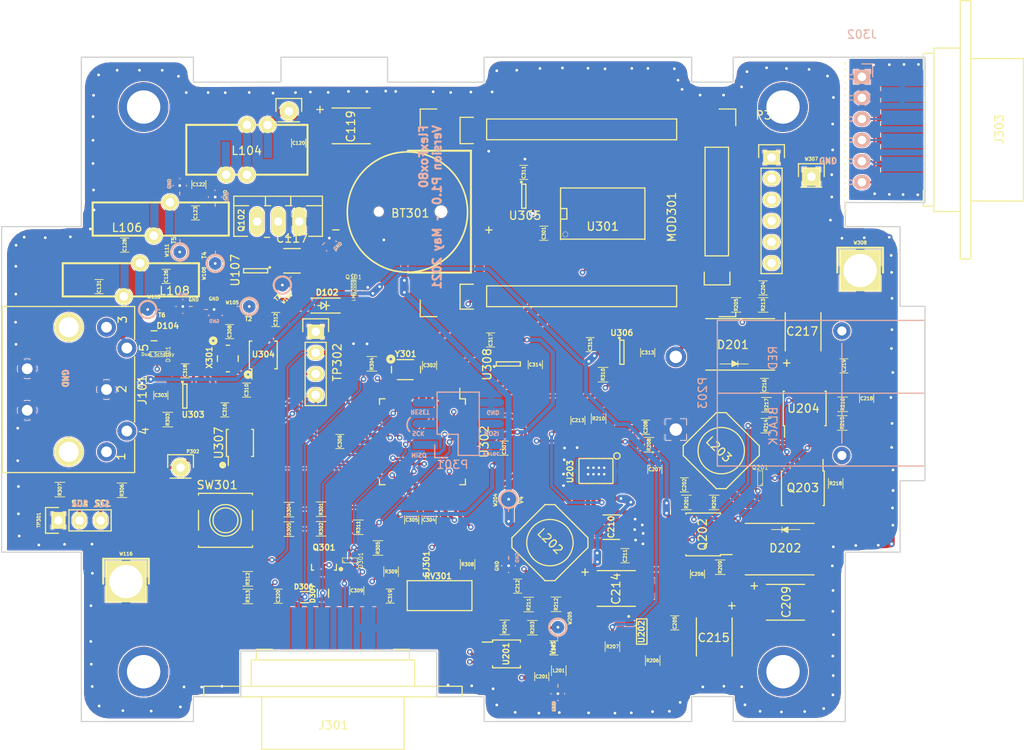
<source format=kicad_pcb>
(kicad_pcb (version 20171130) (host pcbnew "(5.1.9-0-10_14)")
  (title_block (date 2019-07-22) (rev 1.10))
  (layers (0 F.Cu mixed) (1 In1.Cu mixed) (2 In2.Cu mixed) (31 B.Cu mixed) (34 B.Paste user) (35 F.Paste user) (36 B.SilkS user) (37 F.SilkS user) (38 B.Mask user) (39 F.Mask user) (44 Edge.Cuts user))
  (net 0 "")
  (net 1 +12V)
  (net 2 +2to+12V)
  (net 3 MAIN_PWR_ENABLE)
  (net 4 GND)
  (net 5 "Net-(BT301-Pad1)")
  (net 6 +3V3_L8)
  (net 7 "Net-(C122-Pad1)")
  (net 8 "Net-(C126-Pad2)")
  (net 9 "Net-(C128-Pad1)")
  (net 10 TX_BATTERY_VOLTAGE)
  (net 11 "Net-(C203-Pad2)")
  (net 12 "Net-(C207-Pad1)")
  (net 13 "Net-(C208-Pad1)")
  (net 14 "Net-(C211-Pad1)")
  (net 15 "Net-(C211-Pad2)")
  (net 16 TX_PA_VOLTAGE)
  (net 17 "Net-(C213-Pad1)")
  (net 18 Vproc)
  (net 19 "Net-(C304-Pad2)")
  (net 20 ~RESET~)
  (net 21 "Net-(C309-Pad2)")
  (net 22 "Net-(C313-Pad2)")
  (net 23 80M_ANTENNA_DETECT)
  (net 24 DI_SDA)
  (net 25 DI_SCL)
  (net 26 "Net-(MOD301-Pad22)")
  (net 27 "Net-(MOD301-Pad24)")
  (net 28 "Net-(MOD301-Pad25)")
  (net 29 "Net-(MOD301-Pad26)")
  (net 30 "Net-(MOD301-Pad14)")
  (net 31 "Net-(MOD301-Pad16)")
  (net 32 "Net-(MOD301-Pad17)")
  (net 33 "Net-(MOD301-Pad18)")
  (net 34 DI_TXD0)
  (net 35 "Net-(MOD301-Pad20)")
  (net 36 "Net-(MOD301-Pad7)")
  (net 37 "Net-(MOD301-Pad6)")
  (net 38 "Net-(MOD301-Pad4)")
  (net 39 "Net-(MOD301-Pad2)")
  (net 40 ~WIFI_RESET~)
  (net 41 MISO)
  (net 42 SCK)
  (net 43 MOSI)
  (net 44 "Net-(Q101-Pad3)")
  (net 45 HF_ENABLE)
  (net 46 "Net-(Q102-Pad1)")
  (net 47 CLK1)
  (net 48 "Net-(R203-Pad2)")
  (net 49 "Net-(R206-Pad1)")
  (net 50 "Net-(R210-Pad1)")
  (net 51 RTC_SQW)
  (net 52 WIFI_ENABLE)
  (net 53 TX_FINAL_VOLTAGE_ENABLE)
  (net 54 "Net-(U301-Pad1)")
  (net 55 "Net-(U301-Pad4)")
  (net 56 "Net-(U304-Pad2)")
  (net 57 ~ANT_CONNECT_INT~)
  (net 58 "Net-(R207-Pad1)")
  (net 59 "Net-(C117-Pad1)")
  (net 60 "Net-(D102-Pad1)")
  (net 61 TX_+12_VOLTAGE)
  (net 62 RTC_SDA)
  (net 63 RTC_SCL)
  (net 64 3V3_PWR_ENABLE)
  (net 65 "Net-(L104-Pad2)")
  (net 66 "Net-(C122-Pad2)")
  (net 67 "Net-(R203-Pad1)")
  (net 68 "Net-(C206-Pad1)")
  (net 69 "Net-(C209-Pad1)")
  (net 70 "Net-(C218-Pad1)")
  (net 71 "Net-(C219-Pad1)")
  (net 72 "Net-(C319-Pad2)")
  (net 73 "Net-(C319-Pad1)")
  (net 74 "Net-(C320-Pad2)")
  (net 75 PROC_HT_AUDIO_IN)
  (net 76 "Net-(D201-Pad2)")
  (net 77 "Net-(D202-Pad2)")
  (net 78 "Net-(D301-Pad1)")
  (net 79 "Net-(D304-Pad2)")
  (net 80 "Net-(D305-Pad2)")
  (net 81 TXD_TO_FTDI)
  (net 82 RXD_TO_FTDI)
  (net 83 "Net-(J301-Pad3)")
  (net 84 "Net-(Q202-Pad7)")
  (net 85 "Net-(Q203-Pad1)")
  (net 86 "Net-(Q203-Pad4)")
  (net 87 "Net-(Q301-Pad1)")
  (net 88 "Net-(R214-Pad1)")
  (net 89 "Net-(R216-Pad2)")
  (net 90 /Digital/PC3)
  (net 91 /Digital/PC4)
  (net 92 /Digital/TXD0)
  (net 93 PROC_TONE_OUT)
  (net 94 "Net-(R308-Pad2)")
  (net 95 "Net-(R309-Pad1)")
  (net 96 PROC_PTT_OUT)
  (net 97 /Digital/PC2)
  (net 98 "Net-(U302-Pad7)")
  (net 99 "Net-(U302-Pad8)")
  (net 100 /Digital/RXD1)
  (net 101 EXTERNAL_3.6V-15V_SUPPLY)
  (net 102 "Net-(J302-Pad3)")
  (net 103 "Net-(J302-Pad4)")
  (net 104 "Net-(J302-Pad5)")
  (net 105 "Net-(J302-Pad6)")
  (net 106 GND1)
  (module Oddities:BC501SM_CR1220_BAT_Handsolder (layer F.Cu) (at 65.12 48.6)
    (fp_text reference BT301 (at 0.3 0.19 180) (layer F.SilkS))
    (fp_text value CR1220)
    (fp_text user + (at 9.76 2.13 180) (layer F.SilkS))
    (fp_text user - (at -8.6614 2.1209 180) (layer F.SilkS))
    (pad "" np_thru_hole circle (at 4 0) (size 1.3 1.3) (drill 1.3) (layers *.Cu *.Mask F.SilkS))
    (pad "" np_thru_hole circle (at -3.5 0) (size 1 1) (drill 1) (layers *.Cu *.Mask F.SilkS))
    (pad 1 smd rect (at 8.23 0) (size 3.54 2.6) (layers F.Cu F.Paste F.Mask) (net 5 "Net-(BT301-Pad1)"))
    (pad 2 smd rect (at -7.57 0) (size 3.66 2.6) (layers F.Cu F.Paste F.Mask) (net 4 GND))
  )
  (module TO_SOT_Packages_SMD:SOT-363-0.65 (layer F.Cu) (at 107.55 80.71 90)
    (fp_text reference Q201 (at 1.30048 0 180) (layer F.SilkS) (effects (font (size 0.508 0.508) (thickness 0.0762))))
    (fp_text value MUN5213DW1)
    (pad 1 smd rect (at -0.65038 0.71882 90) (size 0.29972 0.55118) (layers F.Cu F.Paste F.Mask) (net 4 GND))
    (pad 2 smd rect (at 0 0.71882 90) (size 0.29972 0.55118) (layers F.Cu F.Paste F.Mask) (net 3 MAIN_PWR_ENABLE))
    (pad 3 smd rect (at 0.65038 0.71882 90) (size 0.29972 0.55118) (layers F.Cu F.Paste F.Mask))
    (pad 4 smd rect (at 0.65038 -0.71882 90) (size 0.29972 0.55118) (layers F.Cu F.Paste F.Mask))
    (pad 5 smd rect (at 0 -0.71882 90) (size 0.29972 0.55118) (layers F.Cu F.Paste F.Mask))
    (pad 6 smd rect (at -0.65038 -0.71882 90) (size 0.29972 0.55118) (layers F.Cu F.Paste F.Mask) (net 68 "Net-(C206-Pad1)"))
  )
  (module Mounting_Holes:MountingHole_4mm (layer F.Cu) (at 110.3 104)
    (fp_text reference "4mm thru" hide)
    (fp_text value MountingHole_4mm hide)
    (pad 1 thru_hole circle (at 0 0) (size 4 4) (drill 4) (layers))
    (pad 1 thru_hole circle (at 0 0) (size 6 6) (drill 4) (layers *.Cu *.Mask))
  )
  (module Mounting_Holes:MountingHole_4mm (layer F.Cu) (at 33.3 104)
    (fp_text reference "4mm thru" hide)
    (fp_text value MountingHole_4mm hide)
    (pad 1 thru_hole circle (at 0 0) (size 4 4) (drill 4) (layers))
    (pad 1 thru_hole circle (at 0 0) (size 6 6) (drill 4) (layers *.Cu *.Mask))
  )
  (module Mounting_Holes:MountingHole_4mm (layer F.Cu) (at 110.3 36)
    (fp_text reference "4mm thru" hide)
    (fp_text value MountingHole_4mm hide)
    (pad 1 thru_hole circle (at 0 0) (size 4 4) (drill 4) (layers))
    (pad 1 thru_hole circle (at 0 0) (size 6 6) (drill 4) (layers *.Cu *.Mask))
  )
  (module Mounting_Holes:MountingHole_4mm (layer F.Cu) (at 33.3 36)
    (fp_text reference "4mm thru" hide)
    (fp_text value MountingHole_4mm hide)
    (pad 1 thru_hole circle (at 0 0) (size 4 4) (drill 4) (layers))
    (pad 1 thru_hole circle (at 0 0) (size 6 6) (drill 4) (layers *.Cu *.Mask))
  )
  (module Diodes_SMD:DO-214AB (layer F.Cu) (at 110.55 89.24)
    (fp_text reference D202 (at 0.02 -0.12) (layer F.SilkS))
    (fp_text value B530)
    (pad 1 smd rect (at -3.6 0) (size 2.6 3.2) (layers F.Cu F.Paste F.Mask) (net 69 "Net-(C209-Pad1)"))
    (pad 2 smd rect (at 3.6 0) (size 2.6 3.2) (layers F.Cu F.Paste F.Mask) (net 77 "Net-(D202-Pad2)"))
  )
  (module Diodes_SMD:DO-214AB (layer F.Cu) (at 104.49 64.58 180)
    (fp_text reference D201 (at 0.22 -0.05 180) (layer F.SilkS))
    (fp_text value B530)
    (pad 2 smd rect (at 3.6 0 180) (size 2.6 3.2) (layers F.Cu F.Paste F.Mask) (net 76 "Net-(D201-Pad2)"))
    (pad 1 smd rect (at -3.6 0 180) (size 2.6 3.2) (layers F.Cu F.Paste F.Mask) (net 101 EXTERNAL_3.6V-15V_SUPPLY))
  )
  (module Oddities:Adafruit_HUZZAH_ESP8266_Breakout_SM (layer F.Cu) (at 96.61 48.74 270)
    (fp_text reference MOD301 (at 0.51 -0.29 90) (layer F.SilkS))
    (fp_text value HUZZAH_ESP8266_Breakout)
    (pad 1 smd rect (at 7.85 22.86 270) (size 3 1) (layers F.Cu F.Paste F.Mask) (net 40 ~WIFI_RESET~))
    (pad 2 smd rect (at 12.15 20.32 270) (size 3 1) (layers F.Cu F.Paste F.Mask) (net 39 "Net-(MOD301-Pad2)"))
    (pad 3 smd rect (at 7.85 17.78 270) (size 3 1) (layers F.Cu F.Paste F.Mask))
    (pad 4 smd rect (at 12.15 15.24 270) (size 3 1) (layers F.Cu F.Paste F.Mask) (net 38 "Net-(MOD301-Pad4)"))
    (pad 5 smd rect (at 7.85 12.7 270) (size 3 1) (layers F.Cu F.Paste F.Mask))
    (pad 6 smd rect (at 12.15 10.16 270) (size 3 1) (layers F.Cu F.Paste F.Mask) (net 37 "Net-(MOD301-Pad6)"))
    (pad 7 smd rect (at 7.85 7.62 270) (size 3 1) (layers F.Cu F.Paste F.Mask) (net 36 "Net-(MOD301-Pad7)"))
    (pad 8 smd rect (at 12.15 5.08 270) (size 3 1) (layers F.Cu F.Paste F.Mask))
    (pad 9 smd rect (at 7.85 2.54 270) (size 3 1) (layers F.Cu F.Paste F.Mask) (net 22 "Net-(C313-Pad2)"))
    (pad 10 smd rect (at 12.15 0 270) (size 3 1) (layers F.Cu F.Paste F.Mask) (net 4 GND))
    (pad 20 smd rect (at -12.1449 22.8854 270) (size 3 1) (layers F.Cu F.Paste F.Mask) (net 35 "Net-(MOD301-Pad20)"))
    (pad 19 smd rect (at -7.8449 20.3454 270) (size 3 1) (layers F.Cu F.Paste F.Mask) (net 34 DI_TXD0))
    (pad 18 smd rect (at -12.1449 17.8054 270) (size 3 1) (layers F.Cu F.Paste F.Mask) (net 33 "Net-(MOD301-Pad18)"))
    (pad 17 smd rect (at -7.8449 15.2654 270) (size 3 1) (layers F.Cu F.Paste F.Mask) (net 32 "Net-(MOD301-Pad17)"))
    (pad 16 smd rect (at -12.1449 12.7254 270) (size 3 1) (layers F.Cu F.Paste F.Mask) (net 31 "Net-(MOD301-Pad16)"))
    (pad 15 smd rect (at -7.8449 10.1854 270) (size 3 1) (layers F.Cu F.Paste F.Mask))
    (pad 14 smd rect (at -12.1449 7.6454 270) (size 3 1) (layers F.Cu F.Paste F.Mask) (net 30 "Net-(MOD301-Pad14)"))
    (pad 13 smd rect (at -7.8449 5.1054 270) (size 3 1) (layers F.Cu F.Paste F.Mask))
    (pad 12 smd rect (at -12.1449 2.5654 270) (size 3 1) (layers F.Cu F.Paste F.Mask))
    (pad 11 smd rect (at -7.8449 0.0254 270) (size 3 1) (layers F.Cu F.Paste F.Mask) (net 4 GND))
    (pad 26 smd rect (at 6.29285 -3.83485) (size 3 1) (layers F.Cu F.Paste F.Mask) (net 29 "Net-(MOD301-Pad26)"))
    (pad 25 smd rect (at 3.75285 -8.13485) (size 3 1) (layers F.Cu F.Paste F.Mask) (net 28 "Net-(MOD301-Pad25)"))
    (pad 24 smd rect (at 1.21285 -3.83485) (size 3 1) (layers F.Cu F.Paste F.Mask) (net 27 "Net-(MOD301-Pad24)"))
    (pad 23 smd rect (at -1.32715 -8.13485) (size 3 1) (layers F.Cu F.Paste F.Mask))
    (pad 22 smd rect (at -3.86715 -3.83485) (size 3 1) (layers F.Cu F.Paste F.Mask) (net 26 "Net-(MOD301-Pad22)"))
    (pad 21 smd rect (at -6.40715 -8.13485) (size 3 1) (layers F.Cu F.Paste F.Mask) (net 4 GND))
  )
  (module TO_SOT_Packages_SMD:SOT-363-0.65 (layer F.Cu) (at 58.14 90.6)
    (fp_text reference D301 (at 1.30048 0 90) (layer F.SilkS) (effects (font (size 0.508 0.508) (thickness 0.0762))))
    (fp_text value MBD54DWT1GOSCT-ND)
    (pad 6 smd rect (at -0.65038 -0.71882) (size 0.29972 0.55118) (layers F.Cu F.Paste F.Mask) (net 18 Vproc))
    (pad 5 smd rect (at 0 -0.71882) (size 0.29972 0.55118) (layers F.Cu F.Paste F.Mask))
    (pad 4 smd rect (at 0.65038 -0.71882) (size 0.29972 0.55118) (layers F.Cu F.Paste F.Mask) (net 20 ~RESET~))
    (pad 3 smd rect (at 0.65038 0.71882) (size 0.29972 0.55118) (layers F.Cu F.Paste F.Mask) (net 18 Vproc))
    (pad 2 smd rect (at 0 0.71882) (size 0.29972 0.55118) (layers F.Cu F.Paste F.Mask))
    (pad 1 smd rect (at -0.65038 0.71882) (size 0.29972 0.55118) (layers F.Cu F.Paste F.Mask) (net 78 "Net-(D301-Pad1)"))
  )
  (module Crystals:ASTX-H11-25.000MHZ (layer F.Cu) (at 43.44 66.29 270)
    (fp_text reference X301 (at -0.13 2.23 270) (layer F.SilkS) (effects (font (size 0.7 0.7))))
    (fp_text value ASTX-H11-25.MHZ hide)
    (pad 1 smd rect (at -1.17 0.98 270) (size 1.3 1.1) (layers F.Cu F.Paste F.Mask))
    (pad 2 smd rect (at 1.17 0.98 270) (size 1.3 1.1) (layers F.Cu F.Paste F.Mask) (net 4 GND))
    (pad 3 smd rect (at 1.17 -0.98 270) (size 1.3 1.1) (layers F.Cu F.Paste F.Mask) (net 56 "Net-(U304-Pad2)"))
    (pad 4 smd rect (at -1.17 -0.98 270) (size 1.3 1.1) (layers F.Cu F.Paste F.Mask) (net 6 +3V3_L8))
  )
  (module Housings_SSOP:MSOP-10_3x3mm_Pitch0.5mm (layer F.Cu) (at 47.71 65.86 90)
    (fp_text reference U304 (at 0.08 0.01 180) (layer F.SilkS) (effects (font (size 0.7 0.7))))
    (fp_text value SI5351A)
    (pad 1 smd rect (at -2.2 -1 90) (size 1.4 0.3) (layers F.Cu F.Paste F.Mask) (net 6 +3V3_L8))
    (pad 2 smd rect (at -2.2 -0.5 90) (size 1.4 0.3) (layers F.Cu F.Paste F.Mask) (net 56 "Net-(U304-Pad2)"))
    (pad 3 smd rect (at -2.2 0 90) (size 1.4 0.3) (layers F.Cu F.Paste F.Mask))
    (pad 4 smd rect (at -2.2 0.5 90) (size 1.4 0.3) (layers F.Cu F.Paste F.Mask) (net 25 DI_SCL))
    (pad 5 smd rect (at -2.2 1 90) (size 1.4 0.3) (layers F.Cu F.Paste F.Mask) (net 24 DI_SDA))
    (pad 6 smd rect (at 2.2 1 90) (size 1.4 0.3) (layers F.Cu F.Paste F.Mask))
    (pad 7 smd rect (at 2.2 0.5 90) (size 1.4 0.3) (layers F.Cu F.Paste F.Mask) (net 6 +3V3_L8))
    (pad 8 smd rect (at 2.2 0 90) (size 1.4 0.3) (layers F.Cu F.Paste F.Mask) (net 4 GND))
    (pad 9 smd rect (at 2.2 -0.5 90) (size 1.4 0.3) (layers F.Cu F.Paste F.Mask) (net 47 CLK1))
    (pad 10 smd rect (at 2.2 -1 90) (size 1.4 0.3) (layers F.Cu F.Paste F.Mask))
  )
  (module Potentiometers:Potentiometer_ST32ET_Handsolder (layer F.Cu) (at 68.94 94.84 90)
    (fp_text reference RV301 (at 2.35 -0.17 180) (layer F.SilkS) (effects (font (size 0.7 0.7))))
    (fp_text value "10k Pot")
    (pad 2 smd rect (at 0 -2.25 90) (size 1.6 2.7) (layers F.Cu F.Paste F.Mask) (net 73 "Net-(C319-Pad1)"))
    (pad 3 smd rect (at -1 2.25 90) (size 1.2 2.5) (layers F.Cu F.Paste F.Mask) (net 4 GND))
    (pad 1 smd rect (at 1 2.25 90) (size 1.2 2.5) (layers F.Cu F.Paste F.Mask) (net 94 "Net-(R308-Pad2)"))
  )
  (module Pin_Headers:Pin_Header_Angled_1x06 (layer B.Cu) (at 119.8 32.36 180)
    (fp_text reference J302 (at 0 5.1 180) (layer B.SilkS) (effects (justify mirror)))
    (fp_text value Conn_01x06)
    (pad 1 thru_hole rect (at 0 0 180) (size 2.032 1.7272) (drill 1.016) (layers *.Cu *.Mask B.SilkS) (net 106 GND1))
    (pad 2 thru_hole oval (at 0 -2.54 180) (size 2.032 1.7272) (drill 1.016) (layers *.Cu *.Mask B.SilkS) (net 106 GND1))
    (pad 3 thru_hole oval (at 0 -5.08 180) (size 2.032 1.7272) (drill 1.016) (layers *.Cu *.Mask B.SilkS) (net 102 "Net-(J302-Pad3)"))
    (pad 4 thru_hole oval (at 0 -7.62 180) (size 2.032 1.7272) (drill 1.016) (layers *.Cu *.Mask B.SilkS) (net 103 "Net-(J302-Pad4)"))
    (pad 5 thru_hole oval (at 0 -10.16 180) (size 2.032 1.7272) (drill 1.016) (layers *.Cu *.Mask B.SilkS) (net 104 "Net-(J302-Pad5)"))
    (pad 6 thru_hole oval (at 0 -12.7 180) (size 2.032 1.7272) (drill 1.016) (layers *.Cu *.Mask B.SilkS) (net 105 "Net-(J302-Pad6)"))
  )
  (module Connect:PowerPole-ASMPP30-1x2 (layer B.Cu) (at 117.39 70.465 90)
    (fp_text reference P203 (at 0.03 -16.77 90) (layer B.SilkS) (effects (justify mirror)))
    (fp_text value "Power Pole")
    (fp_text user BLACK (at -3.96 -8.27 90) (layer B.SilkS) (effects (justify mirror)))
    (fp_text user RED (at 4.25 -8.3 90) (layer B.SilkS) (effects (justify mirror)))
    (pad 2 thru_hole circle (at 4.38 -20 90) (size 2.5 2.5) (drill 1.5) (layers *.Cu *.Mask) (net 76 "Net-(D201-Pad2)"))
    (pad 1 thru_hole rect (at -4.38 -20 90) (size 2.5 2.5) (drill 1.5) (layers *.Cu *.Mask) (net 4 GND))
    (pad "" thru_hole circle (at 7.5 0 90) (size 2.1 2.1) (drill 1.1) (layers *.Cu *.Mask))
    (pad "" thru_hole circle (at -7.5 0 90) (size 2.1 2.1) (drill 1.1) (layers *.Cu *.Mask))
  )
  (module Pin_Headers:Pin_Header_Straight_1x01 (layer F.Cu) (at 31.18 93.15)
    (fp_text reference W116 (at 0 -3.35) (layer F.SilkS) (effects (font (size 0.4 0.4) (thickness 0.1))))
    (fp_text value GND)
    (pad 1 thru_hole rect (at 0 0) (size 5 5) (drill 4) (layers *.Cu *.Mask F.SilkS) (net 4 GND))
  )
  (module Pin_Headers:Pin_Header_Straight_1x01 (layer F.Cu) (at 119.59 55.69)
    (fp_text reference W308 (at 0 -3.35) (layer F.SilkS) (effects (font (size 0.4 0.4) (thickness 0.1))))
    (fp_text value CONN_01X01)
    (pad 1 thru_hole rect (at 0 0) (size 5 5) (drill 4) (layers *.Cu *.Mask F.SilkS) (net 4 GND))
  )
  (module Measurement_Points:Measurement_Point_ScopeProbe_Round-SMD-2sides-Pad_Small (layer F.Cu) (at 50.01 57.44 45)
    (fp_text reference W106 (at -0.763675 1.527351 45) (layer F.SilkS) (effects (font (size 0.4 0.4) (thickness 0.1))))
    (fp_text value T3 (at -1.470782 0.678823 45) (layer F.SilkS) (effects (font (size 0.5 0.5) (thickness 0.125))))
    (fp_text user GND (at 8.0264 1.4097 45) (layer F.SilkS) (effects (font (size 0.4 0.4) (thickness 0.1))))
    (fp_text user GND (at 8.02 1.41 45) (layer B.SilkS) (effects (font (size 0.4 0.4) (thickness 0.1)) (justify mirror)))
    (pad 2 smd circle (at 8 0 45) (size 1.524 1.524) (layers B.Cu B.Paste B.Mask) (net 4 GND))
    (pad 1 smd circle (at 0 0 45) (size 1.524 1.524) (layers B.Cu B.Paste B.Mask) (net 59 "Net-(C117-Pad1)"))
    (pad 2 smd circle (at 8 0 45) (size 1.524 1.524) (layers F.Cu F.Paste F.Mask) (net 4 GND))
    (pad 1 smd circle (at 0 0 45) (size 1.524 1.524) (layers F.Cu F.Paste F.Mask) (net 59 "Net-(C117-Pad1)"))
    (pad 1 thru_hole circle (at 0 0 45) (size 0.6 0.6) (drill 0.3302) (layers *.Cu *.Mask) (net 59 "Net-(C117-Pad1)"))
    (pad 2 thru_hole circle (at 8 0 45) (size 0.6 0.6) (drill 0.3302) (layers *.Cu *.Mask) (net 4 GND))
  )
  (module Mounting_Holes:NP_Thru_Hole_0.5mm (layer F.Cu) (at 117.84 47.03)
    (fp_text reference "" hide)
    (fp_text value NP_Thru_Hole_0.5mm)
    (pad "" np_thru_hole circle (at 0 0) (size 0.5 0.5) (drill 0.5) (layers *.Cu *.Mask))
  )
  (module Mounting_Holes:NP_Thru_Hole_0.5mm (layer F.Cu) (at 117.82 46.274089)
    (fp_text reference "" hide)
    (fp_text value NP_Thru_Hole_0.5mm)
    (pad "" np_thru_hole circle (at 0 0) (size 0.5 0.5) (drill 0.5) (layers *.Cu *.Mask))
  )
  (module Mounting_Holes:NP_Thru_Hole_0.5mm (layer F.Cu) (at 117.82 45.51818)
    (fp_text reference "" hide)
    (fp_text value NP_Thru_Hole_0.5mm)
    (pad "" np_thru_hole circle (at 0 0) (size 0.5 0.5) (drill 0.5) (layers *.Cu *.Mask))
  )
  (module Mounting_Holes:NP_Thru_Hole_0.5mm (layer F.Cu) (at 117.82 44.762271)
    (fp_text reference "" hide)
    (fp_text value NP_Thru_Hole_0.5mm)
    (pad "" np_thru_hole circle (at 0 0) (size 0.5 0.5) (drill 0.5) (layers *.Cu *.Mask))
  )
  (module Mounting_Holes:NP_Thru_Hole_0.5mm (layer F.Cu) (at 117.82 39.470908)
    (fp_text reference "" hide)
    (fp_text value NP_Thru_Hole_0.5mm)
    (pad "" np_thru_hole circle (at 0 0) (size 0.5 0.5) (drill 0.5) (layers *.Cu *.Mask))
  )
  (module Mounting_Holes:NP_Thru_Hole_0.5mm (layer F.Cu) (at 117.82 40.226817)
    (fp_text reference "" hide)
    (fp_text value NP_Thru_Hole_0.5mm)
    (pad "" np_thru_hole circle (at 0 0) (size 0.5 0.5) (drill 0.5) (layers *.Cu *.Mask))
  )
  (module Mounting_Holes:NP_Thru_Hole_0.5mm (layer F.Cu) (at 117.82 40.982726)
    (fp_text reference "" hide)
    (fp_text value NP_Thru_Hole_0.5mm)
    (pad "" np_thru_hole circle (at 0 0) (size 0.5 0.5) (drill 0.5) (layers *.Cu *.Mask))
  )
  (module Mounting_Holes:NP_Thru_Hole_0.5mm (layer F.Cu) (at 117.84 41.738635)
    (fp_text reference "" hide)
    (fp_text value NP_Thru_Hole_0.5mm)
    (pad "" np_thru_hole circle (at 0 0) (size 0.5 0.5) (drill 0.5) (layers *.Cu *.Mask))
  )
  (module Mounting_Holes:NP_Thru_Hole_0.5mm (layer F.Cu) (at 117.82 42.494544)
    (fp_text reference "" hide)
    (fp_text value NP_Thru_Hole_0.5mm)
    (pad "" np_thru_hole circle (at 0 0) (size 0.5 0.5) (drill 0.5) (layers *.Cu *.Mask))
  )
  (module Mounting_Holes:NP_Thru_Hole_0.5mm (layer F.Cu) (at 117.82 43.250453)
    (fp_text reference "" hide)
    (fp_text value NP_Thru_Hole_0.5mm)
    (pad "" np_thru_hole circle (at 0 0) (size 0.5 0.5) (drill 0.5) (layers *.Cu *.Mask))
  )
  (module Mounting_Holes:NP_Thru_Hole_0.5mm (layer F.Cu) (at 117.82 44.006362)
    (fp_text reference "" hide)
    (fp_text value NP_Thru_Hole_0.5mm)
    (pad "" np_thru_hole circle (at 0 0) (size 0.5 0.5) (drill 0.5) (layers *.Cu *.Mask))
  )
  (module Mounting_Holes:NP_Thru_Hole_0.5mm (layer F.Cu) (at 117.82 34.179545)
    (fp_text reference "" hide)
    (fp_text value NP_Thru_Hole_0.5mm)
    (pad "" np_thru_hole circle (at 0 0) (size 0.5 0.5) (drill 0.5) (layers *.Cu *.Mask))
  )
  (module Mounting_Holes:NP_Thru_Hole_0.5mm (layer F.Cu) (at 117.82 33.423636)
    (fp_text reference "" hide)
    (fp_text value NP_Thru_Hole_0.5mm)
    (pad "" np_thru_hole circle (at 0 0) (size 0.5 0.5) (drill 0.5) (layers *.Cu *.Mask))
  )
  (module Mounting_Holes:NP_Thru_Hole_0.5mm (layer F.Cu) (at 117.82 32.667727)
    (fp_text reference "" hide)
    (fp_text value NP_Thru_Hole_0.5mm)
    (pad "" np_thru_hole circle (at 0 0) (size 0.5 0.5) (drill 0.5) (layers *.Cu *.Mask))
  )
  (module Mounting_Holes:NP_Thru_Hole_0.5mm (layer F.Cu) (at 117.84 31.155909)
    (fp_text reference "" hide)
    (fp_text value NP_Thru_Hole_0.5mm)
    (pad "" np_thru_hole circle (at 0 0) (size 0.5 0.5) (drill 0.5) (layers *.Cu *.Mask))
  )
  (module Mounting_Holes:NP_Thru_Hole_0.5mm (layer F.Cu) (at 117.82 30.4)
    (fp_text reference "" hide)
    (fp_text value NP_Thru_Hole_0.5mm)
    (pad "" np_thru_hole circle (at 0 0) (size 0.5 0.5) (drill 0.5) (layers *.Cu *.Mask))
  )
  (module Mounting_Holes:NP_Thru_Hole_0.5mm (layer F.Cu) (at 117.82 34.935454)
    (fp_text reference "" hide)
    (fp_text value NP_Thru_Hole_0.5mm)
    (pad "" np_thru_hole circle (at 0 0) (size 0.5 0.5) (drill 0.5) (layers *.Cu *.Mask))
  )
  (module Mounting_Holes:NP_Thru_Hole_0.5mm (layer F.Cu) (at 117.82 35.691363)
    (fp_text reference "" hide)
    (fp_text value NP_Thru_Hole_0.5mm)
    (pad "" np_thru_hole circle (at 0 0) (size 0.5 0.5) (drill 0.5) (layers *.Cu *.Mask))
  )
  (module Mounting_Holes:NP_Thru_Hole_0.5mm (layer F.Cu) (at 117.84 36.447272)
    (fp_text reference "" hide)
    (fp_text value NP_Thru_Hole_0.5mm)
    (pad "" np_thru_hole circle (at 0 0) (size 0.5 0.5) (drill 0.5) (layers *.Cu *.Mask))
  )
  (module Mounting_Holes:NP_Thru_Hole_0.5mm (layer F.Cu) (at 117.82 37.203181)
    (fp_text reference "" hide)
    (fp_text value NP_Thru_Hole_0.5mm)
    (pad "" np_thru_hole circle (at 0 0) (size 0.5 0.5) (drill 0.5) (layers *.Cu *.Mask))
  )
  (module Mounting_Holes:NP_Thru_Hole_0.5mm (layer F.Cu) (at 117.82 37.95909)
    (fp_text reference "" hide)
    (fp_text value NP_Thru_Hole_0.5mm)
    (pad "" np_thru_hole circle (at 0 0) (size 0.5 0.5) (drill 0.5) (layers *.Cu *.Mask))
  )
  (module Mounting_Holes:NP_Thru_Hole_0.5mm (layer F.Cu) (at 117.82 38.714999)
    (fp_text reference "" hide)
    (fp_text value NP_Thru_Hole_0.5mm)
    (pad "" np_thru_hole circle (at 0 0) (size 0.5 0.5) (drill 0.5) (layers *.Cu *.Mask))
  )
  (module Pin_Headers:Pin_Header_Straight_1x01 (layer F.Cu) (at 37.75 79.42)
    (fp_text reference P302 (at 1.48 -1.94) (layer F.SilkS) (effects (font (size 0.4 0.4) (thickness 0.1))))
    (fp_text value Thru)
    (pad 1 thru_hole circle (at 0 0) (size 2.2352 2.2352) (drill 1.016) (layers *.Cu *.Mask F.SilkS) (net 6 +3V3_L8))
  )
  (module Inductors:CDR7D28MN (layer F.Cu) (at 82.23 88.46 315)
    (fp_text reference L202 (at -0.091924 -0.13435 315) (layer F.SilkS))
    (fp_text value 6.8uH)
    (fp_text user "" (at 0 0 315) (layer F.SilkS))
    (fp_text user "" (at 0 0 315) (layer F.SilkS))
    (pad 1 smd trapezoid (at -2.73 -2.73 90) (size 1.99898 3.59918) (layers F.Cu F.Paste F.Mask) (net 14 "Net-(C211-Pad1)"))
    (pad 2 smd rect (at 2.73 2.73 90) (size 1.99898 3.59918) (layers F.Cu F.Paste F.Mask) (net 2 +2to+12V))
  )
  (module Pin_Headers:SM_Pin_Header_Straight_2x03 (layer B.Cu) (at 69.91 76.68)
    (fp_text reference P301 (at 0.58 2.39) (layer B.SilkS) (effects (justify mirror)))
    (fp_text value ISP/PDI)
    (pad 1 smd rect (at -2.7 0) (size 3.1 1) (layers B.Cu B.Paste B.Mask) (net 41 MISO))
    (pad 2 smd oval (at 5.24 0) (size 3.1 1) (layers B.Cu B.Paste B.Mask) (net 18 Vproc))
    (pad 3 smd oval (at -2.7 -2.54) (size 3.1 1) (layers B.Cu B.Paste B.Mask) (net 42 SCK))
    (pad 4 smd oval (at 5.24 -2.54) (size 3.1 1) (layers B.Cu B.Paste B.Mask) (net 43 MOSI))
    (pad 5 smd oval (at -2.7 -5.08) (size 3.1 1) (layers B.Cu B.Paste B.Mask) (net 20 ~RESET~))
    (pad 6 smd oval (at 5.24 -5.08) (size 3.1 1) (layers B.Cu B.Paste B.Mask) (net 4 GND))
  )
  (module TO_SOT_Packages_THT:TO-220_Neutral123_Vertical_LargePads (layer F.Cu) (at 49.5 49.79)
    (fp_text reference Q102 (at -4.43 -0.15 90) (layer F.SilkS) (effects (font (size 0.7 0.7))))
    (fp_text value IRF610)
    (pad 2 thru_hole oval (at 0 0 90) (size 3.50012 1.69926) (drill 1.00076) (layers *.Cu *.Mask F.SilkS) (net 65 "Net-(L104-Pad2)"))
    (pad 1 thru_hole oval (at -2.54 0 90) (size 3.50012 1.69926) (drill 1.00076) (layers *.Cu *.Mask F.SilkS) (net 46 "Net-(Q102-Pad1)"))
    (pad 3 thru_hole oval (at 2.54 0 90) (size 3.50012 1.69926) (drill 1.00076) (layers *.Cu *.Mask F.SilkS) (net 4 GND))
  )
  (module Pin_Headers:Pin_Header_Straight_1x03 (layer F.Cu) (at 23.04 85.78 90)
    (fp_text reference TP301 (at 0.04 -2.37 90) (layer F.SilkS) (effects (font (size 0.4 0.4) (thickness 0.1))))
    (fp_text value I2C1)
    (pad 1 thru_hole rect (at 0 0 90) (size 2.032 1.7272) (drill 1.016) (layers *.Cu *.Mask F.SilkS) (net 4 GND))
    (pad 2 thru_hole oval (at 0 2.54 90) (size 2.032 1.7272) (drill 1.016) (layers *.Cu *.Mask F.SilkS) (net 24 DI_SDA))
    (pad 3 thru_hole oval (at 0 5.08 90) (size 2.032 1.7272) (drill 1.016) (layers *.Cu *.Mask F.SilkS) (net 25 DI_SCL))
  )
  (module Pin_Headers:Pin_Header_Straight_1x01 (layer F.Cu) (at 113.71 44.38)
    (fp_text reference W307 (at 0 -2.13) (layer F.SilkS) (effects (font (size 0.4 0.4) (thickness 0.1))))
    (fp_text value CONN_01X01)
    (pad 1 thru_hole rect (at 0 0) (size 2.2352 2.2352) (drill 1.016) (layers *.Cu *.Mask F.SilkS) (net 4 GND))
  )
  (module Pin_Headers:Pin_Header_Straight_1x01_circle_pad (layer F.Cu) (at 50.79 36.52)
    (fp_text reference J203 hide)
    (fp_text value V4)
    (pad 1 thru_hole circle (at 0 0) (size 2.2352 2.2352) (drill 1.016) (layers *.Cu *.Mask F.SilkS) (net 2 +2to+12V))
  )
  (module Diodes_SMD:SOD-123_Handsolder (layer F.Cu) (at 54.98 59.91 180)
    (fp_text reference D102 (at -0.42 1.58) (layer F.SilkS) (effects (font (size 0.7 0.7) (thickness 0.175))))
    (fp_text value 4.7V)
    (pad 1 smd rect (at -2.135 0 180) (size 1.91 1.22) (layers F.Cu F.Paste F.Mask) (net 60 "Net-(D102-Pad1)"))
    (pad 2 smd rect (at 2.135 0 180) (size 1.91 1.22) (layers F.Cu F.Paste F.Mask) (net 59 "Net-(C117-Pad1)"))
  )
  (module Measurement_Points:Measurement_Point_ScopeProbe_Round-SMD-2sides-Pad_Small (layer F.Cu) (at 77.26 83.24 270)
    (fp_text reference W204 (at 0.0889 1.6002 270) (layer F.SilkS) (effects (font (size 0.4 0.4) (thickness 0.1))))
    (fp_text value V4 (at 0.0889 -1.4986 270) (layer F.SilkS) (effects (font (size 0.5 0.5) (thickness 0.125))))
    (fp_text user GND (at 8.0264 1.4097 270) (layer F.SilkS) (effects (font (size 0.4 0.4) (thickness 0.1))))
    (fp_text user GND (at 7.03 -1.03 270) (layer B.SilkS) (effects (font (size 0.4 0.4) (thickness 0.1)) (justify mirror)))
    (pad 2 smd circle (at 8 0 270) (size 1.524 1.524) (layers B.Cu B.Paste B.Mask) (net 4 GND))
    (pad 1 smd circle (at 0 0 270) (size 1.524 1.524) (layers B.Cu B.Paste B.Mask) (net 2 +2to+12V))
    (pad 2 smd circle (at 8 0 270) (size 1.524 1.524) (layers F.Cu F.Paste F.Mask) (net 4 GND))
    (pad 1 smd circle (at 0 0 270) (size 1.524 1.524) (layers F.Cu F.Paste F.Mask) (net 2 +2to+12V))
    (pad 1 thru_hole circle (at 0 0 270) (size 0.6 0.6) (drill 0.3306) (layers *.Cu *.Mask) (net 2 +2to+12V))
    (pad 2 thru_hole circle (at 8 0 270) (size 0.6 0.6) (drill 0.3306) (layers *.Cu *.Mask) (net 4 GND))
  )
  (module Measurement_Points:Measurement_Point_ScopeProbe_Round-SMD-2sides-Pad_Small (layer F.Cu) (at 46.02 60.02 180)
    (fp_text reference W105 (at 2.06 0.48 180) (layer F.SilkS) (effects (font (size 0.4 0.4) (thickness 0.1))))
    (fp_text value T2 (at 0.0889 -1.4986 180) (layer F.SilkS) (effects (font (size 0.5 0.5) (thickness 0.125))))
    (fp_text user GND (at 6.69 0.81 180) (layer F.SilkS) (effects (font (size 0.4 0.4) (thickness 0.1))))
    (fp_text user GND (at 8.02 1.41 180) (layer B.SilkS) (effects (font (size 0.4 0.4) (thickness 0.1)) (justify mirror)))
    (pad 2 smd circle (at 8 0 180) (size 1.524 1.524) (layers B.Cu B.Paste B.Mask) (net 4 GND))
    (pad 1 smd circle (at 0 0 180) (size 1.524 1.524) (layers B.Cu B.Paste B.Mask) (net 47 CLK1))
    (pad 2 smd circle (at 8 0 180) (size 1.524 1.524) (layers F.Cu F.Paste F.Mask) (net 4 GND))
    (pad 1 smd circle (at 0 0 180) (size 1.524 1.524) (layers F.Cu F.Paste F.Mask) (net 47 CLK1))
    (pad 1 thru_hole circle (at 0 0 180) (size 0.6 0.6) (drill 0.3306) (layers *.Cu *.Mask) (net 47 CLK1))
    (pad 2 thru_hole circle (at 8 0 180) (size 0.6 0.6) (drill 0.3306) (layers *.Cu *.Mask) (net 4 GND))
  )
  (module Measurement_Points:Measurement_Point_ScopeProbe_Round-SMD-2sides-Pad_Small (layer F.Cu) (at 37.65 53.46 90)
    (fp_text reference W111 (at 0.19 -1.55 90) (layer F.SilkS) (effects (font (size 0.4 0.4) (thickness 0.1))))
    (fp_text value T5 (at 1.42 -0.71 90) (layer F.SilkS) (effects (font (size 0.5 0.5) (thickness 0.125))))
    (fp_text user GND (at 8.21 -1.25 90) (layer F.SilkS) (effects (font (size 0.4 0.4) (thickness 0.1))))
    (fp_text user GND (at 8.23 -1.25 90) (layer B.SilkS) (effects (font (size 0.4 0.4) (thickness 0.1)) (justify mirror)))
    (pad 2 smd circle (at 8 0 90) (size 1.524 1.524) (layers B.Cu B.Paste B.Mask) (net 4 GND))
    (pad 1 smd circle (at 0 0 90) (size 1.524 1.524) (layers B.Cu B.Paste B.Mask) (net 66 "Net-(C122-Pad2)"))
    (pad 2 smd circle (at 8 0 90) (size 1.524 1.524) (layers F.Cu F.Paste F.Mask) (net 4 GND))
    (pad 1 smd circle (at 0 0 90) (size 1.524 1.524) (layers F.Cu F.Paste F.Mask) (net 66 "Net-(C122-Pad2)"))
    (pad 1 thru_hole circle (at 0 0 90) (size 0.6 0.6) (drill 0.3306) (layers *.Cu *.Mask) (net 66 "Net-(C122-Pad2)"))
    (pad 2 thru_hole circle (at 8 0 90) (size 0.6 0.6) (drill 0.3306) (layers *.Cu *.Mask) (net 4 GND))
  )
  (module Measurement_Points:Measurement_Point_ScopeProbe_Round-SMD-2sides-Pad_Small (layer F.Cu) (at 33.79 60.38)
    (fp_text reference W113 (at 0.75 -1.52) (layer F.SilkS) (effects (font (size 0.4 0.4) (thickness 0.1))))
    (fp_text value T6 (at 1.7 0.67) (layer F.SilkS) (effects (font (size 0.5 0.5) (thickness 0.125))))
    (fp_text user GND (at 7.969093 -1.279863) (layer F.SilkS) (effects (font (size 0.4 0.4) (thickness 0.1))))
    (fp_text user GND (at 8.02 1.41) (layer B.SilkS) (effects (font (size 0.4 0.4) (thickness 0.1)) (justify mirror)))
    (pad 2 smd circle (at 8 0) (size 1.524 1.524) (layers B.Cu B.Paste B.Mask) (net 4 GND))
    (pad 1 smd circle (at 0 0) (size 1.524 1.524) (layers B.Cu B.Paste B.Mask) (net 8 "Net-(C126-Pad2)"))
    (pad 2 smd circle (at 8 0) (size 1.524 1.524) (layers F.Cu F.Paste F.Mask) (net 4 GND))
    (pad 1 smd circle (at 0 0) (size 1.524 1.524) (layers F.Cu F.Paste F.Mask) (net 8 "Net-(C126-Pad2)"))
    (pad 1 thru_hole circle (at 0 0) (size 0.6 0.6) (drill 0.3306) (layers *.Cu *.Mask) (net 8 "Net-(C126-Pad2)"))
    (pad 2 thru_hole circle (at 8 0) (size 0.6 0.6) (drill 0.3306) (layers *.Cu *.Mask) (net 4 GND))
  )
  (module Measurement_Points:Measurement_Point_ScopeProbe_Round-SMD-2sides-Pad_Small (layer F.Cu) (at 41.92 54.84 90)
    (fp_text reference W108 (at -1.21 -1.35 90) (layer F.SilkS) (effects (font (size 0.4 0.4) (thickness 0.1))))
    (fp_text value T4 (at 1 -1.31 90) (layer F.SilkS) (effects (font (size 0.5 0.5) (thickness 0.125))))
    (fp_text user GND (at 8.24 1.21 90) (layer F.SilkS) (effects (font (size 0.4 0.4) (thickness 0.1))))
    (fp_text user GND (at 8.02 1.41 90) (layer B.SilkS) (effects (font (size 0.4 0.4) (thickness 0.1)) (justify mirror)))
    (pad 2 smd circle (at 8 0 90) (size 1.524 1.524) (layers B.Cu B.Paste B.Mask) (net 4 GND))
    (pad 1 smd circle (at 0 0 90) (size 1.524 1.524) (layers B.Cu B.Paste B.Mask) (net 46 "Net-(Q102-Pad1)"))
    (pad 2 smd circle (at 8 0 90) (size 1.524 1.524) (layers F.Cu F.Paste F.Mask) (net 4 GND))
    (pad 1 smd circle (at 0 0 90) (size 1.524 1.524) (layers F.Cu F.Paste F.Mask) (net 46 "Net-(Q102-Pad1)"))
    (pad 1 thru_hole circle (at 0 0 90) (size 0.6 0.6) (drill 0.3306) (layers *.Cu *.Mask) (net 46 "Net-(Q102-Pad1)"))
    (pad 2 thru_hole circle (at 8 0 90) (size 0.6 0.6) (drill 0.3306) (layers *.Cu *.Mask) (net 4 GND))
  )
  (module Measurement_Points:Measurement_Point_ScopeProbe_Round-SMD-2sides-Pad_Small (layer F.Cu) (at 83.19 98.65 270)
    (fp_text reference W205 (at -1.1 -1.44 90) (layer F.SilkS) (effects (font (size 0.4 0.4) (thickness 0.1))))
    (fp_text value Vset (at 2.487363 0.652323 90) (layer F.SilkS) (effects (font (size 0.5 0.5) (thickness 0.125))))
    (fp_text user GND (at 9.56 0.46 90) (layer F.SilkS) (effects (font (size 0.4 0.4) (thickness 0.1))))
    (fp_text user GND (at 9.47 0.48 90) (layer B.SilkS) (effects (font (size 0.4 0.4) (thickness 0.1)) (justify mirror)))
    (pad 2 smd circle (at 8 0 270) (size 1.524 1.524) (layers B.Cu B.Paste B.Mask) (net 4 GND))
    (pad 1 smd circle (at 0 0 270) (size 1.524 1.524) (layers B.Cu B.Paste B.Mask) (net 48 "Net-(R203-Pad2)"))
    (pad 2 smd circle (at 8 0 270) (size 1.524 1.524) (layers F.Cu F.Paste F.Mask) (net 4 GND))
    (pad 1 smd circle (at 0 0 270) (size 1.524 1.524) (layers F.Cu F.Paste F.Mask) (net 48 "Net-(R203-Pad2)"))
    (pad 1 thru_hole circle (at 0 0 270) (size 0.6 0.6) (drill 0.3306) (layers *.Cu *.Mask) (net 48 "Net-(R203-Pad2)"))
    (pad 2 thru_hole circle (at 8 0 270) (size 0.6 0.6) (drill 0.3306) (layers *.Cu *.Mask) (net 4 GND))
  )
  (module Mounting_Holes:NP_Thru_Hole_0.5mm (layer F.Cu) (at 117.82 31.911818)
    (fp_text reference "" hide)
    (fp_text value NP_Thru_Hole_0.5mm)
    (pad "" np_thru_hole circle (at 0 0) (size 0.5 0.5) (drill 0.5) (layers *.Cu *.Mask))
  )
  (module Inductors:Toroid_T-50A_TH_BF_CT_Vertical (layer F.Cu) (at 45.74 41.15 270)
    (fp_text reference L104 (at 0.11 0.03 180) (layer F.SilkS))
    (fp_text value "9T #24 Bifilar T50-43")
    (pad 2 thru_hole circle (at 3 0 270) (size 2 2) (drill 1.016) (layers *.Cu *.Mask F.SilkS) (net 65 "Net-(L104-Pad2)"))
    (pad 2 thru_hole circle (at -3 0 270) (size 2 2) (drill 1.016) (layers *.Cu *.Mask F.SilkS) (net 65 "Net-(L104-Pad2)"))
    (pad 1 thru_hole circle (at -3 -2.5 270) (size 2 2) (drill 1.016) (layers *.Cu *.Mask F.SilkS) (net 2 +2to+12V))
    (pad 3 thru_hole circle (at 3 2.5 270) (size 2 2) (drill 1.016) (layers *.Cu *.Mask F.SilkS) (net 7 "Net-(C122-Pad1)"))
    (pad 2 smd rect (at 0 0 270) (size 6 1) (layers B.Cu B.Paste B.Mask) (net 65 "Net-(L104-Pad2)"))
    (pad 1 smd rect (at -1.016 -2.54 270) (size 4 1) (layers B.Cu B.Paste B.Mask) (net 2 +2to+12V))
    (pad 3 smd rect (at 1.016 2.54 270) (size 4 1) (layers B.Cu B.Paste B.Mask) (net 7 "Net-(C122-Pad1)"))
  )
  (module Inductors:Toroid_T-60_2TH_Vertical (layer F.Cu) (at 35.36 49.49 270)
    (fp_text reference L106 (at 1.04 4.06 180) (layer F.SilkS))
    (fp_text value 2.7uH)
    (pad 1 thru_hole circle (at -2 -1.1049 270) (size 2 2) (drill 1.016) (layers *.Cu *.Mask F.SilkS) (net 66 "Net-(C122-Pad2)"))
    (pad 2 thru_hole circle (at 2 0.8382 270) (size 2 2) (drill 1.016) (layers *.Cu *.Mask F.SilkS) (net 8 "Net-(C126-Pad2)"))
    (pad 1 smd rect (at 0 -1.016 270) (size 4 1) (layers B.Cu B.Paste B.Mask) (net 66 "Net-(C122-Pad2)"))
    (pad 2 smd rect (at 0 0.762 270) (size 4 1) (layers B.Cu B.Paste B.Mask) (net 8 "Net-(C126-Pad2)"))
  )
  (module Inductors:Toroid_T-60_2TH_Vertical (layer F.Cu) (at 31.76 56.81 270)
    (fp_text reference L108 (at 1.32 -5.27 180) (layer F.SilkS))
    (fp_text value 2.7uH)
    (pad 1 thru_hole circle (at -2 -1.1049 270) (size 2 2) (drill 1.016) (layers *.Cu *.Mask F.SilkS) (net 8 "Net-(C126-Pad2)"))
    (pad 2 thru_hole circle (at 2 0.8382 270) (size 2 2) (drill 1.016) (layers *.Cu *.Mask F.SilkS) (net 9 "Net-(C128-Pad1)"))
    (pad 1 smd rect (at 0 -1.016 270) (size 4 1) (layers B.Cu B.Paste B.Mask) (net 8 "Net-(C126-Pad2)"))
    (pad 2 smd rect (at 0 0.762 270) (size 4 1) (layers B.Cu B.Paste B.Mask) (net 9 "Net-(C128-Pad1)"))
  )
  (module Capacitors_SMD:C_1210 (layer F.Cu) (at 51.17 54.52)
    (fp_text reference C117 (at 0 -2.7) (layer F.SilkS))
    (fp_text value 22uF)
    (pad 1 smd rect (at -1.5 0) (size 1 2.5) (layers F.Cu F.Paste F.Mask) (net 59 "Net-(C117-Pad1)"))
    (pad 2 smd rect (at 1.5 0) (size 1 2.5) (layers F.Cu F.Paste F.Mask) (net 4 GND))
  )
  (module Capacitors_SMD:C_2917 (layer F.Cu) (at 58.3 38.27)
    (fp_text reference C119 (at -0.05 0.07 90) (layer F.SilkS))
    (fp_text value "47uF low ESR")
    (fp_text user + (at -3.7592 -2.0447) (layer F.SilkS))
    (pad 1 smd rect (at -3.23 0) (size 2.77 2.55) (layers F.Cu F.Paste F.Mask) (net 2 +2to+12V))
    (pad 2 smd rect (at 3.23 0) (size 2.77 2.55) (layers F.Cu F.Paste F.Mask) (net 4 GND))
  )
  (module Capacitors_SMD:C_0805 (layer F.Cu) (at 51.97 40.34 270)
    (fp_text reference C120 (at 0 0) (layer F.SilkS) (effects (font (size 0.4 0.4) (thickness 0.1))))
    (fp_text value 470nF)
    (pad 2 smd rect (at 1 0 270) (size 1 1.25) (layers F.Cu F.Paste F.Mask) (net 4 GND))
    (pad 1 smd rect (at -1 0 270) (size 1 1.25) (layers F.Cu F.Paste F.Mask) (net 2 +2to+12V))
  )
  (module Capacitors_SMD:C_0805 (layer F.Cu) (at 39.95 45.33 270)
    (fp_text reference C122 (at 0 0) (layer F.SilkS) (effects (font (size 0.4 0.4) (thickness 0.1))))
    (fp_text value 470nF)
    (pad 2 smd rect (at 1 0 270) (size 1 1.25) (layers F.Cu F.Paste F.Mask) (net 66 "Net-(C122-Pad2)"))
    (pad 1 smd rect (at -1 0 270) (size 1 1.25) (layers F.Cu F.Paste F.Mask) (net 7 "Net-(C122-Pad1)"))
  )
  (module Capacitors_SMD:C_0805 (layer F.Cu) (at 39.55 48.75)
    (fp_text reference C123 (at 0 0 90) (layer F.SilkS) (effects (font (size 0.4 0.4) (thickness 0.1))))
    (fp_text value 1100pF)
    (pad 2 smd rect (at 1 0) (size 1 1.25) (layers F.Cu F.Paste F.Mask) (net 4 GND))
    (pad 1 smd rect (at -1 0) (size 1 1.25) (layers F.Cu F.Paste F.Mask) (net 66 "Net-(C122-Pad2)"))
  )
  (module Capacitors_SMD:C_0805 (layer F.Cu) (at 36.01 56.39 180)
    (fp_text reference C126 (at 0 0 90) (layer F.SilkS) (effects (font (size 0.4 0.4) (thickness 0.1))))
    (fp_text value 1800pF)
    (pad 1 smd rect (at -1 0 180) (size 1 1.25) (layers F.Cu F.Paste F.Mask) (net 4 GND))
    (pad 2 smd rect (at 1 0 180) (size 1 1.25) (layers F.Cu F.Paste F.Mask) (net 8 "Net-(C126-Pad2)"))
  )
  (module Capacitors_SMD:C_0805 (layer F.Cu) (at 31.02 52.63)
    (fp_text reference C128 (at 0 0 90) (layer F.SilkS) (effects (font (size 0.4 0.4) (thickness 0.1))))
    (fp_text value 91pF)
    (pad 2 smd rect (at 1 0) (size 1 1.25) (layers F.Cu F.Paste F.Mask) (net 8 "Net-(C126-Pad2)"))
    (pad 1 smd rect (at -1 0) (size 1 1.25) (layers F.Cu F.Paste F.Mask) (net 9 "Net-(C128-Pad1)"))
  )
  (module Capacitors_SMD:C_0805 (layer F.Cu) (at 27.93 57.63 180)
    (fp_text reference C131 (at 0 0 90) (layer F.SilkS) (effects (font (size 0.4 0.4) (thickness 0.1))))
    (fp_text value 1100pF)
    (pad 1 smd rect (at -1 0 180) (size 1 1.25) (layers F.Cu F.Paste F.Mask) (net 9 "Net-(C128-Pad1)"))
    (pad 2 smd rect (at 1 0 180) (size 1 1.25) (layers F.Cu F.Paste F.Mask) (net 4 GND))
  )
  (module Capacitors_SMD:C_0805 (layer F.Cu) (at 81.25 104.59 90)
    (fp_text reference C201 (at 0 0) (layer F.SilkS) (effects (font (size 0.4 0.4) (thickness 0.1))))
    (fp_text value 10uF)
    (pad 1 smd rect (at -1 0 90) (size 1 1.25) (layers F.Cu F.Paste F.Mask) (net 4 GND))
    (pad 2 smd rect (at 1 0 90) (size 1 1.25) (layers F.Cu F.Paste F.Mask) (net 6 +3V3_L8))
  )
  (module Capacitors_SMD:C_0805 (layer F.Cu) (at 98.42 81.5 180)
    (fp_text reference C202 (at 0 0 270) (layer F.SilkS) (effects (font (size 0.4 0.4) (thickness 0.1))))
    (fp_text value 100nF)
    (pad 1 smd rect (at -1 0 180) (size 1 1.25) (layers F.Cu F.Paste F.Mask) (net 61 TX_+12_VOLTAGE))
    (pad 2 smd rect (at 1 0 180) (size 1 1.25) (layers F.Cu F.Paste F.Mask) (net 4 GND))
  )
  (module Capacitors_SMD:C_0805 (layer F.Cu) (at 82.7 101.14 180)
    (fp_text reference C203 (at 0 0 90) (layer F.SilkS) (effects (font (size 0.4 0.4) (thickness 0.1))))
    (fp_text value 10uF)
    (pad 2 smd rect (at 1 0 180) (size 1 1.25) (layers F.Cu F.Paste F.Mask) (net 11 "Net-(C203-Pad2)"))
    (pad 1 smd rect (at -1 0 180) (size 1 1.25) (layers F.Cu F.Paste F.Mask) (net 4 GND))
  )
  (module Capacitors_SMD:C_0805 (layer F.Cu) (at 107.91 57.78 180)
    (fp_text reference C204 (at 0 0 90) (layer F.SilkS) (effects (font (size 0.4 0.4) (thickness 0.1))))
    (fp_text value 100nF)
    (pad 1 smd rect (at -1 0 180) (size 1 1.25) (layers F.Cu F.Paste F.Mask) (net 4 GND))
    (pad 2 smd rect (at 1 0 180) (size 1 1.25) (layers F.Cu F.Paste F.Mask) (net 10 TX_BATTERY_VOLTAGE))
  )
  (module Capacitors_SMD:C_0805 (layer F.Cu) (at 97.27 98.12 180)
    (fp_text reference C205 (at 0 0 90) (layer F.SilkS) (effects (font (size 0.4 0.4) (thickness 0.1))))
    (fp_text value 10uF)
    (pad 1 smd rect (at -1 0 180) (size 1 1.25) (layers F.Cu F.Paste F.Mask) (net 4 GND))
    (pad 2 smd rect (at 1 0 180) (size 1 1.25) (layers F.Cu F.Paste F.Mask) (net 1 +12V))
  )
  (module Capacitors_SMD:C_0805 (layer F.Cu) (at 100 92.24 270)
    (fp_text reference C206 (at 0 0) (layer F.SilkS) (effects (font (size 0.4 0.4) (thickness 0.1))))
    (fp_text value 100nF)
    (pad 1 smd rect (at -1 0 270) (size 1 1.25) (layers F.Cu F.Paste F.Mask) (net 68 "Net-(C206-Pad1)"))
    (pad 2 smd rect (at 1 0 270) (size 1 1.25) (layers F.Cu F.Paste F.Mask) (net 4 GND))
  )
  (module Capacitors_SMD:C_0805 (layer F.Cu) (at 94.86 79.64 270)
    (fp_text reference C207 (at 0 0) (layer F.SilkS) (effects (font (size 0.4 0.4) (thickness 0.1))))
    (fp_text value 270pF)
    (pad 2 smd rect (at 1 0 270) (size 1 1.25) (layers F.Cu F.Paste F.Mask) (net 4 GND))
    (pad 1 smd rect (at -1 0 270) (size 1 1.25) (layers F.Cu F.Paste F.Mask) (net 12 "Net-(C207-Pad1)"))
  )
  (module Capacitors_SMD:C_0805 (layer F.Cu) (at 93.76 74.56)
    (fp_text reference C208 (at 0 0 90) (layer F.SilkS) (effects (font (size 0.4 0.4) (thickness 0.1))))
    (fp_text value 10pF)
    (pad 1 smd rect (at -1 0) (size 1 1.25) (layers F.Cu F.Paste F.Mask) (net 13 "Net-(C208-Pad1)"))
    (pad 2 smd rect (at 1 0) (size 1 1.25) (layers F.Cu F.Paste F.Mask) (net 4 GND))
  )
  (module Capacitors_SMD:C_2917 (layer F.Cu) (at 110.6 95.64)
    (fp_text reference C209 (at 0.09 -0.03 -270) (layer F.SilkS))
    (fp_text value "150uF low ESR")
    (fp_text user + (at -3.7592 -2.0447) (layer F.SilkS))
    (pad 1 smd rect (at -3.23 0) (size 2.77 2.55) (layers F.Cu F.Paste F.Mask) (net 69 "Net-(C209-Pad1)"))
    (pad 2 smd rect (at 3.23 0) (size 2.77 2.55) (layers F.Cu F.Paste F.Mask) (net 4 GND))
  )
  (module Capacitors_SMD:C_1210 (layer F.Cu) (at 89.63 86.6)
    (fp_text reference C210 (at -0.03 -0.03 90) (layer F.SilkS) (effects (font (size 0.7 0.7))))
    (fp_text value 22uF)
    (pad 2 smd rect (at 1.5 0) (size 1 2.5) (layers F.Cu F.Paste F.Mask) (net 4 GND))
    (pad 1 smd rect (at -1.5 0) (size 1 2.5) (layers F.Cu F.Paste F.Mask) (net 1 +12V))
  )
  (module Capacitors_SMD:C_0805 (layer F.Cu) (at 91.28 90.03)
    (fp_text reference C211 (at 0 0 90) (layer F.SilkS) (effects (font (size 0.4 0.4) (thickness 0.1))))
    (fp_text value 100nF)
    (pad 2 smd rect (at 1 0) (size 1 1.25) (layers F.Cu F.Paste F.Mask) (net 15 "Net-(C211-Pad2)"))
    (pad 1 smd rect (at -1 0) (size 1 1.25) (layers F.Cu F.Paste F.Mask) (net 14 "Net-(C211-Pad1)"))
  )
  (module Capacitors_SMD:C_0805 (layer F.Cu) (at 78.34 93.7)
    (fp_text reference C212 (at 0 0 90) (layer F.SilkS) (effects (font (size 0.4 0.4) (thickness 0.1))))
    (fp_text value 100nF)
    (pad 1 smd rect (at -1 0) (size 1 1.25) (layers F.Cu F.Paste F.Mask) (net 4 GND))
    (pad 2 smd rect (at 1 0) (size 1 1.25) (layers F.Cu F.Paste F.Mask) (net 16 TX_PA_VOLTAGE))
  )
  (module Capacitors_SMD:C_0805 (layer F.Cu) (at 85.6 73.73 90)
    (fp_text reference C213 (at 0 0) (layer F.SilkS) (effects (font (size 0.4 0.4) (thickness 0.1))))
    (fp_text value 1uF)
    (pad 1 smd rect (at -1 0 90) (size 1 1.25) (layers F.Cu F.Paste F.Mask) (net 17 "Net-(C213-Pad1)"))
    (pad 2 smd rect (at 1 0 90) (size 1 1.25) (layers F.Cu F.Paste F.Mask) (net 4 GND))
  )
  (module Capacitors_SMD:C_2917 (layer F.Cu) (at 90.22 93.98)
    (fp_text reference C214 (at -0.03 0.03 90) (layer F.SilkS))
    (fp_text value "47uF low ESR")
    (fp_text user + (at -3.7592 -2.0447) (layer F.SilkS))
    (pad 2 smd rect (at 3.23 0) (size 2.77 2.55) (layers F.Cu F.Paste F.Mask) (net 4 GND))
    (pad 1 smd rect (at -3.23 0) (size 2.77 2.55) (layers F.Cu F.Paste F.Mask) (net 2 +2to+12V))
  )
  (module Capacitors_SMD:C_2917 (layer F.Cu) (at 102.02 99.82 270)
    (fp_text reference C215 (at 0.09 0.07) (layer F.SilkS))
    (fp_text value "150uF low ESR")
    (fp_text user + (at -3.7592 -2.0447 90) (layer F.SilkS))
    (pad 1 smd rect (at -3.23 0 270) (size 2.77 2.55) (layers F.Cu F.Paste F.Mask) (net 69 "Net-(C209-Pad1)"))
    (pad 2 smd rect (at 3.23 0 270) (size 2.77 2.55) (layers F.Cu F.Paste F.Mask) (net 4 GND))
  )
  (module Capacitors_SMD:C_0805 (layer F.Cu) (at 108.06 69.53)
    (fp_text reference C216 (at 0 0 90) (layer F.SilkS) (effects (font (size 0.4 0.4) (thickness 0.1))))
    (fp_text value 10uF)
    (pad 2 smd rect (at 1 0) (size 1 1.25) (layers F.Cu F.Paste F.Mask) (net 101 EXTERNAL_3.6V-15V_SUPPLY))
    (pad 1 smd rect (at -1 0) (size 1 1.25) (layers F.Cu F.Paste F.Mask) (net 4 GND))
  )
  (module Capacitors_SMD:C_2917 (layer F.Cu) (at 112.72 63.07 90)
    (fp_text reference C217 (at 0.05 -0.11) (layer F.SilkS))
    (fp_text value "47uF low ESR")
    (fp_text user + (at -3.7592 -2.0447 90) (layer F.SilkS))
    (pad 2 smd rect (at 3.23 0 90) (size 2.77 2.55) (layers F.Cu F.Paste F.Mask) (net 4 GND))
    (pad 1 smd rect (at -3.23 0 90) (size 2.77 2.55) (layers F.Cu F.Paste F.Mask) (net 101 EXTERNAL_3.6V-15V_SUPPLY))
  )
  (module Capacitors_SMD:C_0805 (layer F.Cu) (at 120.37 71.1 90)
    (fp_text reference C218 (at 0 0) (layer F.SilkS) (effects (font (size 0.4 0.4) (thickness 0.1))))
    (fp_text value 10nF)
    (pad 2 smd rect (at 1 0 90) (size 1 1.25) (layers F.Cu F.Paste F.Mask) (net 4 GND))
    (pad 1 smd rect (at -1 0 90) (size 1 1.25) (layers F.Cu F.Paste F.Mask) (net 70 "Net-(C218-Pad1)"))
  )
  (module Capacitors_SMD:C_0805 (layer F.Cu) (at 117.64 67.17)
    (fp_text reference C219 (at 0 0 90) (layer F.SilkS) (effects (font (size 0.4 0.4) (thickness 0.1))))
    (fp_text value 1uF)
    (pad 1 smd rect (at -1 0) (size 1 1.25) (layers F.Cu F.Paste F.Mask) (net 71 "Net-(C219-Pad1)"))
    (pad 2 smd rect (at 1 0) (size 1 1.25) (layers F.Cu F.Paste F.Mask) (net 4 GND))
  )
  (module Capacitors_SMD:C_0805 (layer F.Cu) (at 81.5 51.2 180)
    (fp_text reference C301 (at 0 0 90) (layer F.SilkS) (effects (font (size 0.4 0.4) (thickness 0.1))))
    (fp_text value 1uF)
    (pad 2 smd rect (at 1 0 180) (size 1 1.25) (layers F.Cu F.Paste F.Mask) (net 4 GND))
    (pad 1 smd rect (at -1 0 180) (size 1 1.25) (layers F.Cu F.Paste F.Mask) (net 18 Vproc))
  )
  (module Capacitors_SMD:C_0805 (layer F.Cu) (at 67.74 67.11 270)
    (fp_text reference C302 (at 0 0) (layer F.SilkS) (effects (font (size 0.4 0.4) (thickness 0.1))))
    (fp_text value 100nF)
    (pad 1 smd rect (at -1 0 270) (size 1 1.25) (layers F.Cu F.Paste F.Mask) (net 4 GND))
    (pad 2 smd rect (at 1 0 270) (size 1 1.25) (layers F.Cu F.Paste F.Mask) (net 18 Vproc))
  )
  (module Capacitors_SMD:C_0805 (layer F.Cu) (at 35.37 70.71 90)
    (fp_text reference C303 (at 0 0) (layer F.SilkS) (effects (font (size 0.4 0.4) (thickness 0.1))))
    (fp_text value 4.7uF)
    (pad 2 smd rect (at 1 0 90) (size 1 1.25) (layers F.Cu F.Paste F.Mask) (net 1 +12V))
    (pad 1 smd rect (at -1 0 90) (size 1 1.25) (layers F.Cu F.Paste F.Mask) (net 4 GND))
  )
  (module Capacitors_SMD:C_0805 (layer F.Cu) (at 67.67 85.72 90)
    (fp_text reference C304 (at 0 0) (layer F.SilkS) (effects (font (size 0.4 0.4) (thickness 0.1))))
    (fp_text value 10uF)
    (pad 1 smd rect (at -1 0 90) (size 1 1.25) (layers F.Cu F.Paste F.Mask) (net 4 GND))
    (pad 2 smd rect (at 1 0 90) (size 1 1.25) (layers F.Cu F.Paste F.Mask) (net 19 "Net-(C304-Pad2)"))
  )
  (module Capacitors_SMD:C_0805 (layer F.Cu) (at 65.58 85.72 90)
    (fp_text reference C305 (at 0 0 180) (layer F.SilkS) (effects (font (size 0.4 0.4) (thickness 0.1))))
    (fp_text value 10uF)
    (pad 2 smd rect (at 1 0 90) (size 1 1.25) (layers F.Cu F.Paste F.Mask) (net 18 Vproc))
    (pad 1 smd rect (at -1 0 90) (size 1 1.25) (layers F.Cu F.Paste F.Mask) (net 4 GND))
  )
  (module Capacitors_SMD:C_0805 (layer F.Cu) (at 56.93 76.28)
    (fp_text reference C306 (at 0 0 90) (layer F.SilkS) (effects (font (size 0.4 0.4) (thickness 0.1))))
    (fp_text value 100nF)
    (pad 1 smd rect (at -1 0) (size 1 1.25) (layers F.Cu F.Paste F.Mask) (net 4 GND))
    (pad 2 smd rect (at 1 0) (size 1 1.25) (layers F.Cu F.Paste F.Mask) (net 18 Vproc))
  )
  (module Capacitors_SMD:C_0805 (layer F.Cu) (at 76.72 77.08 180)
    (fp_text reference C307 (at 0 0 90) (layer F.SilkS) (effects (font (size 0.4 0.4) (thickness 0.1))))
    (fp_text value 100nF)
    (pad 2 smd rect (at 1 0 180) (size 1 1.25) (layers F.Cu F.Paste F.Mask) (net 18 Vproc))
    (pad 1 smd rect (at -1 0 180) (size 1 1.25) (layers F.Cu F.Paste F.Mask) (net 4 GND))
  )
  (module Capacitors_SMD:C_0805 (layer F.Cu) (at 43.65 63.05 180)
    (fp_text reference C308 (at 0 0 90) (layer F.SilkS) (effects (font (size 0.4 0.4) (thickness 0.1))))
    (fp_text value 100nF)
    (pad 2 smd rect (at 1 0 180) (size 1 1.25) (layers F.Cu F.Paste F.Mask) (net 4 GND))
    (pad 1 smd rect (at -1 0 180) (size 1 1.25) (layers F.Cu F.Paste F.Mask) (net 6 +3V3_L8))
  )
  (module Capacitors_SMD:C_0805 (layer F.Cu) (at 58.97 94.23 270)
    (fp_text reference C309 (at 0 0) (layer F.SilkS) (effects (font (size 0.4 0.4) (thickness 0.1))))
    (fp_text value 100nF)
    (pad 1 smd rect (at -1 0 270) (size 1 1.25) (layers F.Cu F.Paste F.Mask) (net 20 ~RESET~))
    (pad 2 smd rect (at 1 0 270) (size 1 1.25) (layers F.Cu F.Paste F.Mask) (net 21 "Net-(C309-Pad2)"))
  )
  (module Capacitors_SMD:C_0805 (layer F.Cu) (at 45.7 70.09 180)
    (fp_text reference C310 (at 0 0 90) (layer F.SilkS) (effects (font (size 0.4 0.4) (thickness 0.1))))
    (fp_text value 470nF)
    (pad 1 smd rect (at -1 0 180) (size 1 1.25) (layers F.Cu F.Paste F.Mask) (net 6 +3V3_L8))
    (pad 2 smd rect (at 1 0 180) (size 1 1.25) (layers F.Cu F.Paste F.Mask) (net 4 GND))
  )
  (module Capacitors_SMD:C_0805 (layer F.Cu) (at 79.08 43.87)
    (fp_text reference C311 (at 0 0 90) (layer F.SilkS) (effects (font (size 0.4 0.4) (thickness 0.1))))
    (fp_text value 100nF)
    (pad 1 smd rect (at -1 0) (size 1 1.25) (layers F.Cu F.Paste F.Mask) (net 4 GND))
    (pad 2 smd rect (at 1 0) (size 1 1.25) (layers F.Cu F.Paste F.Mask) (net 6 +3V3_L8))
  )
  (module Capacitors_SMD:C_0805 (layer F.Cu) (at 49.21 61.59)
    (fp_text reference C312 (at 0 0 90) (layer F.SilkS) (effects (font (size 0.4 0.4) (thickness 0.1))))
    (fp_text value 470nF)
    (pad 1 smd rect (at -1 0) (size 1 1.25) (layers F.Cu F.Paste F.Mask) (net 6 +3V3_L8))
    (pad 2 smd rect (at 1 0) (size 1 1.25) (layers F.Cu F.Paste F.Mask) (net 4 GND))
  )
  (module Capacitors_SMD:C_0805 (layer F.Cu) (at 94.01 65.58 90)
    (fp_text reference C313 (at 0 0) (layer F.SilkS) (effects (font (size 0.4 0.4) (thickness 0.1))))
    (fp_text value 4.7uF)
    (pad 1 smd rect (at -1 0 90) (size 1 1.25) (layers F.Cu F.Paste F.Mask) (net 4 GND))
    (pad 2 smd rect (at 1 0 90) (size 1 1.25) (layers F.Cu F.Paste F.Mask) (net 22 "Net-(C313-Pad2)"))
  )
  (module Capacitors_SMD:C_0805 (layer F.Cu) (at 80.47 67.03 270)
    (fp_text reference C314 (at 0 0) (layer F.SilkS) (effects (font (size 0.4 0.4) (thickness 0.1))))
    (fp_text value 4.7uF)
    (pad 2 smd rect (at 1 0 270) (size 1 1.25) (layers F.Cu F.Paste F.Mask) (net 101 EXTERNAL_3.6V-15V_SUPPLY))
    (pad 1 smd rect (at -1 0 270) (size 1 1.25) (layers F.Cu F.Paste F.Mask) (net 4 GND))
  )
  (module Capacitors_SMD:C_0805 (layer F.Cu) (at 87.08 64.61)
    (fp_text reference C315 (at 0 0 -270) (layer F.SilkS) (effects (font (size 0.4 0.4) (thickness 0.1))))
    (fp_text value 4.7uF)
    (pad 2 smd rect (at 1 0) (size 1 1.25) (layers F.Cu F.Paste F.Mask) (net 1 +12V))
    (pad 1 smd rect (at -1 0) (size 1 1.25) (layers F.Cu F.Paste F.Mask) (net 4 GND))
  )
  (module Capacitors_SMD:C_0805 (layer F.Cu) (at 43.08 72.47)
    (fp_text reference C316 (at 0 0 90) (layer F.SilkS) (effects (font (size 0.4 0.4) (thickness 0.1))))
    (fp_text value 100nF)
    (pad 2 smd rect (at 1 0) (size 1 1.25) (layers F.Cu F.Paste F.Mask) (net 6 +3V3_L8))
    (pad 1 smd rect (at -1 0) (size 1 1.25) (layers F.Cu F.Paste F.Mask) (net 4 GND))
  )
  (module Capacitors_SMD:C_0805 (layer F.Cu) (at 75.09 64.05)
    (fp_text reference C317 (at 0 0 90) (layer F.SilkS) (effects (font (size 0.4 0.4) (thickness 0.1))))
    (fp_text value 4.7uF)
    (pad 1 smd rect (at -1 0) (size 1 1.25) (layers F.Cu F.Paste F.Mask) (net 4 GND))
    (pad 2 smd rect (at 1 0) (size 1 1.25) (layers F.Cu F.Paste F.Mask) (net 18 Vproc))
  )
  (module Capacitors_SMD:C_0805 (layer F.Cu) (at 38.3 67.77)
    (fp_text reference C318 (at 0 0 90) (layer F.SilkS) (effects (font (size 0.4 0.4) (thickness 0.1))))
    (fp_text value 4.7uF)
    (pad 2 smd rect (at 1 0) (size 1 1.25) (layers F.Cu F.Paste F.Mask) (net 6 +3V3_L8))
    (pad 1 smd rect (at -1 0) (size 1 1.25) (layers F.Cu F.Paste F.Mask) (net 4 GND))
  )
  (module Capacitors_SMD:C_0805 (layer F.Cu) (at 62.99 94.9 180)
    (fp_text reference C319 (at 0 0 90) (layer F.SilkS) (effects (font (size 0.4 0.4) (thickness 0.1))))
    (fp_text value 100nF)
    (pad 2 smd rect (at 1 0 180) (size 1 1.25) (layers F.Cu F.Paste F.Mask) (net 72 "Net-(C319-Pad2)"))
    (pad 1 smd rect (at -1 0 180) (size 1 1.25) (layers F.Cu F.Paste F.Mask) (net 73 "Net-(C319-Pad1)"))
  )
  (module Capacitors_SMD:C_0805 (layer F.Cu) (at 49.5 94.91)
    (fp_text reference C320 (at 0 0 90) (layer F.SilkS) (effects (font (size 0.4 0.4) (thickness 0.1))))
    (fp_text value 100nF)
    (pad 2 smd rect (at 1 0) (size 1 1.25) (layers F.Cu F.Paste F.Mask) (net 74 "Net-(C320-Pad2)"))
    (pad 1 smd rect (at -1 0) (size 1 1.25) (layers F.Cu F.Paste F.Mask) (net 75 PROC_HT_AUDIO_IN))
  )
  (module TO_SOT_Packages_SMD:SOT-363-0.65 (layer F.Cu) (at 34.95 65.77)
    (fp_text reference D101 (at 1.30048 0 90) (layer F.SilkS) (effects (font (size 0.508 0.508) (thickness 0.0762))))
    (fp_text value "Dual Schottky" (at 0.0635 0) (layer F.SilkS) (effects (font (size 0.381 0.381) (thickness 0.0762))))
    (pad 6 smd rect (at -0.65038 -0.71882) (size 0.29972 0.55118) (layers F.Cu F.Paste F.Mask))
    (pad 5 smd rect (at 0 -0.71882) (size 0.29972 0.55118) (layers F.Cu F.Paste F.Mask))
    (pad 4 smd rect (at 0.65038 -0.71882) (size 0.29972 0.55118) (layers F.Cu F.Paste F.Mask))
    (pad 3 smd rect (at 0.65038 0.71882) (size 0.29972 0.55118) (layers F.Cu F.Paste F.Mask))
    (pad 2 smd rect (at 0 0.71882) (size 0.29972 0.55118) (layers F.Cu F.Paste F.Mask) (net 57 ~ANT_CONNECT_INT~))
    (pad 1 smd rect (at -0.65038 0.71882) (size 0.29972 0.55118) (layers F.Cu F.Paste F.Mask) (net 23 80M_ANTENNA_DETECT))
  )
  (module Capacitors_SMD:C_0603 (layer F.Cu) (at 34.56 63.55)
    (fp_text reference D104 (at 1.65 -1.2) (layer F.SilkS) (effects (font (size 0.7 0.7))))
    (fp_text value 5V)
    (pad 1 smd rect (at -0.75 0) (size 0.8 0.75) (layers F.Cu F.Paste F.Mask) (net 23 80M_ANTENNA_DETECT))
    (pad 2 smd rect (at 0.75 0) (size 0.8 0.75) (layers F.Cu F.Paste F.Mask) (net 4 GND))
  )
  (module Resistors_SMD:R_0805 (layer F.Cu) (at 50.8 84.48)
    (fp_text reference D304 (at 0 0 90) (layer F.SilkS) (effects (font (size 0.4 0.4) (thickness 0.1))))
    (fp_text value GREEN)
    (pad 1 smd rect (at -0.95 0) (size 0.7 1.3) (layers F.Cu F.Paste F.Mask) (net 4 GND))
    (pad 2 smd rect (at 0.95 0) (size 0.7 1.3) (layers F.Cu F.Paste F.Mask) (net 79 "Net-(D304-Pad2)"))
  )
  (module Resistors_SMD:R_0805 (layer F.Cu) (at 50.8 86.83)
    (fp_text reference D305 (at 0 0 90) (layer F.SilkS) (effects (font (size 0.4 0.4) (thickness 0.1))))
    (fp_text value RED)
    (pad 2 smd rect (at 0.95 0) (size 0.7 1.3) (layers F.Cu F.Paste F.Mask) (net 80 "Net-(D305-Pad2)"))
    (pad 1 smd rect (at -0.95 0) (size 0.7 1.3) (layers F.Cu F.Paste F.Mask) (net 4 GND))
  )
  (module Resistors_SMD:R_0603 (layer F.Cu) (at 52.68 95.02)
    (fp_text reference D306 (at -0.11 -1.25) (layer F.SilkS) (effects (font (size 0.6 0.6))))
    (fp_text value ESD)
    (pad 1 smd rect (at -0.75 0) (size 0.5 0.9) (layers F.Cu F.Paste F.Mask) (net 81 TXD_TO_FTDI))
    (pad 2 smd rect (at 0.75 0) (size 0.5 0.9) (layers F.Cu F.Paste F.Mask) (net 4 GND))
  )
  (module Resistors_SMD:R_0603 (layer F.Cu) (at 54.9 94.55 90)
    (fp_text reference D307 (at -0.04 -1.24 90) (layer F.SilkS) (effects (font (size 0.6 0.6))))
    (fp_text value ESD)
    (pad 2 smd rect (at 0.75 0 90) (size 0.5 0.9) (layers F.Cu F.Paste F.Mask) (net 4 GND))
    (pad 1 smd rect (at -0.75 0 90) (size 0.5 0.9) (layers F.Cu F.Paste F.Mask) (net 82 RXD_TO_FTDI))
  )
  (module Connect:SDF-50J (layer F.Cu) (at 28.83 77.52 90)
    (fp_text reference J101 (at 7.43 4.31 90) (layer F.SilkS))
    (fp_text value DIN-5_180degree)
    (fp_text user 5 (at 12.54 4.51 90) (layer F.SilkS))
    (fp_text user 1 (at -0.57 1.75 90) (layer F.SilkS))
    (fp_text user 2 (at 7.56 1.88 90) (layer F.SilkS))
    (fp_text user 4 (at 2.5 4.56 90) (layer F.SilkS))
    (fp_text user 3 (at 15.92 1.94 90) (layer F.SilkS))
    (pad 5 thru_hole circle (at 12.5 2.45 90) (size 2.3 2.3) (drill 1.3) (layers *.Cu *.Mask) (net 23 80M_ANTENNA_DETECT))
    (pad "" thru_hole circle (at 0 -4.55 90) (size 3.5 3.5) (drill 2.4) (layers *.Cu *.Mask F.SilkS))
    (pad 3 thru_hole circle (at 15 0 90) (size 2.3 2.3) (drill 1.3) (layers *.Cu *.Mask) (net 9 "Net-(C128-Pad1)"))
    (pad 2 thru_hole circle (at 7.5 0 90) (size 2.3 2.3) (drill 1.3) (layers *.Cu *.Mask) (net 4 GND))
    (pad 1 thru_hole circle (at 0 0 90) (size 2.3 2.3) (drill 1.3) (layers *.Cu *.Mask))
    (pad 4 thru_hole circle (at 2.5 2.45 90) (size 2.3 2.3) (drill 1.3) (layers *.Cu *.Mask))
    (pad "" thru_hole circle (at 15 -4.55 90) (size 3.5 3.5) (drill 2.4) (layers *.Cu *.Mask F.SilkS))
    (pad E thru_hole circle (at 5 -9.55 90) (size 2.3 2.3) (drill 1.3) (layers *.Cu *.Mask) (net 4 GND))
    (pad E thru_hole circle (at 10 -9.55 90) (size 2.3 2.3) (drill 1.3) (layers *.Cu *.Mask) (net 4 GND))
  )
  (module Connect:DB9F_CI (layer F.Cu) (at 56.16 101.31 180)
    (fp_text reference J301 (at 0 -9.144) (layer F.SilkS))
    (fp_text value DB9_Female)
    (pad 4 connect rect (at 2.794 2.54 180) (size 1.778 5.08) (layers F.Cu F.Mask))
    (pad 3 connect rect (at 0 2.54 180) (size 1.778 5.08) (layers F.Cu F.Mask) (net 83 "Net-(J301-Pad3)"))
    (pad 2 connect rect (at -2.794 2.54 180) (size 1.778 5.08) (layers F.Cu F.Mask) (net 21 "Net-(C309-Pad2)"))
    (pad 1 connect rect (at -5.588 2.54 180) (size 1.778 5.08) (layers F.Cu F.Mask) (net 72 "Net-(C319-Pad2)"))
    (pad 5 connect rect (at 5.588 2.54 180) (size 1.778 5.08) (layers F.Cu F.Mask) (net 74 "Net-(C320-Pad2)"))
    (pad 6 connect rect (at -4.191 2.54 180) (size 1.778 5.08) (layers B.Cu B.Mask) (net 4 GND))
    (pad 7 connect rect (at -1.397 2.54 180) (size 1.778 5.08) (layers B.Cu B.Mask) (net 78 "Net-(D301-Pad1)"))
    (pad 8 connect rect (at 1.397 2.54 180) (size 1.778 5.08) (layers B.Cu B.Mask) (net 82 RXD_TO_FTDI))
    (pad 9 connect rect (at 4.191 2.54 180) (size 1.778 5.08) (layers B.Cu B.Mask) (net 81 TXD_TO_FTDI))
  )
  (module Resistors_SMD:R_0805 (layer F.Cu) (at 83.3 103.87 90)
    (fp_text reference L201 (at 0 0) (layer F.SilkS) (effects (font (size 0.4 0.4) (thickness 0.1))))
    (fp_text value 10uH)
    (pad 2 smd rect (at 0.95 0 90) (size 0.7 1.3) (layers F.Cu F.Paste F.Mask) (net 11 "Net-(C203-Pad2)"))
    (pad 1 smd rect (at -0.95 0 90) (size 0.7 1.3) (layers F.Cu F.Paste F.Mask) (net 6 +3V3_L8))
  )
  (module Inductors:CDR7D28MN (layer F.Cu) (at 102.86 77.38 135)
    (fp_text reference L203 (at 0.32 -0.11 135) (layer F.SilkS))
    (fp_text value 6.8uH)
    (pad 1 smd trapezoid (at -2.73 -2.73 270) (size 1.99898 3.59918) (layers F.Cu F.Paste F.Mask) (net 77 "Net-(D202-Pad2)"))
    (pad 2 smd rect (at 2.73 2.73 270) (size 1.99898 3.59918) (layers F.Cu F.Paste F.Mask) (net 101 EXTERNAL_3.6V-15V_SUPPLY))
  )
  (module TO_SOT_Packages_SMD:SOT-363-0.65 (layer F.Cu) (at 58.59 57.77 90)
    (fp_text reference Q101 (at 1.30048 0) (layer F.SilkS) (effects (font (size 0.508 0.508) (thickness 0.0762))))
    (fp_text value LMN200B02 (at 0.0635 0 90) (layer F.SilkS) (effects (font (size 0.381 0.381) (thickness 0.0762))))
    (pad 1 smd rect (at -0.65038 0.71882 90) (size 0.29972 0.55118) (layers F.Cu F.Paste F.Mask) (net 1 +12V))
    (pad 2 smd rect (at 0 0.71882 90) (size 0.29972 0.55118) (layers F.Cu F.Paste F.Mask) (net 45 HF_ENABLE))
    (pad 3 smd rect (at 0.65038 0.71882 90) (size 0.29972 0.55118) (layers F.Cu F.Paste F.Mask) (net 44 "Net-(Q101-Pad3)"))
    (pad 4 smd rect (at 0.65038 -0.71882 90) (size 0.29972 0.55118) (layers F.Cu F.Paste F.Mask) (net 4 GND))
    (pad 5 smd rect (at 0 -0.71882 90) (size 0.29972 0.55118) (layers F.Cu F.Paste F.Mask) (net 44 "Net-(Q101-Pad3)"))
    (pad 6 smd rect (at -0.65038 -0.71882 90) (size 0.29972 0.55118) (layers F.Cu F.Paste F.Mask) (net 60 "Net-(D102-Pad1)"))
  )
  (module Housings_SOIC:SOIC-8_3.9x4.9mm_Pitch1.27mm (layer F.Cu) (at 100.69 87.47 180)
    (fp_text reference Q202 (at 0.08 0 270) (layer F.SilkS))
    (fp_text value DMP4025LSD)
    (pad 8 smd rect (at 2.7 -1.905 180) (size 1.55 0.6) (layers F.Cu F.Paste F.Mask) (net 84 "Net-(Q202-Pad7)"))
    (pad 7 smd rect (at 2.7 -0.635 180) (size 1.55 0.6) (layers F.Cu F.Paste F.Mask) (net 84 "Net-(Q202-Pad7)"))
    (pad 6 smd rect (at 2.7 0.635 180) (size 1.55 0.6) (layers F.Cu F.Paste F.Mask) (net 1 +12V))
    (pad 5 smd rect (at 2.7 1.905 180) (size 1.55 0.6) (layers F.Cu F.Paste F.Mask) (net 1 +12V))
    (pad 4 smd rect (at -2.7 1.905 180) (size 1.55 0.6) (layers F.Cu F.Paste F.Mask) (net 68 "Net-(C206-Pad1)"))
    (pad 3 smd rect (at -2.7 0.635 180) (size 1.55 0.6) (layers F.Cu F.Paste F.Mask) (net 69 "Net-(C209-Pad1)"))
    (pad 2 smd rect (at -2.7 -0.635 180) (size 1.55 0.6) (layers F.Cu F.Paste F.Mask) (net 68 "Net-(C206-Pad1)"))
    (pad 1 smd rect (at -2.7 -1.905 180) (size 1.55 0.6) (layers F.Cu F.Paste F.Mask) (net 69 "Net-(C209-Pad1)"))
  )
  (module Housings_SOIC:SOIC-8_3.9x4.9mm_Pitch1.27mm (layer F.Cu) (at 112.69 81.91 270)
    (fp_text reference Q203 (at -0.05 0) (layer F.SilkS))
    (fp_text value RJK0354DSP)
    (pad 1 smd rect (at -2.7 -1.905 270) (size 1.55 0.6) (layers F.Cu F.Paste F.Mask) (net 85 "Net-(Q203-Pad1)"))
    (pad 2 smd rect (at -2.7 -0.635 270) (size 1.55 0.6) (layers F.Cu F.Paste F.Mask) (net 85 "Net-(Q203-Pad1)"))
    (pad 3 smd rect (at -2.7 0.635 270) (size 1.55 0.6) (layers F.Cu F.Paste F.Mask) (net 85 "Net-(Q203-Pad1)"))
    (pad 4 smd rect (at -2.7 1.905 270) (size 1.55 0.6) (layers F.Cu F.Paste F.Mask) (net 86 "Net-(Q203-Pad4)"))
    (pad 5 smd rect (at 2.7 1.905 270) (size 1.55 0.6) (layers F.Cu F.Paste F.Mask) (net 77 "Net-(D202-Pad2)"))
    (pad 6 smd rect (at 2.7 0.635 270) (size 1.55 0.6) (layers F.Cu F.Paste F.Mask) (net 77 "Net-(D202-Pad2)"))
    (pad 7 smd rect (at 2.7 -0.635 270) (size 1.55 0.6) (layers F.Cu F.Paste F.Mask) (net 77 "Net-(D202-Pad2)"))
    (pad 8 smd rect (at 2.7 -1.905 270) (size 1.55 0.6) (layers F.Cu F.Paste F.Mask) (net 77 "Net-(D202-Pad2)"))
  )
  (module TO_SOT_Packages_SMD:SOT-23 (layer F.Cu) (at 55.02 91.12 180)
    (fp_text reference Q301 (at -0.01 2.08) (layer F.SilkS) (effects (font (size 0.7 0.7))))
    (fp_text value PN2222A)
    (pad 1 smd rect (at -0.95 1.00076 180) (size 0.8001 0.8001) (layers F.Cu F.Paste F.Mask) (net 87 "Net-(Q301-Pad1)"))
    (pad 2 smd rect (at 0.95 1.00076 180) (size 0.8001 0.8001) (layers F.Cu F.Paste F.Mask) (net 4 GND))
    (pad 3 smd rect (at 0 -0.99822 180) (size 0.8001 0.8001) (layers F.Cu F.Paste F.Mask) (net 83 "Net-(J301-Pad3)"))
  )
  (module Resistors_SMD:R_0805 (layer F.Cu) (at 98.67 83.62 180)
    (fp_text reference R201 (at 0 0 90) (layer F.SilkS) (effects (font (size 0.4 0.4) (thickness 0.1))))
    (fp_text value 162k)
    (pad 2 smd rect (at 0.95 0 180) (size 0.7 1.3) (layers F.Cu F.Paste F.Mask) (net 1 +12V))
    (pad 1 smd rect (at -0.95 0 180) (size 0.7 1.3) (layers F.Cu F.Paste F.Mask) (net 61 TX_+12_VOLTAGE))
  )
  (module Resistors_SMD:R_0805 (layer F.Cu) (at 102 83.62)
    (fp_text reference R202 (at 0 0 270) (layer F.SilkS) (effects (font (size 0.4 0.4) (thickness 0.1))))
    (fp_text value 49.9k)
    (pad 2 smd rect (at 0.95 0) (size 0.7 1.3) (layers F.Cu F.Paste F.Mask) (net 4 GND))
    (pad 1 smd rect (at -0.95 0) (size 0.7 1.3) (layers F.Cu F.Paste F.Mask) (net 61 TX_+12_VOLTAGE))
  )
  (module Resistors_SMD:R_0805 (layer F.Cu) (at 80.12 98.7)
    (fp_text reference R203 (at 0 0 90) (layer F.SilkS) (effects (font (size 0.4 0.4) (thickness 0.1))))
    (fp_text value 27k)
    (pad 1 smd rect (at -0.95 0) (size 0.7 1.3) (layers F.Cu F.Paste F.Mask) (net 67 "Net-(R203-Pad1)"))
    (pad 2 smd rect (at 0.95 0) (size 0.7 1.3) (layers F.Cu F.Paste F.Mask) (net 48 "Net-(R203-Pad2)"))
  )
  (module Resistors_SMD:R_0805 (layer F.Cu) (at 76.78 98.67)
    (fp_text reference R204 (at 0 0 90) (layer F.SilkS) (effects (font (size 0.4 0.4) (thickness 0.1))))
    (fp_text value 536k)
    (pad 1 smd rect (at -0.95 0) (size 0.7 1.3) (layers F.Cu F.Paste F.Mask) (net 11 "Net-(C203-Pad2)"))
    (pad 2 smd rect (at 0.95 0) (size 0.7 1.3) (layers F.Cu F.Paste F.Mask) (net 67 "Net-(R203-Pad1)"))
  )
  (module Resistors_SMD:R_0805 (layer F.Cu) (at 104.65 59.83)
    (fp_text reference R205 (at 0 0 90) (layer F.SilkS) (effects (font (size 0.4 0.4) (thickness 0.1))))
    (fp_text value 162k)
    (pad 1 smd rect (at -0.95 0) (size 0.7 1.3) (layers F.Cu F.Paste F.Mask) (net 76 "Net-(D201-Pad2)"))
    (pad 2 smd rect (at 0.95 0) (size 0.7 1.3) (layers F.Cu F.Paste F.Mask) (net 10 TX_BATTERY_VOLTAGE))
  )
  (module Resistors_SMD:R_0805 (layer F.Cu) (at 94.6 102.66 270)
    (fp_text reference R206 (at 0 0) (layer F.SilkS) (effects (font (size 0.4 0.4) (thickness 0.1))))
    (fp_text value 46.4k)
    (pad 1 smd rect (at -0.95 0 270) (size 0.7 1.3) (layers F.Cu F.Paste F.Mask) (net 49 "Net-(R206-Pad1)"))
    (pad 2 smd rect (at 0.95 0 270) (size 0.7 1.3) (layers F.Cu F.Paste F.Mask) (net 4 GND))
  )
  (module Resistors_SMD:R_0805 (layer F.Cu) (at 89.76 100.98 270)
    (fp_text reference R207 (at 0 0) (layer F.SilkS) (effects (font (size 0.4 0.4) (thickness 0.1))))
    (fp_text value 100k)
    (pad 2 smd rect (at 0.95 0 270) (size 0.7 1.3) (layers F.Cu F.Paste F.Mask) (net 49 "Net-(R206-Pad1)"))
    (pad 1 smd rect (at -0.95 0 270) (size 0.7 1.3) (layers F.Cu F.Paste F.Mask) (net 58 "Net-(R207-Pad1)"))
  )
  (module Resistors_SMD:R_0805 (layer F.Cu) (at 94.16 76.67)
    (fp_text reference R208 (at 0 0 90) (layer F.SilkS) (effects (font (size 0.4 0.4) (thickness 0.1))))
    (fp_text value 27k)
    (pad 1 smd rect (at -0.95 0) (size 0.7 1.3) (layers F.Cu F.Paste F.Mask) (net 13 "Net-(C208-Pad1)"))
    (pad 2 smd rect (at 0.95 0) (size 0.7 1.3) (layers F.Cu F.Paste F.Mask) (net 12 "Net-(C207-Pad1)"))
  )
  (module Resistors_SMD:R_0805 (layer F.Cu) (at 102.73 91.42)
    (fp_text reference R209 (at 0 0 -270) (layer F.SilkS) (effects (font (size 0.4 0.4) (thickness 0.1))))
    (fp_text value 100k)
    (pad 2 smd rect (at 0.95 0) (size 0.7 1.3) (layers F.Cu F.Paste F.Mask) (net 69 "Net-(C209-Pad1)"))
    (pad 1 smd rect (at -0.95 0) (size 0.7 1.3) (layers F.Cu F.Paste F.Mask) (net 68 "Net-(C206-Pad1)"))
  )
  (module Resistors_SMD:R_0805 (layer F.Cu) (at 88.09 73.52 90)
    (fp_text reference R210 (at 0 0) (layer F.SilkS) (effects (font (size 0.4 0.4) (thickness 0.1))))
    (fp_text value 100k)
    (pad 1 smd rect (at -0.95 0 90) (size 0.7 1.3) (layers F.Cu F.Paste F.Mask) (net 50 "Net-(R210-Pad1)"))
    (pad 2 smd rect (at 0.95 0 90) (size 0.7 1.3) (layers F.Cu F.Paste F.Mask) (net 4 GND))
  )
  (module Resistors_SMD:R_0805 (layer F.Cu) (at 79.67 95.91 180)
    (fp_text reference R211 (at 0 0 90) (layer F.SilkS) (effects (font (size 0.4 0.4) (thickness 0.1))))
    (fp_text value 10k)
    (pad 1 smd rect (at -0.95 0 180) (size 0.7 1.3) (layers F.Cu F.Paste F.Mask) (net 16 TX_PA_VOLTAGE))
    (pad 2 smd rect (at 0.95 0 180) (size 0.7 1.3) (layers F.Cu F.Paste F.Mask) (net 4 GND))
  )
  (module Resistors_SMD:R_0805 (layer F.Cu) (at 82.97 95.89 180)
    (fp_text reference R212 (at 0 0 90) (layer F.SilkS) (effects (font (size 0.4 0.4) (thickness 0.1))))
    (fp_text value 162k)
    (pad 2 smd rect (at 0.95 0 180) (size 0.7 1.3) (layers F.Cu F.Paste F.Mask) (net 16 TX_PA_VOLTAGE))
    (pad 1 smd rect (at -0.95 0 180) (size 0.7 1.3) (layers F.Cu F.Paste F.Mask) (net 2 +2to+12V))
  )
  (module Resistors_SMD:R_0805 (layer F.Cu) (at 107.91 59.83)
    (fp_text reference R213 (at 0 0 90) (layer F.SilkS) (effects (font (size 0.4 0.4) (thickness 0.1))))
    (fp_text value 10k)
    (pad 2 smd rect (at 0.95 0) (size 0.7 1.3) (layers F.Cu F.Paste F.Mask) (net 4 GND))
    (pad 1 smd rect (at -0.95 0) (size 0.7 1.3) (layers F.Cu F.Paste F.Mask) (net 10 TX_BATTERY_VOLTAGE))
  )
  (module Resistors_SMD:R_0805 (layer F.Cu) (at 108.24 74.37 180)
    (fp_text reference R214 (at 0 0 90) (layer F.SilkS) (effects (font (size 0.4 0.4) (thickness 0.1))))
    (fp_text value 10k)
    (pad 2 smd rect (at 0.95 0 180) (size 0.7 1.3) (layers F.Cu F.Paste F.Mask) (net 84 "Net-(Q202-Pad7)"))
    (pad 1 smd rect (at -0.95 0 180) (size 0.7 1.3) (layers F.Cu F.Paste F.Mask) (net 88 "Net-(R214-Pad1)"))
  )
  (module Resistors_SMD:R_0805 (layer F.Cu) (at 117.43 74.05 180)
    (fp_text reference R215 (at 0 0 90) (layer F.SilkS) (effects (font (size 0.4 0.4) (thickness 0.1))))
    (fp_text value 10k)
    (pad 1 smd rect (at -0.95 0 180) (size 0.7 1.3) (layers F.Cu F.Paste F.Mask) (net 4 GND))
    (pad 2 smd rect (at 0.95 0 180) (size 0.7 1.3) (layers F.Cu F.Paste F.Mask) (net 3 MAIN_PWR_ENABLE))
  )
  (module Resistors_SMD:R_0805 (layer F.Cu) (at 117.49 71.81 180)
    (fp_text reference R216 (at 0 0 90) (layer F.SilkS) (effects (font (size 0.4 0.4) (thickness 0.1))))
    (fp_text value 10k)
    (pad 2 smd rect (at 0.95 0 180) (size 0.7 1.3) (layers F.Cu F.Paste F.Mask) (net 89 "Net-(R216-Pad2)"))
    (pad 1 smd rect (at -0.95 0 180) (size 0.7 1.3) (layers F.Cu F.Paste F.Mask) (net 70 "Net-(C218-Pad1)"))
  )
  (module Resistors_SMD:R_0805 (layer F.Cu) (at 108.31 71.85)
    (fp_text reference R217 (at 0 0 90) (layer F.SilkS) (effects (font (size 0.4 0.4) (thickness 0.1))))
    (fp_text value 1.1k)
    (pad 1 smd rect (at -0.95 0) (size 0.7 1.3) (layers F.Cu F.Paste F.Mask) (net 4 GND))
    (pad 2 smd rect (at 0.95 0) (size 0.7 1.3) (layers F.Cu F.Paste F.Mask) (net 88 "Net-(R214-Pad1)"))
  )
  (module Resistors_SMD:R_0805 (layer F.Cu) (at 116.64 81.33 90)
    (fp_text reference R218 (at 0 0) (layer F.SilkS) (effects (font (size 0.4 0.4) (thickness 0.1))))
    (fp_text value "0.01 0.5W")
    (pad 1 smd rect (at -0.95 0 90) (size 0.7 1.3) (layers F.Cu F.Paste F.Mask) (net 4 GND))
    (pad 2 smd rect (at 0.95 0 90) (size 0.7 1.3) (layers F.Cu F.Paste F.Mask) (net 85 "Net-(Q203-Pad1)"))
  )
  (module Resistors_SMD:R_0805 (layer F.Cu) (at 54.67 84.43)
    (fp_text reference R301 (at 0 0 90) (layer F.SilkS) (effects (font (size 0.4 0.4) (thickness 0.1))))
    (fp_text value 470)
    (pad 2 smd rect (at 0.95 0) (size 0.7 1.3) (layers F.Cu F.Paste F.Mask) (net 90 /Digital/PC3))
    (pad 1 smd rect (at -0.95 0) (size 0.7 1.3) (layers F.Cu F.Paste F.Mask) (net 79 "Net-(D304-Pad2)"))
  )
  (module Resistors_SMD:R_0805 (layer F.Cu) (at 54.67 86.8)
    (fp_text reference R302 (at 0 0 90) (layer F.SilkS) (effects (font (size 0.4 0.4) (thickness 0.1))))
    (fp_text value 470)
    (pad 1 smd rect (at -0.95 0) (size 0.7 1.3) (layers F.Cu F.Paste F.Mask) (net 80 "Net-(D305-Pad2)"))
    (pad 2 smd rect (at 0.95 0) (size 0.7 1.3) (layers F.Cu F.Paste F.Mask) (net 91 /Digital/PC4))
  )
  (module Resistors_SMD:R_0805 (layer F.Cu) (at 36.2 73.64)
    (fp_text reference R303 (at 0 0 90) (layer F.SilkS) (effects (font (size 0.4 0.4) (thickness 0.1))))
    (fp_text value 10k)
    (pad 2 smd rect (at 0.95 0) (size 0.7 1.3) (layers F.Cu F.Paste F.Mask) (net 64 3V3_PWR_ENABLE))
    (pad 1 smd rect (at -0.95 0) (size 0.7 1.3) (layers F.Cu F.Paste F.Mask) (net 4 GND))
  )
  (module Resistors_SMD:R_0805 (layer F.Cu) (at 60.78 66.93 180)
    (fp_text reference R304 (at 0 0 90) (layer F.SilkS) (effects (font (size 0.4 0.4) (thickness 0.1))))
    (fp_text value 10)
    (pad 1 smd rect (at -0.95 0 180) (size 0.7 1.3) (layers F.Cu F.Paste F.Mask) (net 92 /Digital/TXD0))
    (pad 2 smd rect (at 0.95 0 180) (size 0.7 1.3) (layers F.Cu F.Paste F.Mask) (net 81 TXD_TO_FTDI))
  )
  (module Resistors_SMD:R_0805 (layer F.Cu) (at 61.52 89.1)
    (fp_text reference R305 (at 0 0 -90) (layer F.SilkS) (effects (font (size 0.4 0.4) (thickness 0.1))))
    (fp_text value 10k)
    (pad 2 smd rect (at 0.95 0) (size 0.7 1.3) (layers F.Cu F.Paste F.Mask) (net 18 Vproc))
    (pad 1 smd rect (at -0.95 0) (size 0.7 1.3) (layers F.Cu F.Paste F.Mask) (net 20 ~RESET~))
  )
  (module Resistors_SMD:R_0805 (layer F.Cu) (at 30.69 82.16 180)
    (fp_text reference R306 (at 0 0 270) (layer F.SilkS) (effects (font (size 0.4 0.4) (thickness 0.1))))
    (fp_text value 10k)
    (pad 1 smd rect (at -0.95 0 180) (size 0.7 1.3) (layers F.Cu F.Paste F.Mask) (net 6 +3V3_L8))
    (pad 2 smd rect (at 0.95 0 180) (size 0.7 1.3) (layers F.Cu F.Paste F.Mask) (net 25 DI_SCL))
  )
  (module Resistors_SMD:R_0805 (layer F.Cu) (at 23.21 82.07)
    (fp_text reference R307 (at 0 0 270) (layer F.SilkS) (effects (font (size 0.4 0.4) (thickness 0.1))))
    (fp_text value 10k)
    (pad 1 smd rect (at -0.95 0) (size 0.7 1.3) (layers F.Cu F.Paste F.Mask) (net 6 +3V3_L8))
    (pad 2 smd rect (at 0.95 0) (size 0.7 1.3) (layers F.Cu F.Paste F.Mask) (net 24 DI_SDA))
  )
  (module Resistors_SMD:R_0805 (layer F.Cu) (at 72.31 91.08 270)
    (fp_text reference R308 (at 0 0) (layer F.SilkS) (effects (font (size 0.4 0.4) (thickness 0.1))))
    (fp_text value 100k)
    (pad 1 smd rect (at -0.95 0 270) (size 0.7 1.3) (layers F.Cu F.Paste F.Mask) (net 93 PROC_TONE_OUT))
    (pad 2 smd rect (at 0.95 0 270) (size 0.7 1.3) (layers F.Cu F.Paste F.Mask) (net 94 "Net-(R308-Pad2)"))
  )
  (module Resistors_SMD:R_0805 (layer F.Cu) (at 63.1 91.95 270)
    (fp_text reference R309 (at 0 0) (layer F.SilkS) (effects (font (size 0.4 0.4) (thickness 0.1))))
    (fp_text value 2.2k)
    (pad 2 smd rect (at 0.95 0 270) (size 0.7 1.3) (layers F.Cu F.Paste F.Mask) (net 72 "Net-(C319-Pad2)"))
    (pad 1 smd rect (at -0.95 0 270) (size 0.7 1.3) (layers F.Cu F.Paste F.Mask) (net 95 "Net-(R309-Pad1)"))
  )
  (module Resistors_SMD:R_0805 (layer F.Cu) (at 88.63 68.23 180)
    (fp_text reference R310 (at 0 0 90) (layer F.SilkS) (effects (font (size 0.4 0.4) (thickness 0.1))))
    (fp_text value 10k)
    (pad 2 smd rect (at 0.95 0 180) (size 0.7 1.3) (layers F.Cu F.Paste F.Mask) (net 4 GND))
    (pad 1 smd rect (at -0.95 0 180) (size 0.7 1.3) (layers F.Cu F.Paste F.Mask) (net 52 WIFI_ENABLE))
  )
  (module Resistors_SMD:R_0805 (layer F.Cu) (at 59.16 86.61)
    (fp_text reference R311 (at 0 0 90) (layer F.SilkS) (effects (font (size 0.4 0.4) (thickness 0.1))))
    (fp_text value 10k)
    (pad 1 smd rect (at -0.95 0) (size 0.7 1.3) (layers F.Cu F.Paste F.Mask) (net 87 "Net-(Q301-Pad1)"))
    (pad 2 smd rect (at 0.95 0) (size 0.7 1.3) (layers F.Cu F.Paste F.Mask) (net 96 PROC_PTT_OUT))
  )
  (module Resistors_SMD:R_0805 (layer F.Cu) (at 45.84 92.82)
    (fp_text reference R312 (at 0 0 90) (layer F.SilkS) (effects (font (size 0.4 0.4) (thickness 0.1))))
    (fp_text value 560k)
    (pad 2 smd rect (at 0.95 0) (size 0.7 1.3) (layers F.Cu F.Paste F.Mask) (net 75 PROC_HT_AUDIO_IN))
    (pad 1 smd rect (at -0.95 0) (size 0.7 1.3) (layers F.Cu F.Paste F.Mask) (net 18 Vproc))
  )
  (module Resistors_SMD:R_0805 (layer F.Cu) (at 45.86 94.94 180)
    (fp_text reference R313 (at 0 0 90) (layer F.SilkS) (effects (font (size 0.4 0.4) (thickness 0.1))))
    (fp_text value 100k)
    (pad 2 smd rect (at 0.95 0 180) (size 0.7 1.3) (layers F.Cu F.Paste F.Mask) (net 4 GND))
    (pad 1 smd rect (at -0.95 0 180) (size 0.7 1.3) (layers F.Cu F.Paste F.Mask) (net 75 PROC_HT_AUDIO_IN))
  )
  (module Wire_Connections_Bridges:Solder-Jumper-NO-SMD-Pad_Small (layer F.Cu) (at 65.71 90.88 270)
    (fp_text reference SJ301 (at 0.16 -1.65 90) (layer F.SilkS) (effects (font (size 0.7 0.7))))
    (fp_text value SolderJumper_2_Open)
    (pad 1 smd trapezoid (at -0.916 0 90) (size 1.50114 1.50114) (rect_delta 0.5 0) (layers F.Cu F.Paste F.Mask) (net 95 "Net-(R309-Pad1)"))
    (pad 2 smd trapezoid (at 0.916 0 270) (size 1.524 1.524) (rect_delta 0.5 0) (layers F.Cu F.Paste F.Mask) (net 83 "Net-(J301-Pad3)"))
  )
  (module Buttons_Switches_SMD:PTS645SL50SMTR92 (layer F.Cu) (at 43.16 85.77)
    (fp_text reference SW301 (at -1 -4.25) (layer F.SilkS))
    (fp_text value SPST)
    (pad 1 smd rect (at 3.9 -2.25) (size 1.75 1.3) (layers F.Cu F.Paste F.Mask) (net 97 /Digital/PC2))
    (pad 1 smd rect (at -3.9 -2.25) (size 1.75 1.3) (layers F.Cu F.Paste F.Mask) (net 97 /Digital/PC2))
    (pad 2 smd rect (at -3.9 2.25) (size 1.75 1.3) (layers F.Cu F.Paste F.Mask) (net 4 GND))
    (pad 2 smd rect (at 3.9 2.25) (size 1.75 1.3) (layers F.Cu F.Paste F.Mask) (net 4 GND))
  )
  (module Pin_Headers:Pin_Header_Straight_1x04 (layer F.Cu) (at 54.02 63.06)
    (fp_text reference TP302 (at 2.6 3.69 90) (layer F.SilkS))
    (fp_text value I2C0)
    (pad 1 thru_hole rect (at 0 0) (size 2.032 1.7272) (drill 1.016) (layers *.Cu *.Mask F.SilkS) (net 4 GND))
    (pad 2 thru_hole oval (at 0 2.54) (size 2.032 1.7272) (drill 1.016) (layers *.Cu *.Mask F.SilkS) (net 18 Vproc))
    (pad 3 thru_hole oval (at 0 5.08) (size 2.032 1.7272) (drill 1.016) (layers *.Cu *.Mask F.SilkS) (net 62 RTC_SDA))
    (pad 4 thru_hole oval (at 0 7.62) (size 2.032 1.7272) (drill 1.016) (layers *.Cu *.Mask F.SilkS) (net 63 RTC_SCL))
  )
  (module TO_SOT_Packages_SMD:SOT-23-6-LM5134 (layer F.Cu) (at 46.79 55.72 270)
    (fp_text reference U107 (at -0.06 2.46 90) (layer F.SilkS))
    (fp_text value LM5134B)
    (pad 1 smd rect (at -1.3 -0.95 270) (size 1.1 0.6) (layers F.Cu F.Paste F.Mask) (net 59 "Net-(C117-Pad1)"))
    (pad 2 smd rect (at -1.3 0 270) (size 1.1 0.6) (layers F.Cu F.Paste F.Mask))
    (pad 3 smd rect (at -1.3 0.95 270) (size 1.1 0.6) (layers F.Cu F.Paste F.Mask) (net 46 "Net-(Q102-Pad1)"))
    (pad 4 smd rect (at 1.3 0.95 270) (size 1.1 0.6) (layers F.Cu F.Paste F.Mask) (net 4 GND))
    (pad 6 smd rect (at 1.3 -0.95 270) (size 1.1 0.6) (layers F.Cu F.Paste F.Mask) (net 47 CLK1))
    (pad 5 smd rect (at 1.3 0 270) (size 1.1 0.6) (layers F.Cu F.Paste F.Mask) (net 4 GND))
  )
  (module Housings_SSOP:MSOP-8_3x3mm_Pitch0.65mm (layer F.Cu) (at 77 101.86)
    (fp_text reference U201 (at -0.05 0 90) (layer F.SilkS) (effects (font (size 0.7 0.7))))
    (fp_text value DAC081C085)
    (pad 1 smd rect (at -2.2 -0.975) (size 1.45 0.45) (layers F.Cu F.Paste F.Mask))
    (pad 2 smd rect (at -2.2 -0.325) (size 1.45 0.45) (layers F.Cu F.Paste F.Mask))
    (pad 3 smd rect (at -2.2 0.325) (size 1.45 0.45) (layers F.Cu F.Paste F.Mask) (net 25 DI_SCL))
    (pad 4 smd rect (at -2.2 0.975) (size 1.45 0.45) (layers F.Cu F.Paste F.Mask) (net 24 DI_SDA))
    (pad 5 smd rect (at 2.2 0.975) (size 1.45 0.45) (layers F.Cu F.Paste F.Mask) (net 4 GND))
    (pad 6 smd rect (at 2.2 0.325) (size 1.45 0.45) (layers F.Cu F.Paste F.Mask) (net 6 +3V3_L8))
    (pad 7 smd rect (at 2.2 -0.325) (size 1.45 0.45) (layers F.Cu F.Paste F.Mask) (net 11 "Net-(C203-Pad2)"))
    (pad 8 smd rect (at 2.2 -0.975) (size 1.45 0.45) (layers F.Cu F.Paste F.Mask) (net 48 "Net-(R203-Pad2)"))
  )
  (module TO_SOT_Packages_SMD:SOT-23-5_MCP (layer F.Cu) (at 93.29 99.17)
    (fp_text reference U202 (at -0.04 0.02 90) (layer F.SilkS) (effects (font (size 0.7 0.7))))
    (fp_text value OPA171)
    (pad 1 smd rect (at -1.4 -0.95) (size 1.1 0.65) (layers F.Cu F.Paste F.Mask) (net 58 "Net-(R207-Pad1)"))
    (pad 2 smd rect (at -1.4 0) (size 1.1 0.65) (layers F.Cu F.Paste F.Mask) (net 4 GND))
    (pad 3 smd rect (at -1.4 0.95) (size 1.1 0.65) (layers F.Cu F.Paste F.Mask) (net 67 "Net-(R203-Pad1)"))
    (pad 4 smd rect (at 1.4 0.95) (size 1.1 0.65) (layers F.Cu F.Paste F.Mask) (net 49 "Net-(R206-Pad1)"))
    (pad 5 smd rect (at 1.4 -0.95) (size 1.1 0.65) (layers F.Cu F.Paste F.Mask) (net 1 +12V))
  )
  (module Housings_SSOP:SSOP-12_Pad (layer F.Cu) (at 87.8 79.83 180)
    (fp_text reference U203 (at 3.14 -0.08 90) (layer F.SilkS) (effects (font (size 0.7 0.7))))
    (fp_text value LTC3600)
    (pad 6 smd rect (at 1.625 2.1775 180) (size 0.45 0.889) (layers F.Cu F.Paste F.Mask) (net 4 GND) (clearance 0.06))
    (pad 5 smd rect (at 0.975 2.1775 180) (size 0.45 0.889) (layers F.Cu F.Paste F.Mask) (net 53 TX_FINAL_VOLTAGE_ENABLE) (clearance 0.06))
    (pad 12 smd rect (at -1.625 -2.1775 180) (size 0.45 0.889) (layers F.Cu F.Paste F.Mask) (clearance 0.06))
    (pad 11 smd rect (at -0.975 -2.1775 180) (size 0.45 0.889) (layers F.Cu F.Paste F.Mask) (net 2 +2to+12V) (clearance 0.06))
    (pad 1 smd rect (at -1.625 2.1775 180) (size 0.45 0.889) (layers F.Cu F.Paste F.Mask) (net 58 "Net-(R207-Pad1)") (clearance 0.06))
    (pad 2 smd rect (at -0.975 2.1775 180) (size 0.45 0.889) (layers F.Cu F.Paste F.Mask) (net 13 "Net-(C208-Pad1)") (clearance 0.06))
    (pad 3 smd rect (at -0.325 2.1775 180) (size 0.45 0.889) (layers F.Cu F.Paste F.Mask) (net 50 "Net-(R210-Pad1)") (clearance 0.06))
    (pad 4 smd rect (at 0.325 2.1775 180) (size 0.45 0.889) (layers F.Cu F.Paste F.Mask) (net 17 "Net-(C213-Pad1)") (clearance 0.06))
    (pad 7 smd rect (at 1.625 -2.1775 180) (size 0.45 0.889) (layers F.Cu F.Paste F.Mask) (net 14 "Net-(C211-Pad1)") (clearance 0.06))
    (pad 8 smd rect (at 0.975 -2.1775 180) (size 0.45 0.889) (layers F.Cu F.Paste F.Mask) (net 1 +12V) (clearance 0.06))
    (pad 9 smd rect (at 0.325 -2.1775 180) (size 0.45 0.889) (layers F.Cu F.Paste F.Mask) (net 15 "Net-(C211-Pad2)") (clearance 0.06))
    (pad 10 smd rect (at -0.325 -2.1775 180) (size 0.45 0.889) (layers F.Cu F.Paste F.Mask) (net 17 "Net-(C213-Pad1)") (clearance 0.06))
    (pad 13 smd rect (at 0 0 180) (size 2.845 1.651) (layers F.Cu F.Paste F.Mask) (net 4 GND))
    (pad 13 smd rect (at 0 0 180) (size 5 3) (layers B.Cu B.Paste B.Mask) (net 4 GND))
    (pad 13 thru_hole circle (at 0.97 -0.39 180) (size 0.6 0.6) (drill 0.3) (layers *.Cu *.Mask) (net 4 GND))
    (pad 13 thru_hole circle (at 0.97 0.39 180) (size 0.6 0.6) (drill 0.3) (layers *.Cu *.Mask) (net 4 GND))
    (pad 13 thru_hole circle (at 0.325 -0.39 180) (size 0.6 0.6) (drill 0.3) (layers *.Cu *.Mask) (net 4 GND))
    (pad 13 thru_hole circle (at 0.325 0.39 180) (size 0.6 0.6) (drill 0.3) (layers *.Cu *.Mask) (net 4 GND))
    (pad 13 thru_hole circle (at -0.315 -0.39 180) (size 0.6 0.6) (drill 0.3) (layers *.Cu *.Mask) (net 4 GND))
    (pad 13 thru_hole circle (at -0.325 0.39 180) (size 0.6 0.6) (drill 0.3) (layers *.Cu *.Mask) (net 4 GND))
    (pad 13 thru_hole circle (at -0.97 -0.39 180) (size 0.6 0.6) (drill 0.3) (layers *.Cu *.Mask) (net 4 GND))
    (pad 13 thru_hole circle (at -0.97 0.39 180) (size 0.6 0.6) (drill 0.3) (layers *.Cu *.Mask) (net 4 GND))
  )
  (module Housings_SOIC:SOIC-8_3.9x4.9mm_Pitch1.27mm (layer F.Cu) (at 112.91 72.3 90)
    (fp_text reference U204 (at 0 -0.15) (layer F.SilkS))
    (fp_text value MIC2196)
    (pad 1 smd rect (at -2.7 -1.905 90) (size 1.55 0.6) (layers F.Cu F.Paste F.Mask) (net 89 "Net-(R216-Pad2)"))
    (pad 2 smd rect (at -2.7 -0.635 90) (size 1.55 0.6) (layers F.Cu F.Paste F.Mask) (net 88 "Net-(R214-Pad1)"))
    (pad 3 smd rect (at -2.7 0.635 90) (size 1.55 0.6) (layers F.Cu F.Paste F.Mask) (net 3 MAIN_PWR_ENABLE))
    (pad 4 smd rect (at -2.7 1.905 90) (size 1.55 0.6) (layers F.Cu F.Paste F.Mask) (net 85 "Net-(Q203-Pad1)"))
    (pad 5 smd rect (at 2.7 1.905 90) (size 1.55 0.6) (layers F.Cu F.Paste F.Mask) (net 71 "Net-(C219-Pad1)"))
    (pad 6 smd rect (at 2.7 0.635 90) (size 1.55 0.6) (layers F.Cu F.Paste F.Mask) (net 4 GND))
    (pad 7 smd rect (at 2.7 -0.635 90) (size 1.55 0.6) (layers F.Cu F.Paste F.Mask) (net 86 "Net-(Q203-Pad4)"))
    (pad 8 smd rect (at 2.7 -1.905 90) (size 1.55 0.6) (layers F.Cu F.Paste F.Mask) (net 101 EXTERNAL_3.6V-15V_SUPPLY))
  )
  (module SMD_Packages:SO16 (layer F.Cu) (at 88.59 48.86)
    (fp_text reference U301 (at 0 1.524) (layer F.SilkS))
    (fp_text value DS3231)
    (pad 1 smd rect (at -4.495 4.4) (size 0.8 2.4) (layers F.Cu F.Paste F.Mask) (net 54 "Net-(U301-Pad1)"))
    (pad 2 smd rect (at -3.175 4.4) (size 0.7 2.4) (layers F.Cu F.Paste F.Mask) (net 18 Vproc))
    (pad 3 smd rect (at -1.905 4.4) (size 0.7 2.4) (layers F.Cu F.Paste F.Mask) (net 51 RTC_SQW))
    (pad 4 smd rect (at -0.635 4.4) (size 0.7 2.4) (layers F.Cu F.Paste F.Mask) (net 55 "Net-(U301-Pad4)"))
    (pad 5 smd rect (at 0.635 4.4) (size 0.7 2.4) (layers F.Cu F.Paste F.Mask) (net 4 GND))
    (pad 6 smd rect (at 1.905 4.4) (size 0.7 2.4) (layers F.Cu F.Paste F.Mask) (net 4 GND))
    (pad 7 smd rect (at 3.175 4.4) (size 0.7 2.4) (layers F.Cu F.Paste F.Mask) (net 4 GND))
    (pad 8 smd rect (at 4.495 4.4) (size 0.8 2.4) (layers F.Cu F.Paste F.Mask) (net 4 GND))
    (pad 9 smd rect (at 4.495 -4.4) (size 0.8 2.4) (layers F.Cu F.Paste F.Mask) (net 4 GND))
    (pad 10 smd rect (at 3.175 -4.4) (size 0.7 2.4) (layers F.Cu F.Paste F.Mask) (net 4 GND))
    (pad 11 smd rect (at 1.905 -4.4) (size 0.7 2.4) (layers F.Cu F.Paste F.Mask) (net 4 GND))
    (pad 12 smd rect (at 0.635 -4.4) (size 0.7 2.4) (layers F.Cu F.Paste F.Mask) (net 4 GND))
    (pad 13 smd rect (at -0.635 -4.4) (size 0.7 2.4) (layers F.Cu F.Paste F.Mask) (net 4 GND))
    (pad 14 smd rect (at -1.905 -4.4) (size 0.7 2.4) (layers F.Cu F.Paste F.Mask) (net 5 "Net-(BT301-Pad1)"))
    (pad 15 smd rect (at -3.175 -4.4) (size 0.7 2.4) (layers F.Cu F.Paste F.Mask) (net 62 RTC_SDA))
    (pad 16 smd rect (at -4.495 -4.4) (size 0.8 2.4) (layers F.Cu F.Paste F.Mask) (net 63 RTC_SCL))
  )
  (module Housings_QFP:TQFP-44_10x10mm_Pitch0.8mm (layer F.Cu) (at 66.88 76.31 270)
    (fp_text reference U302 (at 0 -7.45 90) (layer F.SilkS))
    (fp_text value ATmega1284P-AU)
    (pad 1 smd rect (at -5.7 -4 270) (size 1.5 0.55) (layers F.Cu F.Paste F.Mask) (net 43 MOSI))
    (pad 2 smd rect (at -5.7 -3.2 270) (size 1.5 0.55) (layers F.Cu F.Paste F.Mask) (net 41 MISO))
    (pad 3 smd rect (at -5.7 -2.4 270) (size 1.5 0.55) (layers F.Cu F.Paste F.Mask) (net 42 SCK))
    (pad 4 smd rect (at -5.7 -1.6 270) (size 1.5 0.55) (layers F.Cu F.Paste F.Mask) (net 20 ~RESET~))
    (pad 5 smd rect (at -5.7 -0.8 270) (size 1.5 0.55) (layers F.Cu F.Paste F.Mask) (net 18 Vproc))
    (pad 6 smd rect (at -5.7 0 270) (size 1.5 0.55) (layers F.Cu F.Paste F.Mask) (net 4 GND))
    (pad 7 smd rect (at -5.7 0.8 270) (size 1.5 0.55) (layers F.Cu F.Paste F.Mask) (net 98 "Net-(U302-Pad7)"))
    (pad 8 smd rect (at -5.7 1.6 270) (size 1.5 0.55) (layers F.Cu F.Paste F.Mask) (net 99 "Net-(U302-Pad8)"))
    (pad 9 smd rect (at -5.7 2.4 270) (size 1.5 0.55) (layers F.Cu F.Paste F.Mask) (net 82 RXD_TO_FTDI))
    (pad 10 smd rect (at -5.7 3.2 270) (size 1.5 0.55) (layers F.Cu F.Paste F.Mask) (net 92 /Digital/TXD0))
    (pad 11 smd rect (at -5.7 4 270) (size 1.5 0.55) (layers F.Cu F.Paste F.Mask) (net 100 /Digital/RXD1))
    (pad 12 smd rect (at -4 5.7) (size 1.5 0.55) (layers F.Cu F.Paste F.Mask) (net 34 DI_TXD0))
    (pad 13 smd rect (at -3.2 5.7) (size 1.5 0.55) (layers F.Cu F.Paste F.Mask) (net 45 HF_ENABLE))
    (pad 14 smd rect (at -2.4 5.7) (size 1.5 0.55) (layers F.Cu F.Paste F.Mask) (net 64 3V3_PWR_ENABLE))
    (pad 15 smd rect (at -1.6 5.7) (size 1.5 0.55) (layers F.Cu F.Paste F.Mask) (net 3 MAIN_PWR_ENABLE))
    (pad 16 smd rect (at -0.8 5.7) (size 1.5 0.55) (layers F.Cu F.Paste F.Mask) (net 53 TX_FINAL_VOLTAGE_ENABLE))
    (pad 17 smd rect (at 0 5.7) (size 1.5 0.55) (layers F.Cu F.Paste F.Mask) (net 18 Vproc))
    (pad 18 smd rect (at 0.8 5.7) (size 1.5 0.55) (layers F.Cu F.Paste F.Mask) (net 4 GND))
    (pad 19 smd rect (at 1.6 5.7) (size 1.5 0.55) (layers F.Cu F.Paste F.Mask) (net 63 RTC_SCL))
    (pad 20 smd rect (at 2.4 5.7) (size 1.5 0.55) (layers F.Cu F.Paste F.Mask) (net 62 RTC_SDA))
    (pad 21 smd rect (at 3.2 5.7) (size 1.5 0.55) (layers F.Cu F.Paste F.Mask) (net 97 /Digital/PC2))
    (pad 22 smd rect (at 4 5.7) (size 1.5 0.55) (layers F.Cu F.Paste F.Mask) (net 90 /Digital/PC3))
    (pad 23 smd rect (at 5.7 4 270) (size 1.5 0.55) (layers F.Cu F.Paste F.Mask) (net 91 /Digital/PC4))
    (pad 24 smd rect (at 5.7 3.2 270) (size 1.5 0.55) (layers F.Cu F.Paste F.Mask) (net 57 ~ANT_CONNECT_INT~))
    (pad 25 smd rect (at 5.7 2.4 270) (size 1.5 0.55) (layers F.Cu F.Paste F.Mask) (net 52 WIFI_ENABLE))
    (pad 26 smd rect (at 5.7 1.6 270) (size 1.5 0.55) (layers F.Cu F.Paste F.Mask) (net 40 ~WIFI_RESET~))
    (pad 27 smd rect (at 5.7 0.8 270) (size 1.5 0.55) (layers F.Cu F.Paste F.Mask) (net 18 Vproc))
    (pad 28 smd rect (at 5.7 0 270) (size 1.5 0.55) (layers F.Cu F.Paste F.Mask) (net 4 GND))
    (pad 29 smd rect (at 5.7 -0.8 270) (size 1.5 0.55) (layers F.Cu F.Paste F.Mask) (net 19 "Net-(C304-Pad2)"))
    (pad 30 smd rect (at 5.7 -1.6 270) (size 1.5 0.55) (layers F.Cu F.Paste F.Mask) (net 75 PROC_HT_AUDIO_IN))
    (pad 31 smd rect (at 5.7 -2.4 270) (size 1.5 0.55) (layers F.Cu F.Paste F.Mask) (net 16 TX_PA_VOLTAGE))
    (pad 32 smd rect (at 5.7 -3.2 270) (size 1.5 0.55) (layers F.Cu F.Paste F.Mask) (net 10 TX_BATTERY_VOLTAGE))
    (pad 33 smd rect (at 5.7 -4 270) (size 1.5 0.55) (layers F.Cu F.Paste F.Mask) (net 61 TX_+12_VOLTAGE))
    (pad 34 smd rect (at 4 -5.7) (size 1.5 0.55) (layers F.Cu F.Paste F.Mask) (net 23 80M_ANTENNA_DETECT))
    (pad 35 smd rect (at 3.2 -5.7) (size 1.5 0.55) (layers F.Cu F.Paste F.Mask) (net 23 80M_ANTENNA_DETECT))
    (pad 36 smd rect (at 2.4 -5.7) (size 1.5 0.55) (layers F.Cu F.Paste F.Mask))
    (pad 37 smd rect (at 1.6 -5.7) (size 1.5 0.55) (layers F.Cu F.Paste F.Mask))
    (pad 38 smd rect (at 0.8 -5.7) (size 1.5 0.55) (layers F.Cu F.Paste F.Mask) (net 18 Vproc))
    (pad 39 smd rect (at 0 -5.7) (size 1.5 0.55) (layers F.Cu F.Paste F.Mask) (net 4 GND))
    (pad 40 smd rect (at -0.8 -5.7) (size 1.5 0.55) (layers F.Cu F.Paste F.Mask) (net 96 PROC_PTT_OUT))
    (pad 41 smd rect (at -1.6 -5.7) (size 1.5 0.55) (layers F.Cu F.Paste F.Mask))
    (pad 42 smd rect (at -2.4 -5.7) (size 1.5 0.55) (layers F.Cu F.Paste F.Mask) (net 51 RTC_SQW))
    (pad 43 smd rect (at -3.2 -5.7) (size 1.5 0.55) (layers F.Cu F.Paste F.Mask) (net 93 PROC_TONE_OUT))
    (pad 44 smd rect (at -4 -5.7) (size 1.5 0.55) (layers F.Cu F.Paste F.Mask))
  )
  (module TO_SOT_Packages_SMD:SOT-23-5 (layer F.Cu) (at 38.27 70.81)
    (fp_text reference U303 (at 0.99 2.23) (layer F.SilkS) (effects (font (size 0.7 0.7))))
    (fp_text value LP2992)
    (pad 5 smd rect (at 1.1 -0.95) (size 1.06 0.65) (layers F.Cu F.Paste F.Mask) (net 6 +3V3_L8))
    (pad 4 smd rect (at 1.1 0.95) (size 1.06 0.65) (layers F.Cu F.Paste F.Mask))
    (pad 3 smd rect (at -1.1 0.95) (size 1.06 0.65) (layers F.Cu F.Paste F.Mask) (net 64 3V3_PWR_ENABLE))
    (pad 2 smd rect (at -1.1 0) (size 1.06 0.65) (layers F.Cu F.Paste F.Mask) (net 4 GND))
    (pad 1 smd rect (at -1.1 -0.95) (size 1.06 0.65) (layers F.Cu F.Paste F.Mask) (net 1 +12V))
  )
  (module TO_SOT_Packages_SMD:SOT-23-5 (layer F.Cu) (at 79.09 46.74)
    (fp_text reference U305 (at 0.14 2.33) (layer F.SilkS))
    (fp_text value 74HC1G08)
    (pad 1 smd rect (at -1.1 -0.95) (size 1.06 0.65) (layers F.Cu F.Paste F.Mask) (net 35 "Net-(MOD301-Pad20)"))
    (pad 2 smd rect (at -1.1 0) (size 1.06 0.65) (layers F.Cu F.Paste F.Mask) (net 40 ~WIFI_RESET~))
    (pad 3 smd rect (at -1.1 0.95) (size 1.06 0.65) (layers F.Cu F.Paste F.Mask) (net 4 GND))
    (pad 4 smd rect (at 1.1 0.95) (size 1.06 0.65) (layers F.Cu F.Paste F.Mask) (net 100 /Digital/RXD1))
    (pad 5 smd rect (at 1.1 -0.95) (size 1.06 0.65) (layers F.Cu F.Paste F.Mask) (net 6 +3V3_L8))
  )
  (module TO_SOT_Packages_SMD:SOT-23-5 (layer F.Cu) (at 90.9 65.53)
    (fp_text reference U306 (at -0.01 -2.34) (layer F.SilkS) (effects (font (size 0.7 0.7))))
    (fp_text value LP2992)
    (pad 5 smd rect (at 1.1 -0.95) (size 1.06 0.65) (layers F.Cu F.Paste F.Mask) (net 22 "Net-(C313-Pad2)"))
    (pad 4 smd rect (at 1.1 0.95) (size 1.06 0.65) (layers F.Cu F.Paste F.Mask))
    (pad 3 smd rect (at -1.1 0.95) (size 1.06 0.65) (layers F.Cu F.Paste F.Mask) (net 52 WIFI_ENABLE))
    (pad 2 smd rect (at -1.1 0) (size 1.06 0.65) (layers F.Cu F.Paste F.Mask) (net 4 GND))
    (pad 1 smd rect (at -1.1 -0.95) (size 1.06 0.65) (layers F.Cu F.Paste F.Mask) (net 1 +12V))
  )
  (module Housings_SSOP:TSSOP-8_3x3mm_Pitch0.65mm (layer F.Cu) (at 44.9 76.45 90)
    (fp_text reference U307 (at 0 -2.55 90) (layer F.SilkS))
    (fp_text value SN74CB3Q3305)
    (pad 1 smd rect (at -2.15 -0.975 90) (size 1.1 0.4) (layers F.Cu F.Paste F.Mask) (net 6 +3V3_L8))
    (pad 2 smd rect (at -2.15 -0.325 90) (size 1.1 0.4) (layers F.Cu F.Paste F.Mask) (net 63 RTC_SCL))
    (pad 3 smd rect (at -2.15 0.325 90) (size 1.1 0.4) (layers F.Cu F.Paste F.Mask) (net 25 DI_SCL))
    (pad 4 smd rect (at -2.15 0.975 90) (size 1.1 0.4) (layers F.Cu F.Paste F.Mask) (net 4 GND))
    (pad 5 smd rect (at 2.15 0.975 90) (size 1.1 0.4) (layers F.Cu F.Paste F.Mask) (net 62 RTC_SDA))
    (pad 6 smd rect (at 2.15 0.325 90) (size 1.1 0.4) (layers F.Cu F.Paste F.Mask) (net 24 DI_SDA))
    (pad 7 smd rect (at 2.15 -0.325 90) (size 1.1 0.4) (layers F.Cu F.Paste F.Mask) (net 6 +3V3_L8))
    (pad 8 smd rect (at 2.15 -0.975 90) (size 1.1 0.4) (layers F.Cu F.Paste F.Mask) (net 6 +3V3_L8))
  )
  (module TO_SOT_Packages_SMD:SOT-23-5 (layer F.Cu) (at 77.22 66.94 90)
    (fp_text reference U308 (at -0.05 -2.55 90) (layer F.SilkS))
    (fp_text value LP2992)
    (pad 1 smd rect (at -1.1 -0.95 90) (size 1.06 0.65) (layers F.Cu F.Paste F.Mask) (net 101 EXTERNAL_3.6V-15V_SUPPLY))
    (pad 2 smd rect (at -1.1 0 90) (size 1.06 0.65) (layers F.Cu F.Paste F.Mask) (net 4 GND))
    (pad 3 smd rect (at -1.1 0.95 90) (size 1.06 0.65) (layers F.Cu F.Paste F.Mask) (net 101 EXTERNAL_3.6V-15V_SUPPLY))
    (pad 4 smd rect (at 1.1 0.95 90) (size 1.06 0.65) (layers F.Cu F.Paste F.Mask))
    (pad 5 smd rect (at 1.1 -0.95 90) (size 1.06 0.65) (layers F.Cu F.Paste F.Mask) (net 18 Vproc))
  )
  (module Crystals:CSTNE20M0V53Z000R0 (layer F.Cu) (at 64.9 67.62 180)
    (fp_text reference Y301 (at 0.04 1.89) (layer F.SilkS) (effects (font (size 0.7 0.7))))
    (fp_text value "20 MHz" hide)
    (pad 1 smd rect (at 1.2 0 180) (size 0.4 1.9) (layers F.Cu F.Paste F.Mask) (net 99 "Net-(U302-Pad8)"))
    (pad 2 smd rect (at 0 0 180) (size 0.4 1.9) (layers F.Cu F.Paste F.Mask) (net 4 GND))
    (pad 3 smd rect (at -1.2 0 180) (size 0.4 1.9) (layers F.Cu F.Paste F.Mask) (net 98 "Net-(U302-Pad7)"))
  )
  (module Pin_Headers:Pin_Header_Straight_1x06 (layer F.Cu) (at 108.92 42.09)
    (fp_text reference P304 (at 0 -5.1) (layer F.SilkS))
    (fp_text value Header)
    (pad 1 thru_hole rect (at 0 0) (size 2.032 1.7272) (drill 1.016) (layers *.Cu *.Mask F.SilkS) (net 4 GND))
    (pad 2 thru_hole oval (at 0 2.54) (size 2.032 1.7272) (drill 1.016) (layers *.Cu *.Mask F.SilkS) (net 26 "Net-(MOD301-Pad22)"))
    (pad 3 thru_hole oval (at 0 5.08) (size 2.032 1.7272) (drill 1.016) (layers *.Cu *.Mask F.SilkS))
    (pad 4 thru_hole oval (at 0 7.62) (size 2.032 1.7272) (drill 1.016) (layers *.Cu *.Mask F.SilkS) (net 27 "Net-(MOD301-Pad24)"))
    (pad 5 thru_hole oval (at 0 10.16) (size 2.032 1.7272) (drill 1.016) (layers *.Cu *.Mask F.SilkS) (net 28 "Net-(MOD301-Pad25)"))
    (pad 6 thru_hole oval (at 0 12.7) (size 2.032 1.7272) (drill 1.016) (layers *.Cu *.Mask F.SilkS) (net 29 "Net-(MOD301-Pad26)"))
  )
  (module Connect:DB9F_CI (layer F.Cu) (at 127.2 38.68 270)
    (fp_text reference J303 (at 0 -9.144 90) (layer F.SilkS))
    (fp_text value DB9_Male)
    (pad 4 connect rect (at 2.794 2.54 270) (size 1.778 5.08) (layers F.Cu F.Mask))
    (pad 3 connect rect (at 0 2.54 270) (size 1.778 5.08) (layers F.Cu F.Mask))
    (pad 2 connect rect (at -2.794 2.54 270) (size 1.778 5.08) (layers F.Cu F.Mask) (net 105 "Net-(J302-Pad6)"))
    (pad 1 connect rect (at -5.588 2.54 270) (size 1.778 5.08) (layers F.Cu F.Mask))
    (pad 5 connect rect (at 5.588 2.54 270) (size 1.778 5.08) (layers F.Cu F.Mask))
    (pad 6 connect rect (at -4.191 2.54 270) (size 1.778 5.08) (layers B.Cu B.Mask) (net 106 GND1))
    (pad 7 connect rect (at -1.397 2.54 270) (size 1.778 5.08) (layers B.Cu B.Mask) (net 102 "Net-(J302-Pad3)"))
    (pad 8 connect rect (at 1.397 2.54 270) (size 1.778 5.08) (layers B.Cu B.Mask) (net 103 "Net-(J302-Pad4)"))
    (pad 9 connect rect (at 4.191 2.54 270) (size 1.778 5.08) (layers B.Cu B.Mask) (net 104 "Net-(J302-Pad5)"))
  )
  (gr_line (start 117.8 110) (end 117.8 89.6) (angle 90) (layer Edge.Cuts) (width 0.15))
  (gr_line (start 104.3 110) (end 117.8 110) (angle 90) (layer Edge.Cuts) (width 0.15))
  (gr_line (start 117.8 30) (end 127.4 30) (angle 90) (layer Edge.Cuts) (width 0.15))
  (gr_line (start 124.4 50.4) (end 117.8 50.4) (angle 90) (layer Edge.Cuts) (width 0.15))
  (gr_line (start 68.6 107) (end 74.3 107) (angle 90) (layer Edge.Cuts) (width 0.15))
  (gr_line (start 45 101.5) (end 68.6 101.5) (angle 90) (layer Edge.Cuts) (width 0.15))
  (gr_line (start 68.6 107) (end 68.6 101.5) (angle 90) (layer Edge.Cuts) (width 0.15))
  (gr_line (start 45 107) (end 45 101.5) (angle 90) (layer Edge.Cuts) (width 0.15))
  (gr_line (start 62.68 33) (end 74.3 33) (angle 90) (layer Edge.Cuts) (width 0.15))
  (gr_line (start 49.84 30) (end 62.68 30) (angle 90) (layer Edge.Cuts) (width 0.15))
  (gr_line (start 62.68 33) (end 62.68 30) (angle 90) (layer Edge.Cuts) (width 0.15))
  (gr_line (start 49.84 30) (end 49.84 33) (angle 90) (layer Edge.Cuts) (width 0.15))
  (gr_line (start 124.4 81) (end 124.4 89.6) (angle 90) (layer Edge.Cuts) (width 0.15))
  (gr_line (start 124.4 81) (end 127.4 81) (angle 90) (layer Edge.Cuts) (width 0.15))
  (gr_line (start 124.4 60) (end 127.4 60) (angle 90) (layer Edge.Cuts) (width 0.15))
  (gr_line (start 127.4 60) (end 127.4 81) (angle 90) (layer Edge.Cuts) (width 0.15))
  (gr_line (start 117.8 47.5) (end 127.4 47.5) (angle 90) (layer Edge.Cuts) (width 0.15))
  (gr_line (start 127.4 30) (end 127.4 47.5) (angle 90) (layer Edge.Cuts) (width 0.15))
  (gr_line (start 117.81 49) (end 117.81 30.5) (angle 90) (layer F.SilkS) (width 0.2))
  (gr_arc (start 66.2 74.28) (end 65.41 73.41) (angle -90) (layer B.SilkS) (width 0.2))
  (gr_text GND (at 23.84 68.69 270) (layer F.SilkS) (effects (font (size 0.7 0.7) (thickness 0.175))))
  (gr_text GND (at 23.87 68.65 270) (layer B.SilkS) (effects (font (size 0.7 0.7) (thickness 0.175)) (justify mirror)))
  (gr_text SCL (at 28.24 83.82) (layer B.SilkS) (effects (font (size 0.7 0.7) (thickness 0.175)) (justify mirror)))
  (gr_text SCL (at 28.36 83.73) (layer F.SilkS) (effects (font (size 0.7 0.7) (thickness 0.175))))
  (gr_text SDA (at 25.59 83.75) (layer F.SilkS) (effects (font (size 0.7 0.7) (thickness 0.175))))
  (gr_text SDA (at 25.66 83.77) (layer B.SilkS) (effects (font (size 0.7 0.7) (thickness 0.175)) (justify mirror)))
  (gr_text GND (at 115.73 42.5) (layer B.SilkS) (effects (font (size 0.7 0.7) (thickness 0.175)) (justify mirror)))
  (gr_text GND (at 115.73 42.5) (layer F.SilkS) (effects (font (size 0.7 0.7) (thickness 0.175))))
  (gr_text GND (at 75.37 72.77 180) (layer B.SilkS) (effects (font (size 0.5 0.5) (thickness 0.125)) (justify mirror)))
  (gr_text MOSI (at 75.2 75.29 180) (layer B.SilkS) (effects (font (size 0.5 0.5) (thickness 0.125)) (justify mirror)))
  (gr_text Vproc (at 75.16 77.83 180) (layer B.SilkS) (effects (font (size 0.5 0.5) (thickness 0.125)) (justify mirror)))
  (gr_text SCK (at 66.38 75.29 180) (layer B.SilkS) (effects (font (size 0.5 0.5) (thickness 0.125)) (justify mirror)))
  (gr_text MISO (at 66.44 77.9 180) (layer B.SilkS) (effects (font (size 0.5 0.5) (thickness 0.125)) (justify mirror)))
  (gr_text RESET (at 66.59 72.71 180) (layer B.SilkS) (effects (font (size 0.5 0.5) (thickness 0.125)) (justify mirror)))
  (gr_line (start 74.3 110) (end 99.3 110) (angle 90) (layer Edge.Cuts) (width 0.15))
  (gr_line (start 25.8 110) (end 39.3 110) (angle 90) (layer Edge.Cuts) (width 0.15))
  (gr_line (start 104.3 30) (end 117.8 30) (angle 90) (layer Edge.Cuts) (width 0.15))
  (gr_line (start 74.3 30) (end 99.3 30) (angle 90) (layer Edge.Cuts) (width 0.15))
  (gr_line (start 25.8 30) (end 39.3 30) (angle 90) (layer Edge.Cuts) (width 0.15))
  (gr_line (start 104.3 110) (end 104.3 107) (angle 90) (layer Edge.Cuts) (width 0.15))
  (gr_line (start 99.3 107) (end 104.3 107) (angle 90) (layer Edge.Cuts) (width 0.15))
  (gr_line (start 99.3 107) (end 99.3 110) (angle 90) (layer Edge.Cuts) (width 0.15))
  (gr_line (start 39.3 107) (end 45 107) (angle 90) (layer Edge.Cuts) (width 0.15))
  (gr_line (start 74.3 110) (end 74.3 107) (angle 90) (layer Edge.Cuts) (width 0.15))
  (gr_line (start 39.3 107) (end 39.3 110) (angle 90) (layer Edge.Cuts) (width 0.15))
  (gr_line (start 104.3 33) (end 104.3 30) (angle 90) (layer Edge.Cuts) (width 0.15))
  (gr_line (start 99.3 33) (end 104.3 33) (angle 90) (layer Edge.Cuts) (width 0.15))
  (gr_line (start 99.3 30) (end 99.3 33) (angle 90) (layer Edge.Cuts) (width 0.15))
  (gr_line (start 39.3 33) (end 49.84 33) (angle 90) (layer Edge.Cuts) (width 0.15))
  (gr_line (start 74.3 33) (end 74.3 30) (angle 90) (layer Edge.Cuts) (width 0.15))
  (gr_line (start 39.3 30) (end 39.3 33) (angle 90) (layer Edge.Cuts) (width 0.15))
  (gr_line (start 124.4 50.4) (end 124.4 60) (angle 90) (layer Edge.Cuts) (width 0.15))
  (gr_line (start 117.8 89.6) (end 124.4 89.6) (angle 90) (layer Edge.Cuts) (width 0.15))
  (gr_line (start 117.8 47.5) (end 117.8 50.4) (angle 90) (layer Edge.Cuts) (width 0.15))
  (gr_line (start 25.8 89.6) (end 25.8 110) (angle 90) (layer Edge.Cuts) (width 0.15))
  (gr_line (start 16.2 89.6) (end 25.8 89.6) (angle 90) (layer Edge.Cuts) (width 0.15))
  (gr_line (start 25.8 50.4) (end 25.8 30) (angle 90) (layer Edge.Cuts) (width 0.15))
  (gr_line (start 16.2 50.4) (end 25.8 50.4) (angle 90) (layer Edge.Cuts) (width 0.15))
  (gr_line (start 16.2 50.4) (end 16.2 89.6) (angle 90) (layer Edge.Cuts) (width 0.15))
  (gr_text "FlexFox80\nVersion P1.0 - May 2021" (at 67.83 38.05 90) (layer B.SilkS) (effects (font (size 1 1) (thickness 0.25)) (justify left mirror)))
  (segment (start 97.99 86.835) (end 97.99 85.565) (width 0.5) (layer F.Cu) (net 1))
  (segment (start 86.825 85.295) (end 88.13 86.6) (width 0.5) (layer F.Cu) (net 1))
  (segment (start 86.825 82.0075) (end 86.825 85.295) (width 0.5) (layer F.Cu) (net 1))
  (segment (start 96.48 87.21) (end 96.855 86.835) (width 0.5) (layer F.Cu) (net 1))
  (segment (start 96.48 91.17) (end 96.48 87.21) (width 0.5) (layer F.Cu) (net 1))
  (segment (start 95.98 91.67) (end 96.48 91.17) (width 0.5) (layer F.Cu) (net 1))
  (segment (start 91.157001 90.617001) (end 92.21 91.67) (width 0.5) (layer F.Cu) (net 1))
  (segment (start 88.701398 86.6) (end 89.355699 87.254301) (width 0.5) (layer F.Cu) (net 1))
  (segment (start 91.157001 89.103399) (end 91.157001 90.617001) (width 0.5) (layer F.Cu) (net 1))
  (segment (start 96.855 86.835) (end 97.99 86.835) (width 0.5) (layer F.Cu) (net 1))
  (segment (start 90.528602 88.475) (end 91.157001 89.103399) (width 0.5) (layer F.Cu) (net 1))
  (segment (start 88.13 86.6) (end 88.701398 86.6) (width 0.5) (layer F.Cu) (net 1))
  (segment (start 92.21 91.67) (end 95.98 91.67) (width 0.5) (layer F.Cu) (net 1))
  (segment (start 89.935 88.475) (end 90.528602 88.475) (width 0.5) (layer F.Cu) (net 1))
  (segment (start 89.355699 87.895699) (end 89.935 88.475) (width 0.5) (layer F.Cu) (net 1))
  (segment (start 89.355699 87.254301) (end 89.355699 87.895699) (width 0.5) (layer F.Cu) (net 1))
  (segment (start 97.99 85.565) (end 97.99 84.9) (width 0.5) (layer F.Cu) (net 1))
  (segment (start 97.72 84.63) (end 97.72 83.62) (width 0.5) (layer F.Cu) (net 1))
  (segment (start 97.99 84.9) (end 97.72 84.63) (width 0.5) (layer F.Cu) (net 1))
  (segment (start 96.27 98.12) (end 95.67 98.12) (width 0.35) (layer F.Cu) (net 1))
  (segment (start 95.57 98.22) (end 94.69 98.22) (width 0.35) (layer F.Cu) (net 1))
  (segment (start 95.67 98.12) (end 95.57 98.22) (width 0.35) (layer F.Cu) (net 1))
  (segment (start 96.27 98.12) (end 96.27 93.1) (width 0.35) (layer F.Cu) (net 1))
  (segment (start 95.98 92.81) (end 95.98 91.67) (width 0.35) (layer F.Cu) (net 1))
  (segment (start 96.27 93.1) (end 95.98 92.81) (width 0.35) (layer F.Cu) (net 1))
  (segment (start 97.99 85.565) (end 96.835 85.565) (width 0.5) (layer F.Cu) (net 1))
  (segment (start 96.28 85.01) (end 96.28 84.9) (width 0.5) (layer F.Cu) (net 1))
  (via (at 96.28 84.9) (size 0.6858) (drill 0.3302) (layers F.Cu B.Cu) (net 1))
  (segment (start 96.835 85.565) (end 96.28 85.01) (width 0.5) (layer F.Cu) (net 1))
  (via (at 96.28 83.7) (size 0.6858) (drill 0.3302) (layers F.Cu B.Cu) (net 1))
  (segment (start 96.28 84.9) (end 96.28 83.7) (width 0.5) (layer B.Cu) (net 1))
  (via (at 86.91 66.63) (size 0.6858) (drill 0.3302) (layers F.Cu B.Cu) (net 1))
  (via (at 87.59 65.95) (size 0.6858) (drill 0.3302) (layers F.Cu B.Cu) (net 1))
  (segment (start 86.91 66.63) (end 87.59 65.95) (width 0.5) (layer B.Cu) (net 1))
  (segment (start 87.59 65.95) (end 87.69 65.95) (width 0.5) (layer F.Cu) (net 1))
  (segment (start 88.08 65.56) (end 88.08 64.61) (width 0.5) (layer F.Cu) (net 1))
  (segment (start 87.69 65.95) (end 88.08 65.56) (width 0.5) (layer F.Cu) (net 1))
  (segment (start 89.77 64.61) (end 89.8 64.58) (width 0.5) (layer F.Cu) (net 1))
  (segment (start 88.08 64.61) (end 89.77 64.61) (width 0.5) (layer F.Cu) (net 1))
  (segment (start 86.57 66.97) (end 86.91 66.63) (width 0.5) (layer B.Cu) (net 1))
  (segment (start 90.35066 74.2) (end 86.57 70.41934) (width 0.5) (layer B.Cu) (net 1))
  (segment (start 91.62 74.2) (end 90.35066 74.2) (width 0.5) (layer B.Cu) (net 1))
  (segment (start 86.57 70.41934) (end 86.57 66.97) (width 0.5) (layer B.Cu) (net 1))
  (segment (start 96.28 78.86) (end 91.62 74.2) (width 0.5) (layer B.Cu) (net 1))
  (segment (start 96.28 83.7) (end 96.28 78.86) (width 0.5) (layer B.Cu) (net 1))
  (segment (start 35.37 69.71) (end 36.08 69.71) (width 0.35) (layer F.Cu) (net 1))
  (segment (start 36.23 69.86) (end 37.17 69.86) (width 0.35) (layer F.Cu) (net 1))
  (segment (start 36.08 69.71) (end 36.23 69.86) (width 0.35) (layer F.Cu) (net 1))
  (segment (start 86.91 66.63) (end 85.97 66.63) (width 0.5) (layer B.Cu) (net 1))
  (segment (start 85.97 66.63) (end 74.82 55.48) (width 0.5) (layer B.Cu) (net 1))
  (via (at 60.91 58.44) (size 0.6858) (drill 0.3302) (layers F.Cu B.Cu) (net 1))
  (segment (start 74.82 55.48) (end 63.87 55.48) (width 0.5) (layer B.Cu) (net 1))
  (segment (start 59.32844 58.44) (end 59.30882 58.42038) (width 0.5) (layer F.Cu) (net 1))
  (segment (start 60.91 58.44) (end 59.32844 58.44) (width 0.5) (layer F.Cu) (net 1))
  (via (at 61.72 57.63) (size 0.6858) (drill 0.3302) (layers F.Cu B.Cu) (net 1))
  (segment (start 61.72 57.63) (end 60.91 58.44) (width 0.5) (layer B.Cu) (net 1))
  (segment (start 60.91 58.44) (end 61.72 57.63) (width 0.5) (layer F.Cu) (net 1))
  (segment (start 63.87 55.48) (end 61.72 57.63) (width 0.5) (layer B.Cu) (net 1))
  (segment (start 60.91 58.44) (end 54.82 58.44) (width 0.5) (layer B.Cu) (net 1))
  (segment (start 54.82 58.44) (end 44.47 68.79) (width 0.5) (layer B.Cu) (net 1))
  (via (at 34.16 68.79) (size 0.6858) (drill 0.3302) (layers F.Cu B.Cu) (net 1))
  (segment (start 44.47 68.79) (end 34.16 68.79) (width 0.5) (layer B.Cu) (net 1))
  (via (at 33.09 69.24) (size 0.6858) (drill 0.3302) (layers F.Cu B.Cu) (net 1))
  (segment (start 33.56 69.71) (end 33.09 69.24) (width 0.5) (layer F.Cu) (net 1))
  (segment (start 34.16 68.79) (end 33.54 68.79) (width 0.5) (layer F.Cu) (net 1))
  (segment (start 35.37 69.71) (end 33.56 69.71) (width 0.5) (layer F.Cu) (net 1))
  (segment (start 34.16 68.79) (end 33.54 68.79) (width 0.5) (layer B.Cu) (net 1))
  (segment (start 33.54 68.79) (end 33.09 69.24) (width 0.5) (layer F.Cu) (net 1))
  (segment (start 33.54 68.79) (end 33.09 69.24) (width 0.5) (layer B.Cu) (net 1))
  (segment (start 88.7875 82.0075) (end 88.822999 82.042999) (width 0.5) (layer F.Cu) (net 2))
  (segment (start 88.775 82.0075) (end 88.7875 82.0075) (width 0.5) (layer F.Cu) (net 2))
  (segment (start 82.23 92.320803) (end 82.23 93.18) (width 1) (layer F.Cu) (net 2))
  (segment (start 82.23 93.18) (end 83.4 94.35) (width 1) (layer F.Cu) (net 2))
  (segment (start 86.62 94.35) (end 86.99 93.98) (width 1) (layer F.Cu) (net 2))
  (segment (start 83.92 94.49) (end 84.06 94.35) (width 0.35) (layer F.Cu) (net 2))
  (segment (start 83.92 95.89) (end 83.92 94.49) (width 0.35) (layer F.Cu) (net 2))
  (segment (start 84.06 94.35) (end 86.62 94.35) (width 1) (layer F.Cu) (net 2))
  (segment (start 83.4 94.35) (end 84.06 94.35) (width 1) (layer F.Cu) (net 2))
  (via (at 87.955002 90.774998) (size 0.6858) (drill 0.3302) (layers F.Cu B.Cu) (net 2))
  (segment (start 87.53 93.39) (end 87.53 91.2) (width 0.5) (layer F.Cu) (net 2))
  (segment (start 87.53 91.2) (end 87.955002 90.774998) (width 0.5) (layer F.Cu) (net 2))
  (via (at 87.92 89.71) (size 0.6858) (drill 0.3302) (layers F.Cu B.Cu) (net 2))
  (segment (start 87.955002 89.745002) (end 87.92 89.71) (width 0.5) (layer F.Cu) (net 2))
  (segment (start 87.955002 90.774998) (end 87.955002 89.745002) (width 0.5) (layer F.Cu) (net 2))
  (segment (start 87.955002 90.774998) (end 87.955002 87.605022) (width 0.5) (layer B.Cu) (net 2))
  (via (at 91.969991 83.590033) (size 0.6858) (drill 0.3302) (layers F.Cu B.Cu) (net 2))
  (segment (start 87.955002 87.605022) (end 91.969991 83.590033) (width 0.5) (layer B.Cu) (net 2))
  (via (at 90.789998 83.149966) (size 0.6858) (drill 0.3302) (layers F.Cu B.Cu) (net 2))
  (segment (start 89.219364 83.149966) (end 90.789998 83.149966) (width 0.5) (layer F.Cu) (net 2))
  (segment (start 88.800009 82.730611) (end 89.219364 83.149966) (width 0.5) (layer F.Cu) (net 2))
  (segment (start 88.800009 82.0075) (end 88.800009 82.730611) (width 0.5) (layer F.Cu) (net 2))
  (segment (start 91.529924 83.149966) (end 91.969991 83.590033) (width 0.5) (layer B.Cu) (net 2))
  (segment (start 90.789998 83.149966) (end 91.529924 83.149966) (width 0.5) (layer B.Cu) (net 2))
  (segment (start 82.23 92.320803) (end 82.23 90.87) (width 0.75) (layer F.Cu) (net 2))
  (segment (start 82.23 90.87) (end 77.26 85.9) (width 0.75) (layer F.Cu) (net 2))
  (via (at 77.26 85.9) (size 0.6858) (drill 0.3302) (layers F.Cu B.Cu) (net 2))
  (segment (start 77.26 85.9) (end 77.26 83.24) (width 0.75) (layer B.Cu) (net 2))
  (segment (start 52.54 38.27) (end 55.07 38.27) (width 0.75) (layer F.Cu) (net 2))
  (segment (start 50.79 36.52) (end 52.54 38.27) (width 0.75) (layer F.Cu) (net 2))
  (segment (start 49.87 36.52) (end 48.24 38.15) (width 0.75) (layer F.Cu) (net 2))
  (segment (start 50.79 36.52) (end 49.87 36.52) (width 0.75) (layer F.Cu) (net 2))
  (segment (start 51.97 38.84) (end 52.54 38.27) (width 0.75) (layer F.Cu) (net 2))
  (segment (start 51.97 39.34) (end 51.97 38.84) (width 0.75) (layer F.Cu) (net 2))
  (via (at 64.7 58.32) (size 0.6858) (drill 0.3302) (layers F.Cu B.Cu) (net 2))
  (segment (start 57.205 38.27) (end 64.7 45.765) (width 0.75) (layer F.Cu) (net 2))
  (segment (start 77.26 70.88) (end 64.7 58.32) (width 0.75) (layer B.Cu) (net 2))
  (segment (start 55.07 38.27) (end 57.205 38.27) (width 0.75) (layer F.Cu) (net 2))
  (segment (start 77.26 83.24) (end 77.26 70.88) (width 0.75) (layer B.Cu) (net 2))
  (segment (start 64.7 58.32) (end 64.7 56.88) (width 0.75) (layer B.Cu) (net 2))
  (segment (start 64.7 56.88) (end 64.7 58.32) (width 0.75) (layer F.Cu) (net 2))
  (via (at 64.7 56.88) (size 0.6858) (drill 0.3302) (layers F.Cu B.Cu) (net 2))
  (segment (start 64.7 45.765) (end 64.7 56.88) (width 0.75) (layer F.Cu) (net 2))
  (segment (start 115.4 73.04) (end 113.88 73.04) (width 0.5) (layer F.Cu) (net 3))
  (segment (start 113.545 73.375) (end 113.545 75) (width 0.5) (layer F.Cu) (net 3))
  (segment (start 113.88 73.04) (end 113.545 73.375) (width 0.5) (layer F.Cu) (net 3))
  (segment (start 116.41 74.05) (end 115.4 73.04) (width 0.5) (layer F.Cu) (net 3))
  (segment (start 116.48 74.05) (end 116.41 74.05) (width 0.5) (layer F.Cu) (net 3))
  (via (at 113.23 77.07) (size 0.6858) (drill 0.3302) (layers F.Cu B.Cu) (net 3))
  (segment (start 113.545 76.755) (end 113.23 77.07) (width 0.35) (layer F.Cu) (net 3))
  (segment (start 113.545 75) (end 113.545 76.755) (width 0.35) (layer F.Cu) (net 3))
  (via (at 109.32 80.7) (size 0.6858) (drill 0.3302) (layers F.Cu B.Cu) (net 3))
  (segment (start 109.6 80.7) (end 109.32 80.7) (width 0.35) (layer B.Cu) (net 3))
  (segment (start 113.23 77.07) (end 109.6 80.7) (width 0.35) (layer B.Cu) (net 3))
  (segment (start 108.27882 80.7) (end 108.26882 80.71) (width 0.35) (layer F.Cu) (net 3))
  (segment (start 109.32 80.7) (end 108.27882 80.7) (width 0.35) (layer F.Cu) (net 3))
  (via (at 64.15 75.819999) (size 0.6858) (drill 0.3302) (layers F.Cu B.Cu) (net 3))
  (segment (start 61.18 74.71) (end 63.040001 74.71) (width 0.35) (layer F.Cu) (net 3))
  (segment (start 63.040001 74.71) (end 64.15 75.819999) (width 0.35) (layer F.Cu) (net 3))
  (via (at 27.09 88.64) (size 0.6858) (drill 0.3302) (layers F.Cu B.Cu) (net 4))
  (via (at 18.14 74.68) (size 0.6858) (drill 0.3302) (layers F.Cu B.Cu) (net 4))
  (segment (start 23.78 88.66) (end 26.93 88.67) (width 0.75) (layer F.Cu) (net 4))
  (via (at 23.78 88.66) (size 0.6858) (drill 0.3302) (layers F.Cu B.Cu) (net 4))
  (segment (start 20.74 88.68) (end 23.78 88.66) (width 0.75) (layer B.Cu) (net 4))
  (segment (start 20.68 88.74) (end 20.74 88.68) (width 0.75) (layer B.Cu) (net 4))
  (via (at 20.68 88.74) (size 0.6858) (drill 0.3302) (layers F.Cu B.Cu) (net 4))
  (segment (start 19.4 88.74) (end 20.68 88.74) (width 0.75) (layer F.Cu) (net 4))
  (segment (start 18.32 87.66) (end 19.4 88.74) (width 0.75) (layer F.Cu) (net 4))
  (via (at 18.32 87.66) (size 0.6858) (drill 0.3302) (layers F.Cu B.Cu) (net 4))
  (segment (start 18.32 85.08) (end 18.32 87.66) (width 0.75) (layer B.Cu) (net 4))
  (segment (start 18.23 84.99) (end 18.32 85.08) (width 0.75) (layer B.Cu) (net 4))
  (via (at 18.23 84.99) (size 0.6858) (drill 0.3302) (layers F.Cu B.Cu) (net 4))
  (segment (start 18.23 81.7) (end 18.23 84.99) (width 0.75) (layer F.Cu) (net 4))
  (via (at 18.23 81.7) (size 0.6858) (drill 0.3302) (layers F.Cu B.Cu) (net 4))
  (segment (start 18.23 78.68) (end 18.23 81.7) (width 0.75) (layer B.Cu) (net 4))
  (segment (start 18.14 78.59) (end 18.23 78.68) (width 0.75) (layer B.Cu) (net 4))
  (via (at 18.14 78.59) (size 0.6858) (drill 0.3302) (layers F.Cu B.Cu) (net 4))
  (segment (start 18.14 74.68) (end 18.14 78.59) (width 0.75) (layer F.Cu) (net 4))
  (via (at 90.06 109) (size 0.6858) (drill 0.3302) (layers F.Cu B.Cu) (net 4))
  (segment (start 90.21 108.85) (end 90.06 109) (width 0.75) (layer B.Cu) (net 4))
  (segment (start 90.21 108.85) (end 92.03 108.96) (width 0.75) (layer B.Cu) (net 4))
  (via (at 92.03 108.96) (size 0.6858) (drill 0.3302) (layers F.Cu B.Cu) (net 4))
  (segment (start 92.03 108.96) (end 92.65 108.77) (width 0.75) (layer F.Cu) (net 4))
  (segment (start 92.65 108.77) (end 94.2 108.77) (width 0.75) (layer F.Cu) (net 4))
  (segment (start 94.2 108.77) (end 94.59 108.81) (width 0.75) (layer F.Cu) (net 4))
  (segment (start 97.69 107.7) (end 97.92 107.7) (width 0.75) (layer F.Cu) (net 4))
  (segment (start 96.62 108.77) (end 97.69 107.7) (width 0.75) (layer F.Cu) (net 4))
  (via (at 96.62 108.77) (size 0.6858) (drill 0.3302) (layers F.Cu B.Cu) (net 4))
  (segment (start 94.63 108.77) (end 96.62 108.77) (width 0.75) (layer B.Cu) (net 4))
  (segment (start 94.59 108.81) (end 94.63 108.77) (width 0.75) (layer B.Cu) (net 4))
  (via (at 94.59 108.81) (size 0.6858) (drill 0.3302) (layers F.Cu B.Cu) (net 4))
  (segment (start 42.73 105.75) (end 42.79 105.81) (width 0.75) (layer F.Cu) (net 4))
  (via (at 42.73 105.75) (size 0.6858) (drill 0.3302) (layers F.Cu B.Cu) (net 4))
  (segment (start 40.39 105.75) (end 42.73 105.75) (width 0.75) (layer B.Cu) (net 4))
  (segment (start 40.29 105.85) (end 40.39 105.75) (width 0.75) (layer B.Cu) (net 4))
  (via (at 40.29 105.85) (size 0.6858) (drill 0.3302) (layers F.Cu B.Cu) (net 4))
  (segment (start 40.28 105.84) (end 40.29 105.85) (width 0.75) (layer F.Cu) (net 4))
  (via (at 38.17 105.84) (size 0.6858) (drill 0.3302) (layers F.Cu B.Cu) (net 4))
  (segment (start 38.17 107.8) (end 38.17 105.84) (width 0.75) (layer B.Cu) (net 4))
  (segment (start 37.73 108.24) (end 38.17 107.8) (width 0.75) (layer B.Cu) (net 4))
  (via (at 37.73 108.24) (size 0.6858) (drill 0.3302) (layers F.Cu B.Cu) (net 4))
  (segment (start 34.71 108.24) (end 37.73 108.24) (width 0.75) (layer F.Cu) (net 4))
  (segment (start 34.21 108.74) (end 34.71 108.24) (width 0.75) (layer F.Cu) (net 4))
  (via (at 34.21 108.74) (size 0.6858) (drill 0.3302) (layers F.Cu B.Cu) (net 4))
  (segment (start 30.85 108.74) (end 34.21 108.74) (width 0.75) (layer B.Cu) (net 4))
  (segment (start 30.8 108.69) (end 30.85 108.74) (width 0.75) (layer B.Cu) (net 4))
  (via (at 30.8 108.69) (size 0.6858) (drill 0.3302) (layers F.Cu B.Cu) (net 4))
  (segment (start 28.51 108.69) (end 30.8 108.69) (width 0.75) (layer F.Cu) (net 4))
  (segment (start 27.95 108.13) (end 28.51 108.69) (width 0.75) (layer F.Cu) (net 4))
  (via (at 27.95 108.13) (size 0.6858) (drill 0.3302) (layers F.Cu B.Cu) (net 4))
  (segment (start 27.95 106.62) (end 27.95 108.13) (width 0.75) (layer B.Cu) (net 4))
  (segment (start 27.11 105.78) (end 27.95 106.62) (width 0.75) (layer B.Cu) (net 4))
  (via (at 27.11 105.78) (size 0.6858) (drill 0.3302) (layers F.Cu B.Cu) (net 4))
  (segment (start 27.11 103.21) (end 27.11 105.78) (width 0.75) (layer F.Cu) (net 4))
  (segment (start 27 103.1) (end 27.11 103.21) (width 0.75) (layer F.Cu) (net 4))
  (via (at 27 103.1) (size 0.6858) (drill 0.3302) (layers F.Cu B.Cu) (net 4))
  (segment (start 27 100.42) (end 27 103.1) (width 0.75) (layer B.Cu) (net 4))
  (segment (start 26.94 100.36) (end 27 100.42) (width 0.75) (layer B.Cu) (net 4))
  (via (at 26.94 100.36) (size 0.6858) (drill 0.3302) (layers F.Cu B.Cu) (net 4))
  (segment (start 26.94 100.36) (end 26.96 96.01) (width 0.75) (layer F.Cu) (net 4))
  (segment (start 38.17 105.84) (end 40.28 105.84) (width 0.75) (layer F.Cu) (net 4))
  (via (at 83.36 108.92) (size 0.6858) (drill 0.3302) (layers F.Cu B.Cu) (net 4))
  (segment (start 80.98 108.91) (end 83.36 108.92) (width 0.75) (layer F.Cu) (net 4))
  (segment (start 80.9 108.99) (end 80.98 108.91) (width 0.75) (layer F.Cu) (net 4))
  (via (at 80.9 108.99) (size 0.6858) (drill 0.3302) (layers F.Cu B.Cu) (net 4))
  (segment (start 78.14 108.99) (end 80.9 108.99) (width 0.75) (layer B.Cu) (net 4))
  (segment (start 78.05 108.9) (end 78.14 108.99) (width 0.75) (layer B.Cu) (net 4))
  (via (at 78.05 108.9) (size 0.6858) (drill 0.3302) (layers F.Cu B.Cu) (net 4))
  (segment (start 76.72 108.9) (end 78.05 108.9) (width 0.75) (layer F.Cu) (net 4))
  (segment (start 75.83 108.01) (end 76.72 108.9) (width 0.75) (layer F.Cu) (net 4))
  (via (at 75.83 108.01) (size 0.6858) (drill 0.3302) (layers F.Cu B.Cu) (net 4))
  (segment (start 75.83 106.5) (end 75.83 108.01) (width 0.75) (layer B.Cu) (net 4))
  (segment (start 75.39 106.06) (end 75.83 106.5) (width 0.75) (layer B.Cu) (net 4))
  (via (at 75.39 106.06) (size 0.6858) (drill 0.3302) (layers F.Cu B.Cu) (net 4))
  (segment (start 74.94 105.61) (end 75.39 106.06) (width 0.75) (layer F.Cu) (net 4))
  (segment (start 72.9 105.61) (end 74.94 105.61) (width 0.75) (layer F.Cu) (net 4))
  (segment (start 72.81 105.7) (end 72.9 105.61) (width 0.75) (layer F.Cu) (net 4))
  (via (at 72.81 105.7) (size 0.6858) (drill 0.3302) (layers F.Cu B.Cu) (net 4))
  (segment (start 70.05 105.7) (end 72.81 105.7) (width 0.75) (layer B.Cu) (net 4))
  (segment (start 69.96 105.61) (end 70.05 105.7) (width 0.75) (layer B.Cu) (net 4))
  (via (at 69.96 105.61) (size 0.6858) (drill 0.3302) (layers F.Cu B.Cu) (net 4))
  (via (at 26.96 96.05) (size 0.6858) (drill 0.3302) (layers F.Cu B.Cu) (net 4))
  (segment (start 27.1 88.63) (end 27.09 88.64) (width 0.5) (layer B.Cu) (net 4))
  (segment (start 26.96 92.32) (end 26.96 96.05) (width 0.75) (layer F.Cu) (net 4))
  (segment (start 27.13 91.87) (end 27.09 88.64) (width 0.75) (layer B.Cu) (net 4))
  (segment (start 27.13 91.87) (end 27.13 92.15) (width 0.75) (layer B.Cu) (net 4))
  (via (at 27.13 92.15) (size 0.6858) (drill 0.3302) (layers F.Cu B.Cu) (net 4))
  (segment (start 26.96 92.32) (end 27.13 92.15) (width 0.75) (layer F.Cu) (net 4))
  (via (at 83.74 31.29) (size 0.6858) (drill 0.3302) (layers F.Cu B.Cu) (net 4))
  (segment (start 83.74 31.29) (end 86.820389 31.330092) (width 0.75) (layer B.Cu) (net 4))
  (segment (start 123.35 67.8) (end 123.36 65.08) (width 0.75) (layer F.Cu) (net 4))
  (segment (start 123.52 67.97) (end 123.35 67.8) (width 0.75) (layer F.Cu) (net 4))
  (via (at 123.52 67.97) (size 0.6858) (drill 0.3302) (layers F.Cu B.Cu) (net 4))
  (segment (start 123.46 70.81) (end 123.52 67.97) (width 0.75) (layer B.Cu) (net 4))
  (segment (start 123.29 70.98) (end 123.46 70.81) (width 0.75) (layer B.Cu) (net 4))
  (via (at 123.29 70.98) (size 0.6858) (drill 0.3302) (layers F.Cu B.Cu) (net 4))
  (segment (start 123.39 74.05) (end 123.29 70.98) (width 0.75) (layer F.Cu) (net 4))
  (segment (start 123.44 74.1) (end 123.39 74.05) (width 0.75) (layer F.Cu) (net 4))
  (via (at 123.44 74.1) (size 0.6858) (drill 0.3302) (layers F.Cu B.Cu) (net 4))
  (segment (start 123.43 76.94) (end 123.44 74.1) (width 0.75) (layer B.Cu) (net 4))
  (segment (start 123.38 76.99) (end 123.43 76.94) (width 0.75) (layer B.Cu) (net 4))
  (via (at 123.38 76.99) (size 0.6858) (drill 0.3302) (layers F.Cu B.Cu) (net 4))
  (segment (start 123.44 79.59) (end 123.38 76.99) (width 0.75) (layer F.Cu) (net 4))
  (segment (start 123.55 79.7) (end 123.44 79.59) (width 0.75) (layer F.Cu) (net 4))
  (via (at 123.55 79.7) (size 0.6858) (drill 0.3302) (layers F.Cu B.Cu) (net 4))
  (segment (start 121.77 88.77) (end 122.77 88.74) (width 0.75) (layer F.Cu) (net 4))
  (segment (start 122.77 88.74) (end 123.38 88.62) (width 0.75) (layer F.Cu) (net 4))
  (segment (start 97.92 107.7) (end 97.92 106.89) (width 0.75) (layer F.Cu) (net 4))
  (via (at 123.38 88.62) (size 0.6858) (drill 0.3302) (layers F.Cu B.Cu) (net 4))
  (via (at 121.77 88.77) (size 0.6858) (drill 0.3302) (layers F.Cu B.Cu) (net 4))
  (segment (start 119.1 88.77) (end 121.77 88.77) (width 0.75) (layer B.Cu) (net 4))
  (segment (start 119.06 88.81) (end 119.1 88.77) (width 0.75) (layer B.Cu) (net 4))
  (via (at 119.06 88.81) (size 0.6858) (drill 0.3302) (layers F.Cu B.Cu) (net 4))
  (segment (start 116.51 88.81) (end 119.06 88.81) (width 0.75) (layer F.Cu) (net 4))
  (segment (start 116.36 88.96) (end 116.51 88.81) (width 0.75) (layer F.Cu) (net 4))
  (via (at 116.36 88.96) (size 0.6858) (drill 0.3302) (layers F.Cu B.Cu) (net 4))
  (segment (start 116.36 91.13) (end 116.36 88.96) (width 0.75) (layer B.Cu) (net 4))
  (segment (start 116.24 91.25) (end 116.36 91.13) (width 0.75) (layer B.Cu) (net 4))
  (via (at 116.24 91.25) (size 0.6858) (drill 0.3302) (layers F.Cu B.Cu) (net 4))
  (segment (start 116.24 94.14) (end 116.24 91.25) (width 0.75) (layer F.Cu) (net 4))
  (segment (start 116.32 94.22) (end 116.24 94.14) (width 0.75) (layer F.Cu) (net 4))
  (via (at 116.32 94.22) (size 0.6858) (drill 0.3302) (layers F.Cu B.Cu) (net 4))
  (segment (start 116.32 96.72) (end 116.32 94.22) (width 0.75) (layer B.Cu) (net 4))
  (segment (start 116.31 96.73) (end 116.32 96.72) (width 0.75) (layer B.Cu) (net 4))
  (via (at 116.31 96.73) (size 0.6858) (drill 0.3302) (layers F.Cu B.Cu) (net 4))
  (segment (start 116.31 99.49) (end 116.31 96.73) (width 0.75) (layer F.Cu) (net 4))
  (segment (start 116.37 99.55) (end 116.31 99.49) (width 0.75) (layer F.Cu) (net 4))
  (via (at 116.37 99.55) (size 0.6858) (drill 0.3302) (layers F.Cu B.Cu) (net 4))
  (segment (start 116.37 102.04) (end 116.37 99.55) (width 0.75) (layer B.Cu) (net 4))
  (segment (start 116.29 102.12) (end 116.37 102.04) (width 0.75) (layer B.Cu) (net 4))
  (via (at 116.29 102.12) (size 0.6858) (drill 0.3302) (layers F.Cu B.Cu) (net 4))
  (segment (start 116.29 104.42) (end 116.29 102.12) (width 0.75) (layer F.Cu) (net 4))
  (segment (start 116.34 104.47) (end 116.29 104.42) (width 0.75) (layer F.Cu) (net 4))
  (via (at 116.34 104.47) (size 0.6858) (drill 0.3302) (layers F.Cu B.Cu) (net 4))
  (segment (start 116.34 106.76) (end 116.34 104.47) (width 0.75) (layer B.Cu) (net 4))
  (segment (start 116.31 106.79) (end 116.34 106.76) (width 0.75) (layer B.Cu) (net 4))
  (via (at 116.31 106.79) (size 0.6858) (drill 0.3302) (layers F.Cu B.Cu) (net 4))
  (segment (start 116.31 107.33) (end 116.31 106.79) (width 0.75) (layer F.Cu) (net 4))
  (segment (start 115.2 108.44) (end 116.31 107.33) (width 0.75) (layer F.Cu) (net 4))
  (via (at 115.2 108.44) (size 0.6858) (drill 0.3302) (layers F.Cu B.Cu) (net 4))
  (segment (start 113.27 108.44) (end 115.2 108.44) (width 0.75) (layer B.Cu) (net 4))
  (segment (start 112.91 108.8) (end 113.27 108.44) (width 0.75) (layer B.Cu) (net 4))
  (via (at 112.91 108.8) (size 0.6858) (drill 0.3302) (layers F.Cu B.Cu) (net 4))
  (segment (start 110.16 108.8) (end 112.91 108.8) (width 0.75) (layer F.Cu) (net 4))
  (segment (start 110.11 108.85) (end 110.16 108.8) (width 0.75) (layer F.Cu) (net 4))
  (via (at 110.11 108.85) (size 0.6858) (drill 0.3302) (layers F.Cu B.Cu) (net 4))
  (segment (start 107.62 108.85) (end 110.11 108.85) (width 0.75) (layer B.Cu) (net 4))
  (segment (start 107.54 108.77) (end 107.62 108.85) (width 0.75) (layer B.Cu) (net 4))
  (via (at 107.54 108.77) (size 0.6858) (drill 0.3302) (layers F.Cu B.Cu) (net 4))
  (segment (start 106.5 108.77) (end 107.54 108.77) (width 0.75) (layer F.Cu) (net 4))
  (segment (start 105.72 107.99) (end 106.5 108.77) (width 0.75) (layer F.Cu) (net 4))
  (via (at 105.72 107.99) (size 0.6858) (drill 0.3302) (layers F.Cu B.Cu) (net 4))
  (segment (start 105.72 106.2) (end 105.72 107.99) (width 0.75) (layer B.Cu) (net 4))
  (segment (start 105.33 105.81) (end 105.72 106.2) (width 0.75) (layer B.Cu) (net 4))
  (via (at 105.33 105.81) (size 0.6858) (drill 0.3302) (layers F.Cu B.Cu) (net 4))
  (segment (start 103.24 105.81) (end 105.33 105.81) (width 0.75) (layer F.Cu) (net 4))
  (segment (start 103.18 105.75) (end 103.24 105.81) (width 0.75) (layer F.Cu) (net 4))
  (via (at 103.18 105.75) (size 0.6858) (drill 0.3302) (layers F.Cu B.Cu) (net 4))
  (segment (start 100.72 105.75) (end 103.18 105.75) (width 0.75) (layer B.Cu) (net 4))
  (segment (start 100.64 105.83) (end 100.72 105.75) (width 0.75) (layer B.Cu) (net 4))
  (via (at 100.64 105.83) (size 0.6858) (drill 0.3302) (layers F.Cu B.Cu) (net 4))
  (segment (start 98.98 105.83) (end 100.64 105.83) (width 0.75) (layer F.Cu) (net 4))
  (segment (start 97.92 106.89) (end 98.98 105.83) (width 0.75) (layer F.Cu) (net 4))
  (segment (start 97.92 107.7) (end 97.93 107.69) (width 0.75) (layer B.Cu) (net 4))
  (via (at 97.92 107.7) (size 0.6858) (drill 0.3302) (layers F.Cu B.Cu) (net 4))
  (segment (start 123.41 65.03) (end 123.42 62.81) (width 0.75) (layer B.Cu) (net 4))
  (segment (start 123.36 65.08) (end 123.41 65.03) (width 0.75) (layer B.Cu) (net 4))
  (via (at 123.36 65.08) (size 0.6858) (drill 0.3302) (layers F.Cu B.Cu) (net 4))
  (via (at 123.42 62.81) (size 0.6858) (drill 0.3302) (layers F.Cu B.Cu) (net 4))
  (segment (start 123.38 55.91) (end 123.38 54.99) (width 0.75) (layer F.Cu) (net 4))
  (via (at 123.38 55.91) (size 0.6858) (drill 0.3302) (layers F.Cu B.Cu) (net 4))
  (via (at 123.33 53.87) (size 0.6858) (drill 0.3302) (layers F.Cu B.Cu) (net 4))
  (segment (start 123.38 54.99) (end 123.33 53.87) (width 0.75) (layer F.Cu) (net 4))
  (segment (start 123.27 52.67) (end 123.1 51.69) (width 0.75) (layer B.Cu) (net 4))
  (segment (start 123.33 53.87) (end 123.27 52.67) (width 0.75) (layer B.Cu) (net 4))
  (segment (start 123.05 51.74) (end 120.09 51.74) (width 0.75) (layer F.Cu) (net 4))
  (segment (start 123.1 51.69) (end 123.05 51.74) (width 0.75) (layer F.Cu) (net 4))
  (via (at 123.1 51.69) (size 0.6858) (drill 0.3302) (layers F.Cu B.Cu) (net 4))
  (segment (start 120.03 51.8) (end 117.4 51.8) (width 0.75) (layer B.Cu) (net 4))
  (segment (start 120.09 51.74) (end 120.03 51.8) (width 0.75) (layer B.Cu) (net 4))
  (via (at 120.09 51.74) (size 0.6858) (drill 0.3302) (layers F.Cu B.Cu) (net 4))
  (segment (start 117.4 51.8) (end 116.01 50.41) (width 0.75) (layer F.Cu) (net 4))
  (via (at 117.4 51.8) (size 0.6858) (drill 0.3302) (layers F.Cu B.Cu) (net 4))
  (via (at 116.01 49.62) (size 0.6858) (drill 0.3302) (layers F.Cu B.Cu) (net 4))
  (segment (start 116.01 50.41) (end 116.01 49.62) (width 0.75) (layer F.Cu) (net 4))
  (via (at 116.17 46.83) (size 0.6858) (drill 0.3302) (layers F.Cu B.Cu) (net 4))
  (segment (start 116.17 49.46) (end 116.17 46.83) (width 0.75) (layer B.Cu) (net 4))
  (segment (start 116.01 49.62) (end 116.17 49.46) (width 0.75) (layer B.Cu) (net 4))
  (via (at 116.17 44.15) (size 0.6858) (drill 0.3302) (layers F.Cu B.Cu) (net 4))
  (segment (start 116.17 46.83) (end 116.17 44.15) (width 0.75) (layer F.Cu) (net 4))
  (via (at 116.28 41.16) (size 0.6858) (drill 0.3302) (layers F.Cu B.Cu) (net 4))
  (segment (start 116.28 44.04) (end 116.28 41.16) (width 0.75) (layer B.Cu) (net 4))
  (segment (start 116.17 44.15) (end 116.28 44.04) (width 0.75) (layer B.Cu) (net 4))
  (via (at 116.28 38.05) (size 0.6858) (drill 0.3302) (layers F.Cu B.Cu) (net 4))
  (segment (start 116.28 41.16) (end 116.28 38.05) (width 0.75) (layer F.Cu) (net 4))
  (via (at 116.37 34.85) (size 0.6858) (drill 0.3302) (layers F.Cu B.Cu) (net 4))
  (segment (start 116.37 37.96) (end 116.37 34.85) (width 0.75) (layer B.Cu) (net 4))
  (segment (start 116.28 38.05) (end 116.37 37.96) (width 0.75) (layer B.Cu) (net 4))
  (segment (start 116.37 34.85) (end 115.66 34.14) (width 0.75) (layer F.Cu) (net 4))
  (segment (start 115.66 34.14) (end 115.66 32.27) (width 0.75) (layer F.Cu) (net 4))
  (via (at 115.66 32.27) (size 0.6858) (drill 0.3302) (layers F.Cu B.Cu) (net 4))
  (via (at 97.22 31.39) (size 0.6858) (drill 0.3302) (layers F.Cu B.Cu) (net 4))
  (segment (start 97.69 32.77) (end 97.66 32.77) (width 0.75) (layer B.Cu) (net 4))
  (via (at 97.66 32.77) (size 0.6858) (drill 0.3302) (layers F.Cu B.Cu) (net 4))
  (segment (start 97.66 31.83) (end 97.66 32.77) (width 0.75) (layer F.Cu) (net 4))
  (segment (start 97.66 31.83) (end 97.22 31.39) (width 0.75) (layer F.Cu) (net 4))
  (via (at 92.09 31.35) (size 0.6858) (drill 0.3302) (layers F.Cu B.Cu) (net 4))
  (segment (start 94.94 31.35) (end 92.09 31.35) (width 0.75) (layer B.Cu) (net 4))
  (segment (start 94.98 31.39) (end 94.94 31.35) (width 0.75) (layer B.Cu) (net 4))
  (segment (start 94.98 31.39) (end 97.22 31.39) (width 0.75) (layer B.Cu) (net 4))
  (segment (start 97.69 33.41) (end 97.69 32.77) (width 0.75) (layer B.Cu) (net 4))
  (segment (start 98.15 33.87) (end 97.69 33.41) (width 0.75) (layer B.Cu) (net 4))
  (via (at 98.15 33.87) (size 0.6858) (drill 0.3302) (layers F.Cu B.Cu) (net 4))
  (segment (start 98.87 34.59) (end 98.15 33.87) (width 0.75) (layer F.Cu) (net 4))
  (segment (start 100.29 34.59) (end 98.87 34.59) (width 0.75) (layer F.Cu) (net 4))
  (segment (start 100.32 34.56) (end 100.29 34.59) (width 0.75) (layer F.Cu) (net 4))
  (via (at 100.32 34.56) (size 0.6858) (drill 0.3302) (layers F.Cu B.Cu) (net 4))
  (segment (start 103.14 34.56) (end 100.32 34.56) (width 0.75) (layer B.Cu) (net 4))
  (via (at 103.14 34.56) (size 0.6858) (drill 0.3302) (layers F.Cu B.Cu) (net 4))
  (segment (start 104.32 34.56) (end 103.14 34.56) (width 0.75) (layer F.Cu) (net 4))
  (segment (start 105.31 33.57) (end 104.32 34.56) (width 0.75) (layer F.Cu) (net 4))
  (via (at 105.31 33.57) (size 0.6858) (drill 0.3302) (layers F.Cu B.Cu) (net 4))
  (segment (start 105.31 32.39) (end 105.31 33.57) (width 0.75) (layer B.Cu) (net 4))
  (segment (start 105.96 31.74) (end 105.31 32.39) (width 0.75) (layer B.Cu) (net 4))
  (via (at 105.96 31.74) (size 0.6858) (drill 0.3302) (layers F.Cu B.Cu) (net 4))
  (segment (start 107.86 31.74) (end 105.96 31.74) (width 0.75) (layer F.Cu) (net 4))
  (segment (start 108.32 31.28) (end 107.86 31.74) (width 0.75) (layer F.Cu) (net 4))
  (via (at 108.32 31.28) (size 0.6858) (drill 0.3302) (layers F.Cu B.Cu) (net 4))
  (segment (start 110.64 31.28) (end 108.32 31.28) (width 0.75) (layer B.Cu) (net 4))
  (segment (start 110.72 31.36) (end 110.64 31.28) (width 0.75) (layer B.Cu) (net 4))
  (via (at 110.72 31.36) (size 0.6858) (drill 0.3302) (layers F.Cu B.Cu) (net 4))
  (segment (start 113.33 31.36) (end 110.72 31.36) (width 0.75) (layer F.Cu) (net 4))
  (segment (start 113.44 31.47) (end 113.33 31.36) (width 0.75) (layer F.Cu) (net 4))
  (via (at 113.44 31.47) (size 0.6858) (drill 0.3302) (layers F.Cu B.Cu) (net 4))
  (segment (start 114.86 31.47) (end 113.44 31.47) (width 0.75) (layer B.Cu) (net 4))
  (segment (start 115.66 32.27) (end 114.86 31.47) (width 0.75) (layer B.Cu) (net 4))
  (segment (start 92.04 31.4) (end 92.09 31.35) (width 0.75) (layer B.Cu) (net 4))
  (segment (start 88.87 31.4) (end 92.04 31.4) (width 0.75) (layer B.Cu) (net 4))
  (via (at 94.03 31.35) (size 0.6858) (drill 0.3302) (layers F.Cu B.Cu) (net 4))
  (segment (start 92.09 31.35) (end 94.03 31.35) (width 0.75) (layer B.Cu) (net 4))
  (via (at 86.820389 31.330092) (size 0.6858) (drill 0.3302) (layers F.Cu B.Cu) (net 4))
  (via (at 88.87 31.4) (size 0.6858) (drill 0.3302) (layers F.Cu B.Cu) (net 4))
  (segment (start 88.87 31.4) (end 86.890297 31.4) (width 0.75) (layer F.Cu) (net 4))
  (segment (start 86.890297 31.4) (end 86.820389 31.330092) (width 0.75) (layer F.Cu) (net 4))
  (segment (start 88.4 31.4) (end 88.87 31.4) (width 0.75) (layer B.Cu) (net 4))
  (segment (start 88.35 31.35) (end 86.820389 31.330092) (width 0.75) (layer B.Cu) (net 4))
  (via (at 123.43 59.04) (size 0.6858) (drill 0.3302) (layers F.Cu B.Cu) (net 4))
  (segment (start 123.42 62.81) (end 123.42 59.05) (width 0.75) (layer F.Cu) (net 4))
  (segment (start 123.42 59.05) (end 123.43 59.04) (width 0.75) (layer F.Cu) (net 4))
  (segment (start 123.38 55.91) (end 123.38 58.99) (width 0.75) (layer B.Cu) (net 4))
  (segment (start 123.38 58.99) (end 123.43 59.04) (width 0.75) (layer B.Cu) (net 4))
  (segment (start 17.88 61.92) (end 17.88 58.56) (width 0.75) (layer F.Cu) (net 4))
  (via (at 17.88 61.92) (size 0.6858) (drill 0.3302) (layers F.Cu B.Cu) (net 4))
  (segment (start 17.91 58.53) (end 17.91 55.18) (width 0.75) (layer B.Cu) (net 4))
  (via (at 17.91 58.53) (size 0.6858) (drill 0.3302) (layers F.Cu B.Cu) (net 4))
  (segment (start 17.88 58.56) (end 17.91 58.53) (width 0.75) (layer F.Cu) (net 4))
  (segment (start 17.88 61.92) (end 17.88 61.19) (width 0.75) (layer F.Cu) (net 4))
  (segment (start 17.88 61.92) (end 17.92 61.96) (width 0.75) (layer F.Cu) (net 4))
  (segment (start 17.92 61.96) (end 17.93 64.58) (width 0.75) (layer F.Cu) (net 4))
  (via (at 17.93 64.58) (size 0.6858) (drill 0.3302) (layers F.Cu B.Cu) (net 4))
  (segment (start 17.93 64.58) (end 17.89 64.62) (width 0.75) (layer B.Cu) (net 4))
  (segment (start 17.93 66.17) (end 19.28 67.52) (width 0.75) (layer B.Cu) (net 4))
  (segment (start 17.93 64.58) (end 17.93 66.17) (width 0.75) (layer B.Cu) (net 4))
  (segment (start 17.91 55.18) (end 17.91 56.08) (width 0.75) (layer F.Cu) (net 4))
  (via (at 17.91 55.18) (size 0.6858) (drill 0.3302) (layers F.Cu B.Cu) (net 4))
  (segment (start 35.54 31.57) (end 32.8 31.57) (width 0.75) (layer B.Cu) (net 4))
  (segment (start 46.02 34.25) (end 48.8 34.25) (width 0.75) (layer F.Cu) (net 4))
  (via (at 43.13 34.27) (size 0.6858) (drill 0.3302) (layers F.Cu B.Cu) (net 4))
  (segment (start 41.07 34.26) (end 43.13 34.27) (width 0.75) (layer B.Cu) (net 4))
  (via (at 46.02 34.25) (size 0.6858) (drill 0.3302) (layers F.Cu B.Cu) (net 4))
  (segment (start 46.02 34.25) (end 44.17 34.24) (width 0.75) (layer F.Cu) (net 4))
  (segment (start 44.17 34.24) (end 43.13 34.27) (width 0.75) (layer F.Cu) (net 4))
  (via (at 41.07 34.26) (size 0.6858) (drill 0.3302) (layers F.Cu B.Cu) (net 4))
  (segment (start 51.59 34.26) (end 48.95 34.26) (width 0.75) (layer B.Cu) (net 4))
  (segment (start 48.88 34.33) (end 48.95 34.26) (width 0.75) (layer B.Cu) (net 4))
  (via (at 48.88 34.33) (size 0.6858) (drill 0.3302) (layers F.Cu B.Cu) (net 4))
  (segment (start 48.8 34.25) (end 48.88 34.33) (width 0.75) (layer F.Cu) (net 4))
  (segment (start 37.5 32.3) (end 36.77 31.57) (width 0.75) (layer F.Cu) (net 4))
  (via (at 37.5 32.3) (size 0.6858) (drill 0.3302) (layers F.Cu B.Cu) (net 4))
  (segment (start 37.5 33.65) (end 37.5 32.3) (width 0.75) (layer B.Cu) (net 4))
  (segment (start 38.44 34.26) (end 37.5 33.65) (width 0.75) (layer B.Cu) (net 4))
  (via (at 38.44 34.26) (size 0.6858) (drill 0.3302) (layers F.Cu B.Cu) (net 4))
  (segment (start 39.81 34) (end 38.44 34.26) (width 0.75) (layer F.Cu) (net 4))
  (segment (start 40.9 34.43) (end 39.81 34) (width 0.75) (layer F.Cu) (net 4))
  (segment (start 41.07 34.26) (end 40.9 34.43) (width 0.75) (layer F.Cu) (net 4))
  (via (at 35.54 31.57) (size 0.6858) (drill 0.3302) (layers F.Cu B.Cu) (net 4))
  (segment (start 36.77 31.57) (end 35.54 31.57) (width 0.75) (layer F.Cu) (net 4))
  (via (at 21.46 51.74) (size 0.6858) (drill 0.3302) (layers F.Cu B.Cu) (net 4))
  (segment (start 24.37 51.74) (end 21.46 51.74) (width 0.75) (layer F.Cu) (net 4))
  (segment (start 24.48 51.63) (end 24.37 51.74) (width 0.75) (layer F.Cu) (net 4))
  (via (at 24.48 51.63) (size 0.6858) (drill 0.3302) (layers F.Cu B.Cu) (net 4))
  (segment (start 25.93 51.63) (end 24.48 51.63) (width 0.75) (layer B.Cu) (net 4))
  (segment (start 26.88 50.68) (end 25.93 51.63) (width 0.75) (layer B.Cu) (net 4))
  (via (at 26.88 50.68) (size 0.6858) (drill 0.3302) (layers F.Cu B.Cu) (net 4))
  (segment (start 26.88 48.84) (end 26.88 50.68) (width 0.75) (layer F.Cu) (net 4))
  (segment (start 27.33 48.39) (end 26.88 48.84) (width 0.75) (layer F.Cu) (net 4))
  (via (at 27.33 48.39) (size 0.6858) (drill 0.3302) (layers F.Cu B.Cu) (net 4))
  (segment (start 27.33 46.05) (end 27.33 48.39) (width 0.75) (layer B.Cu) (net 4))
  (segment (start 27.27 45.99) (end 27.33 46.05) (width 0.75) (layer B.Cu) (net 4))
  (via (at 27.27 45.99) (size 0.6858) (drill 0.3302) (layers F.Cu B.Cu) (net 4))
  (segment (start 27.27 42.86) (end 27.27 45.99) (width 0.75) (layer F.Cu) (net 4))
  (segment (start 27.21 42.8) (end 27.27 42.86) (width 0.75) (layer F.Cu) (net 4))
  (via (at 27.21 42.8) (size 0.6858) (drill 0.3302) (layers F.Cu B.Cu) (net 4))
  (segment (start 27.21 40.01) (end 27.21 42.8) (width 0.75) (layer B.Cu) (net 4))
  (via (at 27.21 40.01) (size 0.6858) (drill 0.3302) (layers F.Cu B.Cu) (net 4))
  (segment (start 27.21 37.16) (end 27.21 40.01) (width 0.75) (layer F.Cu) (net 4))
  (via (at 27.21 37.16) (size 0.6858) (drill 0.3302) (layers F.Cu B.Cu) (net 4))
  (segment (start 27.21 34.65) (end 27.21 37.16) (width 0.75) (layer B.Cu) (net 4))
  (segment (start 27.27 34.59) (end 27.21 34.65) (width 0.75) (layer B.Cu) (net 4))
  (via (at 27.27 34.59) (size 0.6858) (drill 0.3302) (layers F.Cu B.Cu) (net 4))
  (segment (start 27.27 32.74) (end 27.27 34.59) (width 0.75) (layer F.Cu) (net 4))
  (segment (start 27.88 32.13) (end 27.27 32.74) (width 0.75) (layer F.Cu) (net 4))
  (via (at 27.88 32.13) (size 0.6858) (drill 0.3302) (layers F.Cu B.Cu) (net 4))
  (segment (start 29.56 32.13) (end 27.88 32.13) (width 0.75) (layer B.Cu) (net 4))
  (segment (start 30.12 31.57) (end 29.56 32.13) (width 0.75) (layer B.Cu) (net 4))
  (via (at 30.12 31.57) (size 0.6858) (drill 0.3302) (layers F.Cu B.Cu) (net 4))
  (segment (start 32.8 31.57) (end 30.12 31.57) (width 0.75) (layer F.Cu) (net 4))
  (via (at 32.8 31.57) (size 0.6858) (drill 0.3302) (layers F.Cu B.Cu) (net 4))
  (segment (start 70.28 34.25) (end 72.66 34.25) (width 0.75) (layer B.Cu) (net 4))
  (segment (start 68.17 34.16) (end 70.2 34.17) (width 0.75) (layer B.Cu) (net 4))
  (via (at 51.59 34.26) (size 0.6858) (drill 0.3302) (layers F.Cu B.Cu) (net 4))
  (segment (start 51.59 34.26) (end 53.34 34.24) (width 0.75) (layer F.Cu) (net 4))
  (segment (start 53.38 34.2) (end 53.34 34.24) (width 0.75) (layer F.Cu) (net 4))
  (via (at 53.38 34.2) (size 0.6858) (drill 0.3302) (layers F.Cu B.Cu) (net 4))
  (segment (start 55.46 34.17) (end 53.38 34.2) (width 0.75) (layer B.Cu) (net 4))
  (segment (start 55.53 34.24) (end 55.46 34.17) (width 0.75) (layer B.Cu) (net 4))
  (via (at 55.53 34.24) (size 0.6858) (drill 0.3302) (layers F.Cu B.Cu) (net 4))
  (segment (start 57.9 34.19) (end 55.53 34.24) (width 0.75) (layer F.Cu) (net 4))
  (segment (start 57.97 34.12) (end 57.9 34.19) (width 0.75) (layer F.Cu) (net 4))
  (via (at 57.97 34.12) (size 0.6858) (drill 0.3302) (layers F.Cu B.Cu) (net 4))
  (segment (start 60.15 34.1) (end 57.97 34.12) (width 0.75) (layer B.Cu) (net 4))
  (segment (start 60.19 34.14) (end 60.15 34.1) (width 0.75) (layer B.Cu) (net 4))
  (via (at 60.19 34.14) (size 0.6858) (drill 0.3302) (layers F.Cu B.Cu) (net 4))
  (segment (start 62.37 34.17) (end 60.19 34.14) (width 0.75) (layer F.Cu) (net 4))
  (segment (start 62.46 34.08) (end 62.37 34.17) (width 0.75) (layer F.Cu) (net 4))
  (via (at 62.46 34.08) (size 0.6858) (drill 0.3302) (layers F.Cu B.Cu) (net 4))
  (segment (start 63.63 34.14) (end 62.46 34.08) (width 0.75) (layer B.Cu) (net 4))
  (segment (start 63.66 34.12) (end 63.63 34.14) (width 0.75) (layer B.Cu) (net 4))
  (via (at 63.66 34.12) (size 0.6858) (drill 0.3302) (layers F.Cu B.Cu) (net 4))
  (segment (start 68.17 34.13) (end 63.66 34.12) (width 0.75) (layer F.Cu) (net 4))
  (segment (start 68.17 34.16) (end 68.17 34.13) (width 0.75) (layer F.Cu) (net 4))
  (via (at 68.17 34.16) (size 0.6858) (drill 0.3302) (layers F.Cu B.Cu) (net 4))
  (via (at 70.28 34.25) (size 0.6858) (drill 0.3302) (layers F.Cu B.Cu) (net 4))
  (segment (start 70.2 34.17) (end 70.28 34.25) (width 0.75) (layer B.Cu) (net 4))
  (segment (start 75.2 34.11) (end 75.27 34.18) (width 0.75) (layer B.Cu) (net 4))
  (via (at 75.27 34.18) (size 0.6858) (drill 0.3302) (layers F.Cu B.Cu) (net 4))
  (segment (start 75.27 34.18) (end 75.83 33.44) (width 0.75) (layer F.Cu) (net 4))
  (segment (start 75.83 33.44) (end 75.83 31.63) (width 0.75) (layer F.Cu) (net 4))
  (via (at 72.71 34.2) (size 0.6858) (drill 0.3302) (layers F.Cu B.Cu) (net 4))
  (via (at 75.83 31.63) (size 0.6858) (drill 0.3302) (layers F.Cu B.Cu) (net 4))
  (via (at 78.23 31.57) (size 0.6858) (drill 0.3302) (layers F.Cu B.Cu) (net 4))
  (segment (start 72.71 34.2) (end 75.2 34.11) (width 0.75) (layer B.Cu) (net 4))
  (segment (start 72.66 34.25) (end 72.71 34.2) (width 0.75) (layer B.Cu) (net 4))
  (segment (start 51.59 34.26) (end 51.51 34.18) (width 0.75) (layer B.Cu) (net 4))
  (via (at 81.03 31.36) (size 0.6858) (drill 0.3302) (layers F.Cu B.Cu) (net 4))
  (segment (start 80.82 31.57) (end 81.03 31.36) (width 0.75) (layer B.Cu) (net 4))
  (segment (start 78.23 31.57) (end 80.82 31.57) (width 0.75) (layer B.Cu) (net 4))
  (segment (start 75.89 31.57) (end 75.83 31.63) (width 0.75) (layer F.Cu) (net 4))
  (segment (start 78.23 31.57) (end 75.89 31.57) (width 0.75) (layer F.Cu) (net 4))
  (segment (start 82.83 31.36) (end 82.84 31.35) (width 0.75) (layer F.Cu) (net 4))
  (segment (start 81.03 31.36) (end 82.83 31.36) (width 0.75) (layer F.Cu) (net 4))
  (segment (start 18.14 73.66) (end 19.28 72.52) (width 0.75) (layer B.Cu) (net 4))
  (segment (start 18.14 74.68) (end 18.14 73.66) (width 0.75) (layer B.Cu) (net 4))
  (segment (start 115.94 44.38) (end 116.17 44.15) (width 0.75) (layer B.Cu) (net 4))
  (segment (start 113.71 44.38) (end 115.94 44.38) (width 0.75) (layer B.Cu) (net 4))
  (via (at 92.49 85.63) (size 0.6858) (drill 0.3302) (layers F.Cu B.Cu) (net 4))
  (segment (start 91.52 86.6) (end 92.49 85.63) (width 0.5) (layer F.Cu) (net 4))
  (segment (start 91.13 86.6) (end 91.52 86.6) (width 0.5) (layer F.Cu) (net 4))
  (via (at 92.44 86.89) (size 0.6858) (drill 0.3302) (layers F.Cu B.Cu) (net 4))
  (via (at 93.46 87.35) (size 0.6858) (drill 0.3302) (layers F.Cu B.Cu) (net 4))
  (segment (start 93 86.89) (end 93.46 87.35) (width 0.5) (layer B.Cu) (net 4))
  (segment (start 92.44 86.89) (end 93 86.89) (width 0.5) (layer B.Cu) (net 4))
  (via (at 92.55 88.15) (size 0.6858) (drill 0.3302) (layers F.Cu B.Cu) (net 4))
  (segment (start 93.35 87.35) (end 92.55 88.15) (width 0.5) (layer F.Cu) (net 4))
  (segment (start 93.46 87.35) (end 93.35 87.35) (width 0.5) (layer F.Cu) (net 4))
  (via (at 93.43 88.61) (size 0.6858) (drill 0.3302) (layers F.Cu B.Cu) (net 4))
  (segment (start 92.97 88.15) (end 93.43 88.61) (width 0.5) (layer B.Cu) (net 4))
  (segment (start 92.55 88.15) (end 92.97 88.15) (width 0.5) (layer B.Cu) (net 4))
  (via (at 86.89 108.96) (size 0.6858) (drill 0.3302) (layers F.Cu B.Cu) (net 4))
  (segment (start 86.85 108.92) (end 86.89 108.96) (width 0.75) (layer F.Cu) (net 4))
  (segment (start 83.36 108.92) (end 86.85 108.92) (width 0.75) (layer F.Cu) (net 4))
  (via (at 83.87 80.2) (size 0.6858) (drill 0.3302) (layers F.Cu B.Cu) (net 4))
  (segment (start 83.87 80.2) (end 83.87 81.59) (width 0.5) (layer F.Cu) (net 4))
  (via (at 83.87 81.59) (size 0.6858) (drill 0.3302) (layers F.Cu B.Cu) (net 4))
  (via (at 123.56 82.180002) (size 0.6858) (drill 0.3302) (layers F.Cu B.Cu) (net 4))
  (segment (start 123.55 79.7) (end 123.55 82.170002) (width 0.75) (layer B.Cu) (net 4))
  (segment (start 123.55 82.170002) (end 123.56 82.180002) (width 0.75) (layer B.Cu) (net 4))
  (via (at 123.530001 86.36) (size 0.6858) (drill 0.3302) (layers F.Cu B.Cu) (net 4))
  (via (at 123.56 82.180002) (size 0.6858) (drill 0.3302) (layers F.Cu B.Cu) (net 4))
  (segment (start 123.530001 82.210001) (end 123.56 82.180002) (width 0.75) (layer F.Cu) (net 4))
  (segment (start 123.38 86.510001) (end 123.530001 86.36) (width 0.75) (layer F.Cu) (net 4))
  (segment (start 123.38 88.62) (end 123.38 86.510001) (width 0.75) (layer F.Cu) (net 4))
  (via (at 123.48 84.28) (size 0.6858) (drill 0.3302) (layers F.Cu B.Cu) (net 4))
  (segment (start 123.530001 84.330001) (end 123.48 84.28) (width 0.75) (layer F.Cu) (net 4))
  (segment (start 123.530001 86.36) (end 123.530001 84.330001) (width 0.75) (layer F.Cu) (net 4))
  (segment (start 123.48 82.260002) (end 123.56 82.180002) (width 0.75) (layer B.Cu) (net 4))
  (segment (start 123.48 84.28) (end 123.48 82.260002) (width 0.75) (layer B.Cu) (net 4))
  (segment (start 118.64 67.17) (end 120.05 67.17) (width 0.5) (layer F.Cu) (net 4))
  (segment (start 122.14 65.08) (end 123.36 65.08) (width 0.5) (layer F.Cu) (net 4))
  (segment (start 120.05 67.17) (end 122.14 65.08) (width 0.5) (layer F.Cu) (net 4))
  (segment (start 94.86 80.64) (end 94.86 81.51) (width 0.35) (layer F.Cu) (net 4))
  (segment (start 94.87 81.5) (end 97.42 81.5) (width 0.35) (layer F.Cu) (net 4))
  (segment (start 94.86 81.51) (end 94.87 81.5) (width 0.35) (layer F.Cu) (net 4))
  (segment (start 93.001044 86.328956) (end 93.351044 86.328956) (width 0.5) (layer F.Cu) (net 4))
  (segment (start 92.44 86.89) (end 93.001044 86.328956) (width 0.5) (layer F.Cu) (net 4))
  (segment (start 92.49 85.63) (end 93.188956 86.328956) (width 0.5) (layer B.Cu) (net 4))
  (via (at 93.351044 86.328956) (size 0.6858) (drill 0.3302) (layers F.Cu B.Cu) (net 4))
  (segment (start 93.188956 86.328956) (end 93.351044 86.328956) (width 0.5) (layer B.Cu) (net 4))
  (segment (start 85.540515 77.018015) (end 85.506649 77.018015) (width 0.5) (layer F.Cu) (net 4))
  (segment (start 86.175 77.6525) (end 85.540515 77.018015) (width 0.5) (layer F.Cu) (net 4))
  (via (at 85.506649 77.018015) (size 0.6858) (drill 0.3302) (layers F.Cu B.Cu) (net 4))
  (via (at 83.95 78.48) (size 0.6858) (drill 0.3302) (layers F.Cu B.Cu) (net 4))
  (segment (start 83.87 78.56) (end 83.95 78.48) (width 0.5) (layer B.Cu) (net 4))
  (segment (start 83.87 80.2) (end 83.87 78.56) (width 0.5) (layer B.Cu) (net 4))
  (via (at 83.99 77.06) (size 0.6858) (drill 0.3302) (layers F.Cu B.Cu) (net 4))
  (segment (start 85.506649 77.018015) (end 84.031985 77.018015) (width 0.5) (layer B.Cu) (net 4))
  (segment (start 83.95 77.1) (end 83.99 77.06) (width 0.5) (layer F.Cu) (net 4))
  (segment (start 84.031985 77.018015) (end 83.99 77.06) (width 0.5) (layer B.Cu) (net 4))
  (segment (start 83.95 78.48) (end 83.95 77.1) (width 0.5) (layer F.Cu) (net 4))
  (via (at 18.92 51.669998) (size 0.6858) (drill 0.3302) (layers F.Cu B.Cu) (net 4))
  (segment (start 21.46 51.74) (end 18.990002 51.74) (width 0.75) (layer B.Cu) (net 4))
  (segment (start 18.990002 51.74) (end 18.92 51.669998) (width 0.75) (layer B.Cu) (net 4))
  (via (at 17.94 52.65) (size 0.6858) (drill 0.3302) (layers F.Cu B.Cu) (net 4))
  (segment (start 17.91 55.18) (end 17.91 52.68) (width 0.75) (layer B.Cu) (net 4))
  (segment (start 17.91 52.68) (end 17.94 52.65) (width 0.75) (layer B.Cu) (net 4))
  (segment (start 18.92 51.669998) (end 18.282899 52.307101) (width 0.75) (layer F.Cu) (net 4))
  (segment (start 18.282899 52.307101) (end 17.94 52.65) (width 0.75) (layer F.Cu) (net 4))
  (segment (start 49.85 86.83) (end 49.85 84.48) (width 0.35) (layer F.Cu) (net 4))
  (segment (start 81.25 103.59) (end 81.25 102.85) (width 0.35) (layer F.Cu) (net 6))
  (segment (start 80.585 102.185) (end 79.2 102.185) (width 0.35) (layer F.Cu) (net 6))
  (segment (start 81.25 102.85) (end 80.585 102.185) (width 0.35) (layer F.Cu) (net 6))
  (segment (start 83.3 104.82) (end 83.3 104.33) (width 0.35) (layer F.Cu) (net 6))
  (segment (start 82.56 103.59) (end 81.25 103.59) (width 0.35) (layer F.Cu) (net 6))
  (segment (start 83.3 104.33) (end 82.56 103.59) (width 0.35) (layer F.Cu) (net 6))
  (segment (start 22.26 82.07) (end 22.26 80.92) (width 0.35) (layer F.Cu) (net 6))
  (segment (start 22.26 80.92) (end 22.81 80.37) (width 0.35) (layer F.Cu) (net 6))
  (segment (start 22.81 80.37) (end 31.28 80.37) (width 0.35) (layer F.Cu) (net 6))
  (segment (start 31.64 80.73) (end 31.64 82.16) (width 0.35) (layer F.Cu) (net 6))
  (segment (start 31.28 80.37) (end 31.64 80.73) (width 0.35) (layer F.Cu) (net 6))
  (segment (start 34.35 80.78) (end 35.71 79.42) (width 0.35) (layer F.Cu) (net 6))
  (segment (start 35.71 79.42) (end 37.75 79.42) (width 0.35) (layer F.Cu) (net 6))
  (segment (start 34.32 80.78) (end 34.35 80.78) (width 0.35) (layer F.Cu) (net 6))
  (segment (start 32.94 82.16) (end 34.32 80.78) (width 0.35) (layer F.Cu) (net 6))
  (segment (start 31.64 82.16) (end 32.94 82.16) (width 0.35) (layer F.Cu) (net 6))
  (segment (start 46.7 68.07) (end 46.71 68.06) (width 0.35) (layer F.Cu) (net 6))
  (segment (start 46.7 70.09) (end 46.7 68.07) (width 0.35) (layer F.Cu) (net 6))
  (segment (start 44.65 63.05) (end 44.65 63.71) (width 0.35) (layer F.Cu) (net 6))
  (segment (start 44.42 63.94) (end 44.42 65.12) (width 0.35) (layer F.Cu) (net 6))
  (segment (start 44.65 63.71) (end 44.42 63.94) (width 0.35) (layer F.Cu) (net 6))
  (segment (start 48.21 63.66) (end 48.21 61.59) (width 0.35) (layer F.Cu) (net 6))
  (segment (start 48.21 61.59) (end 44.96 61.59) (width 0.35) (layer F.Cu) (net 6))
  (segment (start 44.65 61.9) (end 44.65 63.05) (width 0.35) (layer F.Cu) (net 6))
  (segment (start 44.96 61.59) (end 44.65 61.9) (width 0.35) (layer F.Cu) (net 6))
  (segment (start 39.3 67.77) (end 39.3 68.7) (width 0.35) (layer F.Cu) (net 6))
  (segment (start 39.37 68.77) (end 39.37 69.86) (width 0.35) (layer F.Cu) (net 6))
  (segment (start 39.3 68.7) (end 39.37 68.77) (width 0.35) (layer F.Cu) (net 6))
  (segment (start 43.925 74.3) (end 43.925 73.605) (width 0.35) (layer F.Cu) (net 6))
  (segment (start 44.08 73.45) (end 44.08 72.47) (width 0.35) (layer F.Cu) (net 6))
  (segment (start 43.925 73.605) (end 44.08 73.45) (width 0.35) (layer F.Cu) (net 6))
  (segment (start 43.925 78.6) (end 43.925 74.3) (width 0.35) (layer F.Cu) (net 6))
  (segment (start 44.575 74.3) (end 43.925 74.3) (width 0.35) (layer F.Cu) (net 6))
  (segment (start 37.75 79.42) (end 43.08 74.09) (width 0.35) (layer F.Cu) (net 6))
  (segment (start 43.08 74.09) (end 43.08 72.74) (width 0.35) (layer F.Cu) (net 6))
  (segment (start 43.35 72.47) (end 44.08 72.47) (width 0.35) (layer F.Cu) (net 6))
  (segment (start 43.08 72.74) (end 43.35 72.47) (width 0.35) (layer F.Cu) (net 6))
  (segment (start 45.32 72.47) (end 46.7 71.09) (width 0.35) (layer F.Cu) (net 6))
  (segment (start 46.7 71.09) (end 46.7 70.09) (width 0.35) (layer F.Cu) (net 6))
  (segment (start 44.08 72.47) (end 45.32 72.47) (width 0.35) (layer F.Cu) (net 6))
  (segment (start 44.08 72.47) (end 44.08 71.55) (width 0.35) (layer F.Cu) (net 6))
  (segment (start 40.3 67.77) (end 39.3 67.77) (width 0.35) (layer F.Cu) (net 6))
  (segment (start 44.08 71.55) (end 40.3 67.77) (width 0.35) (layer F.Cu) (net 6))
  (segment (start 81.25 103.59) (end 80.53 103.59) (width 0.5) (layer F.Cu) (net 6))
  (via (at 78.83 104.72) (size 0.6858) (drill 0.3302) (layers F.Cu B.Cu) (net 6))
  (segment (start 79.4 104.72) (end 78.83 104.72) (width 0.5) (layer F.Cu) (net 6))
  (segment (start 80.53 103.59) (end 79.4 104.72) (width 0.5) (layer F.Cu) (net 6))
  (segment (start 80.19 45.79) (end 80.19 45.13) (width 0.35) (layer F.Cu) (net 6))
  (segment (start 80.08 45.02) (end 80.08 43.87) (width 0.35) (layer F.Cu) (net 6))
  (segment (start 80.19 45.13) (end 80.08 45.02) (width 0.35) (layer F.Cu) (net 6))
  (segment (start 39.3 67.77) (end 39.3 63.11) (width 0.35) (layer F.Cu) (net 6))
  (segment (start 39.3 63.11) (end 40.81 61.6) (width 0.35) (layer F.Cu) (net 6))
  (segment (start 44.95 61.6) (end 44.96 61.59) (width 0.35) (layer F.Cu) (net 6))
  (segment (start 40.81 61.6) (end 44.95 61.6) (width 0.35) (layer F.Cu) (net 6))
  (via (at 62.23 52) (size 0.6858) (drill 0.3302) (layers F.Cu B.Cu) (net 6))
  (segment (start 62.23 52) (end 69.39 52) (width 0.35) (layer B.Cu) (net 6))
  (via (at 79.22 42.27) (size 0.6858) (drill 0.3302) (layers F.Cu B.Cu) (net 6))
  (segment (start 79.12 42.27) (end 79.22 42.27) (width 0.35) (layer B.Cu) (net 6))
  (segment (start 69.39 52) (end 79.12 42.27) (width 0.35) (layer B.Cu) (net 6))
  (segment (start 79.22 42.27) (end 79.97 42.27) (width 0.35) (layer F.Cu) (net 6))
  (segment (start 80.08 42.38) (end 80.08 43.87) (width 0.35) (layer F.Cu) (net 6))
  (segment (start 79.97 42.27) (end 80.08 42.38) (width 0.35) (layer F.Cu) (net 6))
  (segment (start 59.86 52) (end 62.23 52) (width 0.35) (layer F.Cu) (net 6))
  (segment (start 54.69 57.17) (end 59.86 52) (width 0.35) (layer F.Cu) (net 6))
  (segment (start 48.21 61.59) (end 48.21 60.34) (width 0.35) (layer F.Cu) (net 6))
  (segment (start 52.87 57.17) (end 54.69 57.17) (width 0.35) (layer F.Cu) (net 6))
  (segment (start 50.89 59.15) (end 52.87 57.17) (width 0.35) (layer F.Cu) (net 6))
  (segment (start 49.4 59.15) (end 50.89 59.15) (width 0.35) (layer F.Cu) (net 6))
  (segment (start 48.21 60.34) (end 49.4 59.15) (width 0.35) (layer F.Cu) (net 6))
  (segment (start 105.6 59.83) (end 106.96 59.83) (width 0.5) (layer F.Cu) (net 10))
  (segment (start 106.96 57.83) (end 106.91 57.78) (width 0.5) (layer F.Cu) (net 10))
  (segment (start 106.96 59.83) (end 106.96 57.83) (width 0.5) (layer F.Cu) (net 10))
  (via (at 105.4 61.92) (size 0.6858) (drill 0.3302) (layers F.Cu B.Cu) (net 10))
  (segment (start 105.6 61.72) (end 105.4 61.92) (width 0.35) (layer F.Cu) (net 10))
  (segment (start 105.6 59.83) (end 105.6 61.72) (width 0.35) (layer F.Cu) (net 10))
  (via (at 70.12 79.85) (size 0.6858) (drill 0.3302) (layers F.Cu B.Cu) (net 10))
  (segment (start 70.12 79.85) (end 70.12 80.48) (width 0.35) (layer F.Cu) (net 10))
  (segment (start 70.08 80.52) (end 70.08 82.01) (width 0.35) (layer F.Cu) (net 10))
  (segment (start 70.12 80.48) (end 70.08 80.52) (width 0.35) (layer F.Cu) (net 10))
  (segment (start 83.3 102.92) (end 83.3 102.59) (width 0.35) (layer F.Cu) (net 11))
  (segment (start 83.3 102.59) (end 82.7 101.99) (width 0.35) (layer F.Cu) (net 11))
  (segment (start 82.7 101.99) (end 82.7 101.46) (width 0.35) (layer F.Cu) (net 11))
  (segment (start 82.38 101.14) (end 81.7 101.14) (width 0.35) (layer F.Cu) (net 11))
  (segment (start 82.7 101.46) (end 82.38 101.14) (width 0.35) (layer F.Cu) (net 11))
  (segment (start 79.2 101.535) (end 77.625 101.535) (width 0.35) (layer F.Cu) (net 11))
  (segment (start 77.625 101.535) (end 76.71 100.62) (width 0.35) (layer F.Cu) (net 11))
  (segment (start 76.71 100.62) (end 76.71 99.02) (width 0.35) (layer F.Cu) (net 11))
  (segment (start 76.36 98.67) (end 75.83 98.67) (width 0.35) (layer F.Cu) (net 11))
  (segment (start 76.71 99.02) (end 76.36 98.67) (width 0.35) (layer F.Cu) (net 11))
  (segment (start 79.2 101.535) (end 80.555 101.535) (width 0.35) (layer F.Cu) (net 11))
  (segment (start 80.95 101.14) (end 81.7 101.14) (width 0.35) (layer F.Cu) (net 11))
  (segment (start 80.555 101.535) (end 80.95 101.14) (width 0.35) (layer F.Cu) (net 11))
  (segment (start 95.11 76.67) (end 95.11 77.47) (width 0.35) (layer F.Cu) (net 12))
  (segment (start 94.86 77.72) (end 94.86 78.64) (width 0.35) (layer F.Cu) (net 12))
  (segment (start 95.11 77.47) (end 94.86 77.72) (width 0.35) (layer F.Cu) (net 12))
  (segment (start 90.21 74.56) (end 92.76 74.56) (width 0.5) (layer F.Cu) (net 13))
  (segment (start 88.775 75.995) (end 90.21 74.56) (width 0.5) (layer F.Cu) (net 13))
  (segment (start 88.775 77.6525) (end 88.775 75.995) (width 0.5) (layer F.Cu) (net 13))
  (segment (start 93.21 76.67) (end 93.21 75.8) (width 0.35) (layer F.Cu) (net 13))
  (segment (start 92.76 75.35) (end 92.76 74.56) (width 0.35) (layer F.Cu) (net 13))
  (segment (start 93.21 75.8) (end 92.76 75.35) (width 0.35) (layer F.Cu) (net 13))
  (segment (start 86.14 83.56) (end 85.04 84.66) (width 0.5) (layer F.Cu) (net 14))
  (segment (start 86.14 83.349197) (end 86.14 83.56) (width 0.5) (layer F.Cu) (net 14))
  (segment (start 86.175 83.314197) (end 86.14 83.349197) (width 0.5) (layer F.Cu) (net 14))
  (segment (start 86.175 82.0075) (end 86.175 83.314197) (width 0.5) (layer F.Cu) (net 14))
  (segment (start 82.290803 84.66) (end 82.23 84.599197) (width 0.5) (layer F.Cu) (net 14))
  (segment (start 85.04 84.66) (end 82.290803 84.66) (width 0.5) (layer F.Cu) (net 14))
  (segment (start 86.175 87.445) (end 86.175 83.314197) (width 0.5) (layer F.Cu) (net 14))
  (segment (start 87.56 88.83) (end 86.175 87.445) (width 0.5) (layer F.Cu) (net 14))
  (segment (start 89.08 88.83) (end 87.56 88.83) (width 0.5) (layer F.Cu) (net 14))
  (segment (start 90.28 90.03) (end 89.08 88.83) (width 0.5) (layer F.Cu) (net 14))
  (segment (start 88.309902 84.799902) (end 92.840098 84.799902) (width 0.5) (layer F.Cu) (net 15))
  (segment (start 87.475 83.965) (end 88.309902 84.799902) (width 0.5) (layer F.Cu) (net 15))
  (segment (start 87.475 82.0075) (end 87.475 83.965) (width 0.5) (layer F.Cu) (net 15))
  (segment (start 93.09 90.03) (end 92.28 90.03) (width 0.5) (layer F.Cu) (net 15))
  (segment (start 94.34 88.78) (end 93.09 90.03) (width 0.5) (layer F.Cu) (net 15))
  (segment (start 92.840098 84.799902) (end 94.34 86.299804) (width 0.5) (layer F.Cu) (net 15))
  (segment (start 94.34 86.299804) (end 94.34 88.78) (width 0.5) (layer F.Cu) (net 15))
  (segment (start 80.64 95.89) (end 80.62 95.91) (width 0.35) (layer F.Cu) (net 16))
  (segment (start 82.02 95.89) (end 80.64 95.89) (width 0.35) (layer F.Cu) (net 16))
  (segment (start 80.62 95.91) (end 80.62 94.17) (width 0.35) (layer F.Cu) (net 16))
  (segment (start 80.15 93.7) (end 79.34 93.7) (width 0.35) (layer F.Cu) (net 16))
  (segment (start 80.62 94.17) (end 80.15 93.7) (width 0.35) (layer F.Cu) (net 16))
  (via (at 79.1 91.63) (size 0.6858) (drill 0.3302) (layers F.Cu B.Cu) (net 16))
  (segment (start 79.34 91.87) (end 79.1 91.63) (width 0.35) (layer F.Cu) (net 16))
  (segment (start 79.34 93.7) (end 79.34 91.87) (width 0.35) (layer F.Cu) (net 16))
  (via (at 70.73 85.75) (size 0.6858) (drill 0.3302) (layers F.Cu B.Cu) (net 16))
  (segment (start 69.28 82.01) (end 69.28 84.3) (width 0.35) (layer F.Cu) (net 16))
  (segment (start 69.28 84.3) (end 70.73 85.75) (width 0.35) (layer F.Cu) (net 16))
  (via (at 88.48 83.63) (size 0.6858) (drill 0.3302) (layers F.Cu B.Cu) (net 17))
  (segment (start 88.125 83.275) (end 88.48 83.63) (width 0.35) (layer F.Cu) (net 17))
  (segment (start 88.125 82.0075) (end 88.125 83.275) (width 0.35) (layer F.Cu) (net 17))
  (segment (start 82.42576 81.60576) (end 82.42576 75.392191) (width 0.35) (layer B.Cu) (net 17))
  (segment (start 87.475 77.6525) (end 87.475 76.239544) (width 0.5) (layer F.Cu) (net 17))
  (segment (start 84.45 83.63) (end 82.42576 81.60576) (width 0.35) (layer B.Cu) (net 17))
  (segment (start 85.6 74.73) (end 83.087951 74.73) (width 0.35) (layer F.Cu) (net 17))
  (via (at 82.42576 75.392191) (size 0.6858) (drill 0.3302) (layers F.Cu B.Cu) (net 17))
  (segment (start 87.475 76.239544) (end 85.965456 74.73) (width 0.5) (layer F.Cu) (net 17))
  (segment (start 85.965456 74.73) (end 85.6 74.73) (width 0.5) (layer F.Cu) (net 17))
  (segment (start 83.087951 74.73) (end 82.42576 75.392191) (width 0.35) (layer F.Cu) (net 17))
  (segment (start 88.48 83.63) (end 84.45 83.63) (width 0.35) (layer B.Cu) (net 17))
  (segment (start 65.58 84.72) (end 65.58 83.99) (width 0.35) (layer F.Cu) (net 18))
  (segment (start 66.08 83.49) (end 66.08 82.01) (width 0.35) (layer F.Cu) (net 18))
  (segment (start 65.58 83.99) (end 66.08 83.49) (width 0.35) (layer F.Cu) (net 18))
  (segment (start 75.69 77.11) (end 75.72 77.08) (width 0.35) (layer F.Cu) (net 18))
  (segment (start 72.58 77.11) (end 75.69 77.11) (width 0.35) (layer F.Cu) (net 18))
  (segment (start 57.96 76.31) (end 57.93 76.28) (width 0.5) (layer F.Cu) (net 18))
  (segment (start 61.18 76.31) (end 57.96 76.31) (width 0.5) (layer F.Cu) (net 18))
  (segment (start 67.68 68.17) (end 67.74 68.11) (width 0.5) (layer F.Cu) (net 18))
  (segment (start 67.68 70.61) (end 67.68 68.17) (width 0.5) (layer F.Cu) (net 18))
  (segment (start 58.79038 91.31882) (end 60.48118 91.31882) (width 0.25) (layer F.Cu) (net 18))
  (segment (start 60.48118 91.31882) (end 61.44 90.36) (width 0.25) (layer F.Cu) (net 18))
  (segment (start 61.44 90.36) (end 61.44 89.31) (width 0.25) (layer F.Cu) (net 18))
  (segment (start 61.65 89.1) (end 62.47 89.1) (width 0.25) (layer F.Cu) (net 18))
  (segment (start 61.44 89.31) (end 61.65 89.1) (width 0.25) (layer F.Cu) (net 18))
  (segment (start 58.79038 91.31882) (end 59.15118 91.31882) (width 0.25) (layer F.Cu) (net 18))
  (segment (start 58.79038 91.31882) (end 58.79038 90.84038) (width 0.25) (layer F.Cu) (net 18))
  (segment (start 58.79038 90.84038) (end 58.57 90.62) (width 0.25) (layer F.Cu) (net 18))
  (segment (start 58.57 90.62) (end 57.65 90.62) (width 0.25) (layer F.Cu) (net 18))
  (segment (start 57.48962 90.45962) (end 57.48962 89.88118) (width 0.25) (layer F.Cu) (net 18))
  (segment (start 57.65 90.62) (end 57.48962 90.45962) (width 0.25) (layer F.Cu) (net 18))
  (segment (start 76.27 65.84) (end 76.27 65.14) (width 0.5) (layer F.Cu) (net 18))
  (segment (start 76.09 64.96) (end 76.09 64.05) (width 0.5) (layer F.Cu) (net 18))
  (segment (start 76.27 65.14) (end 76.09 64.96) (width 0.5) (layer F.Cu) (net 18))
  (segment (start 82.5 51.2) (end 85.09 51.2) (width 0.5) (layer F.Cu) (net 18))
  (segment (start 85.415 51.525) (end 85.415 53.26) (width 0.5) (layer F.Cu) (net 18))
  (segment (start 85.09 51.2) (end 85.415 51.525) (width 0.5) (layer F.Cu) (net 18))
  (segment (start 76.27 65.84) (end 72.85 65.84) (width 0.5) (layer F.Cu) (net 18))
  (segment (start 70.58 68.11) (end 67.74 68.11) (width 0.5) (layer F.Cu) (net 18))
  (segment (start 72.85 65.84) (end 70.58 68.11) (width 0.5) (layer F.Cu) (net 18))
  (segment (start 54.02 65.6) (end 55.9 65.6) (width 0.5) (layer F.Cu) (net 18))
  (segment (start 55.9 65.6) (end 57.99 63.51) (width 0.5) (layer F.Cu) (net 18))
  (segment (start 70.52 63.51) (end 72.85 65.84) (width 0.5) (layer F.Cu) (net 18))
  (segment (start 57.99 63.51) (end 70.52 63.51) (width 0.5) (layer F.Cu) (net 18))
  (segment (start 78.97 63) (end 77.92 64.05) (width 0.5) (layer F.Cu) (net 18))
  (segment (start 80.17 59.546398) (end 78.97 60.746398) (width 0.5) (layer F.Cu) (net 18))
  (segment (start 78.97 60.746398) (end 78.97 63) (width 0.5) (layer F.Cu) (net 18))
  (segment (start 77.92 64.05) (end 76.09 64.05) (width 0.5) (layer F.Cu) (net 18))
  (segment (start 80.17 55.04) (end 80.17 59.546398) (width 0.5) (layer F.Cu) (net 18))
  (segment (start 82.5 52.71) (end 80.17 55.04) (width 0.5) (layer F.Cu) (net 18))
  (segment (start 82.5 51.2) (end 82.5 52.71) (width 0.5) (layer F.Cu) (net 18))
  (segment (start 75.72 77.08) (end 75.72 76.63) (width 0.5) (layer F.Cu) (net 18))
  (segment (start 77.19 75.16) (end 78.31 75.16) (width 0.5) (layer F.Cu) (net 18))
  (via (at 78.31 75.16) (size 0.6858) (drill 0.3302) (layers F.Cu B.Cu) (net 18))
  (segment (start 75.72 76.63) (end 77.19 75.16) (width 0.5) (layer F.Cu) (net 18))
  (segment (start 78.31 75.16) (end 79.21 75.16) (width 0.5) (layer B.Cu) (net 18))
  (segment (start 79.21 75.16) (end 82.58 71.79) (width 0.5) (layer B.Cu) (net 18))
  (segment (start 82.58 71.79) (end 82.58 65.56) (width 0.5) (layer B.Cu) (net 18))
  (via (at 79.47 64.03) (size 0.6858) (drill 0.3302) (layers F.Cu B.Cu) (net 18))
  (segment (start 81.05 64.03) (end 79.47 64.03) (width 0.5) (layer B.Cu) (net 18))
  (segment (start 82.58 65.56) (end 81.05 64.03) (width 0.5) (layer B.Cu) (net 18))
  (segment (start 76.11 64.03) (end 76.09 64.05) (width 0.5) (layer F.Cu) (net 18))
  (segment (start 79.47 64.03) (end 76.11 64.03) (width 0.5) (layer F.Cu) (net 18))
  (via (at 75.29 79.19) (size 0.6858) (drill 0.3302) (layers F.Cu B.Cu) (net 18))
  (segment (start 75.72 78.76) (end 75.29 79.19) (width 0.5) (layer F.Cu) (net 18))
  (segment (start 75.72 77.08) (end 75.72 78.76) (width 0.5) (layer F.Cu) (net 18))
  (via (at 64.19 85) (size 0.6858) (drill 0.3302) (layers F.Cu B.Cu) (net 18))
  (segment (start 64.47 84.72) (end 65.58 84.72) (width 0.5) (layer F.Cu) (net 18))
  (segment (start 64.19 85) (end 64.47 84.72) (width 0.5) (layer F.Cu) (net 18))
  (segment (start 62.47 86.72) (end 62.47 89.1) (width 0.5) (layer F.Cu) (net 18))
  (segment (start 64.19 85) (end 62.47 86.72) (width 0.5) (layer F.Cu) (net 18))
  (segment (start 75.28 81.89) (end 72.17 85) (width 0.5) (layer B.Cu) (net 18))
  (segment (start 75.28 79.2) (end 75.28 81.89) (width 0.5) (layer B.Cu) (net 18))
  (segment (start 72.17 85) (end 64.19 85) (width 0.5) (layer B.Cu) (net 18))
  (segment (start 75.29 79.19) (end 75.28 79.2) (width 0.5) (layer B.Cu) (net 18))
  (segment (start 44.89 92.82) (end 44.89 91.28) (width 0.25) (layer F.Cu) (net 18))
  (via (at 48.75 90.53) (size 0.6858) (drill 0.3302) (layers F.Cu B.Cu) (net 18))
  (segment (start 45.64 90.53) (end 48.75 90.53) (width 0.25) (layer F.Cu) (net 18))
  (segment (start 44.89 91.28) (end 45.64 90.53) (width 0.25) (layer F.Cu) (net 18))
  (segment (start 52.37 65.6) (end 54.02 65.6) (width 0.25) (layer B.Cu) (net 18))
  (segment (start 50.615099 67.354901) (end 52.37 65.6) (width 0.25) (layer B.Cu) (net 18))
  (segment (start 49.44 90.53) (end 50.615099 89.354901) (width 0.25) (layer B.Cu) (net 18))
  (segment (start 50.615099 89.354901) (end 50.615099 67.354901) (width 0.25) (layer B.Cu) (net 18))
  (segment (start 48.75 90.53) (end 49.44 90.53) (width 0.25) (layer B.Cu) (net 18))
  (segment (start 55.92 65.6) (end 54.02 65.6) (width 0.5) (layer F.Cu) (net 18))
  (segment (start 57.92 74.2) (end 56.94 73.22) (width 0.5) (layer F.Cu) (net 18))
  (segment (start 56.94 73.22) (end 56.94 66.62) (width 0.5) (layer F.Cu) (net 18))
  (segment (start 57.93 76.28) (end 57.92 76.27) (width 0.5) (layer F.Cu) (net 18))
  (segment (start 56.94 66.62) (end 55.92 65.6) (width 0.5) (layer F.Cu) (net 18))
  (segment (start 57.92 76.27) (end 57.92 74.2) (width 0.5) (layer F.Cu) (net 18))
  (segment (start 67.67 84.72) (end 67.67 83.47) (width 0.35) (layer F.Cu) (net 19))
  (segment (start 67.68 83.46) (end 67.68 82.01) (width 0.35) (layer F.Cu) (net 19))
  (segment (start 67.67 83.47) (end 67.68 83.46) (width 0.35) (layer F.Cu) (net 19))
  (via (at 59.65 91.97) (size 0.6858) (drill 0.3302) (layers F.Cu B.Cu) (net 20))
  (segment (start 58.97 92.65) (end 59.65 91.97) (width 0.25) (layer F.Cu) (net 20))
  (segment (start 58.97 93.23) (end 58.97 92.65) (width 0.25) (layer F.Cu) (net 20))
  (segment (start 59.65 91.97) (end 58.05 90.37) (width 0.25) (layer B.Cu) (net 20))
  (via (at 58.64 89.0349) (size 0.6858) (drill 0.3302) (layers F.Cu B.Cu) (net 20))
  (segment (start 58.05 89.6249) (end 58.64 89.0349) (width 0.25) (layer B.Cu) (net 20))
  (segment (start 58.05 90.37) (end 58.05 89.6249) (width 0.25) (layer B.Cu) (net 20))
  (segment (start 58.64 89.0349) (end 58.7149 89.0349) (width 0.25) (layer F.Cu) (net 20))
  (segment (start 58.79038 89.11038) (end 58.79038 89.88118) (width 0.25) (layer F.Cu) (net 20))
  (segment (start 58.7149 89.0349) (end 58.79038 89.11038) (width 0.25) (layer F.Cu) (net 20))
  (segment (start 58.7051 89.1) (end 58.64 89.0349) (width 0.25) (layer F.Cu) (net 20))
  (segment (start 60.57 89.1) (end 58.7051 89.1) (width 0.25) (layer F.Cu) (net 20))
  (segment (start 68.48 70.61) (end 68.48 73.000001) (width 0.25) (layer F.Cu) (net 20))
  (via (at 64.86 76.620001) (size 0.6858) (drill 0.3302) (layers F.Cu B.Cu) (net 20))
  (segment (start 68.48 73.000001) (end 64.86 76.620001) (width 0.25) (layer F.Cu) (net 20))
  (segment (start 58.64 89.0349) (end 58.64 83.824933) (width 0.25) (layer B.Cu) (net 20))
  (segment (start 58.64 83.824933) (end 64.86 77.604933) (width 0.25) (layer B.Cu) (net 20))
  (segment (start 64.86 77.604933) (end 64.86 76.620001) (width 0.25) (layer B.Cu) (net 20))
  (segment (start 58.954 95.246) (end 58.97 95.23) (width 0.35) (layer F.Cu) (net 21))
  (segment (start 58.954 98.77) (end 58.954 95.246) (width 0.35) (layer F.Cu) (net 21))
  (segment (start 92 64.58) (end 94.01 64.58) (width 0.5) (layer F.Cu) (net 22))
  (segment (start 94.01 56.65) (end 94.07 56.59) (width 0.5) (layer F.Cu) (net 22))
  (segment (start 94.01 64.58) (end 94.01 56.65) (width 0.5) (layer F.Cu) (net 22))
  (segment (start 30.85 65.41) (end 30.87 65.39) (width 0.5) (layer B.Cu) (net 23))
  (segment (start 30.87 65.39) (end 30.87 63.95) (width 0.5) (layer B.Cu) (net 23))
  (segment (start 72.58 80.31) (end 73.89 80.31) (width 0.25) (layer F.Cu) (net 23))
  (segment (start 73.89 80.31) (end 74.22 79.98) (width 0.25) (layer F.Cu) (net 23))
  (segment (start 74.22 79.98) (end 74.22 79.73) (width 0.25) (layer F.Cu) (net 23))
  (segment (start 74 79.51) (end 72.58 79.51) (width 0.25) (layer F.Cu) (net 23))
  (segment (start 74.22 79.73) (end 74 79.51) (width 0.25) (layer F.Cu) (net 23))
  (via (at 63.32 78.28) (size 0.6858) (drill 0.3302) (layers F.Cu B.Cu) (net 23))
  (segment (start 72.58 79.51) (end 71.04 79.51) (width 0.25) (layer F.Cu) (net 23))
  (segment (start 63.414902 78.374902) (end 63.32 78.28) (width 0.25) (layer F.Cu) (net 23))
  (segment (start 69.904902 78.374902) (end 63.414902 78.374902) (width 0.25) (layer F.Cu) (net 23))
  (segment (start 71.04 79.51) (end 69.904902 78.374902) (width 0.25) (layer F.Cu) (net 23))
  (via (at 72.58 102.81) (size 0.6858) (drill 0.3302) (layers F.Cu B.Cu) (net 24))
  (segment (start 72.605 102.835) (end 72.58 102.81) (width 0.35) (layer F.Cu) (net 24))
  (segment (start 74.8 102.835) (end 72.605 102.835) (width 0.35) (layer F.Cu) (net 24))
  (segment (start 25.58 85.78) (end 25.58 82.42) (width 0.35) (layer F.Cu) (net 24))
  (segment (start 25.23 82.07) (end 24.16 82.07) (width 0.35) (layer F.Cu) (net 24))
  (segment (start 25.58 82.42) (end 25.23 82.07) (width 0.35) (layer F.Cu) (net 24))
  (via (at 72.58 101.61) (size 0.6858) (drill 0.3302) (layers F.Cu B.Cu) (net 25))
  (segment (start 73.155 102.185) (end 72.58 101.61) (width 0.35) (layer F.Cu) (net 25))
  (segment (start 74.8 102.185) (end 73.155 102.185) (width 0.35) (layer F.Cu) (net 25))
  (segment (start 28.12 85.78) (end 28.12 82.89) (width 0.35) (layer F.Cu) (net 25))
  (segment (start 28.85 82.16) (end 29.74 82.16) (width 0.35) (layer F.Cu) (net 25))
  (segment (start 28.12 82.89) (end 28.85 82.16) (width 0.35) (layer F.Cu) (net 25))
  (segment (start 61.18 72.31) (end 60.02 72.31) (width 0.25) (layer F.Cu) (net 34))
  (segment (start 60.02 72.31) (end 58.84 71.13) (width 0.25) (layer F.Cu) (net 34))
  (via (at 60.21 64.52) (size 0.6858) (drill 0.3302) (layers F.Cu B.Cu) (net 34))
  (segment (start 58.84 65.89) (end 60.21 64.52) (width 0.25) (layer F.Cu) (net 34))
  (segment (start 58.84 71.13) (end 58.84 65.89) (width 0.25) (layer F.Cu) (net 34))
  (via (at 74.86 41.32) (size 0.6858) (drill 0.3302) (layers F.Cu B.Cu) (net 34))
  (segment (start 75.8397 41.32) (end 76.2646 40.8951) (width 0.25) (layer F.Cu) (net 34))
  (segment (start 74.86 41.32) (end 75.8397 41.32) (width 0.25) (layer F.Cu) (net 34))
  (segment (start 77.99 45.79) (end 76.64 45.79) (width 0.35) (layer F.Cu) (net 35))
  (segment (start 73.7246 42.8746) (end 73.7246 36.5951) (width 0.35) (layer F.Cu) (net 35))
  (segment (start 76.64 45.79) (end 73.7246 42.8746) (width 0.35) (layer F.Cu) (net 35))
  (via (at 65.86 79.88) (size 0.6858) (drill 0.3302) (layers F.Cu B.Cu) (net 40))
  (segment (start 65.28 80.46) (end 65.86 79.88) (width 0.35) (layer F.Cu) (net 40))
  (segment (start 65.28 82.01) (end 65.28 80.46) (width 0.35) (layer F.Cu) (net 40))
  (segment (start 65.86 79.265544) (end 67.385544 77.74) (width 0.35) (layer B.Cu) (net 40))
  (segment (start 65.86 79.88) (end 65.86 79.265544) (width 0.35) (layer B.Cu) (net 40))
  (segment (start 67.385544 77.74) (end 68.91 77.74) (width 0.35) (layer B.Cu) (net 40))
  (via (at 69.56 75.43) (size 0.6858) (drill 0.3302) (layers F.Cu B.Cu) (net 40))
  (segment (start 69.495099 77.154901) (end 69.495099 75.494901) (width 0.35) (layer B.Cu) (net 40))
  (segment (start 69.495099 75.494901) (end 69.56 75.43) (width 0.35) (layer B.Cu) (net 40))
  (segment (start 68.91 77.74) (end 69.495099 77.154901) (width 0.35) (layer B.Cu) (net 40))
  (via (at 72.38 59.71) (size 0.6858) (drill 0.3302) (layers F.Cu B.Cu) (net 40))
  (segment (start 73.75 58.34) (end 73.75 56.59) (width 0.35) (layer F.Cu) (net 40))
  (segment (start 72.38 59.71) (end 73.75 58.34) (width 0.35) (layer F.Cu) (net 40))
  (segment (start 73.75 56.59) (end 73.75 53.17) (width 0.25) (layer F.Cu) (net 40))
  (segment (start 73.75 53.17) (end 76.22 50.7) (width 0.25) (layer F.Cu) (net 40))
  (segment (start 76.22 50.7) (end 76.22 47.42) (width 0.25) (layer F.Cu) (net 40))
  (segment (start 76.9 46.74) (end 77.99 46.74) (width 0.25) (layer F.Cu) (net 40))
  (segment (start 76.22 47.42) (end 76.9 46.74) (width 0.25) (layer F.Cu) (net 40))
  (segment (start 57.87118 57.77) (end 58.38 57.77) (width 0.25) (layer F.Cu) (net 44))
  (segment (start 58.38 57.77) (end 58.63 57.52) (width 0.25) (layer F.Cu) (net 44))
  (segment (start 58.63 57.52) (end 58.63 57.32) (width 0.25) (layer F.Cu) (net 44))
  (segment (start 58.83038 57.11962) (end 59.30882 57.11962) (width 0.25) (layer F.Cu) (net 44))
  (segment (start 58.63 57.32) (end 58.83038 57.11962) (width 0.25) (layer F.Cu) (net 44))
  (segment (start 61.18 73.11) (end 59.44 73.11) (width 0.25) (layer F.Cu) (net 45))
  (segment (start 59.44 73.11) (end 57.86 71.53) (width 0.25) (layer F.Cu) (net 45))
  (via (at 58.58 64.5) (size 0.6858) (drill 0.3302) (layers F.Cu B.Cu) (net 45))
  (segment (start 57.86 65.22) (end 58.58 64.5) (width 0.25) (layer F.Cu) (net 45))
  (segment (start 57.86 71.53) (end 57.86 65.22) (width 0.25) (layer F.Cu) (net 45))
  (via (at 60.287634 57.7201) (size 0.6858) (drill 0.3302) (layers F.Cu B.Cu) (net 45))
  (segment (start 60.287634 57.7201) (end 60.1699 57.7201) (width 0.25) (layer F.Cu) (net 45))
  (segment (start 60.12 57.77) (end 59.30882 57.77) (width 0.25) (layer F.Cu) (net 45))
  (segment (start 60.1699 57.7201) (end 60.12 57.77) (width 0.25) (layer F.Cu) (net 45))
  (segment (start 79.2 100.885) (end 80.425 100.885) (width 0.35) (layer F.Cu) (net 48))
  (segment (start 80.425 100.885) (end 80.72 100.59) (width 0.35) (layer F.Cu) (net 48))
  (segment (start 80.72 100.59) (end 80.72 100.1) (width 0.35) (layer F.Cu) (net 48))
  (segment (start 81.07 99.75) (end 81.07 98.7) (width 0.35) (layer F.Cu) (net 48))
  (segment (start 80.72 100.1) (end 81.07 99.75) (width 0.35) (layer F.Cu) (net 48))
  (segment (start 83.14 98.7) (end 83.19 98.65) (width 0.35) (layer F.Cu) (net 48))
  (segment (start 81.07 98.7) (end 83.14 98.7) (width 0.35) (layer F.Cu) (net 48))
  (segment (start 94.6 100.21) (end 94.69 100.12) (width 0.35) (layer F.Cu) (net 49))
  (segment (start 94.6 101.71) (end 94.6 100.21) (width 0.35) (layer F.Cu) (net 49))
  (segment (start 90.04 103.31) (end 91.83 103.31) (width 0.35) (layer F.Cu) (net 49))
  (segment (start 91.83 103.31) (end 93.43 101.71) (width 0.35) (layer F.Cu) (net 49))
  (segment (start 89.76 103.03) (end 90.04 103.31) (width 0.35) (layer F.Cu) (net 49))
  (segment (start 93.43 101.71) (end 94.6 101.71) (width 0.35) (layer F.Cu) (net 49))
  (segment (start 89.76 101.93) (end 89.76 103.03) (width 0.35) (layer F.Cu) (net 49))
  (segment (start 88.09 75.64) (end 88.14 75.69) (width 0.5) (layer F.Cu) (net 50))
  (segment (start 88.09 74.47) (end 88.09 75.64) (width 0.5) (layer F.Cu) (net 50))
  (segment (start 88.127888 77.649612) (end 88.127888 74.507888) (width 0.5) (layer F.Cu) (net 50))
  (segment (start 88.127888 74.507888) (end 88.09 74.47) (width 0.5) (layer F.Cu) (net 50))
  (segment (start 88.125 77.6525) (end 88.127888 77.649612) (width 0.5) (layer F.Cu) (net 50))
  (segment (start 72.58 73.91) (end 71.15 73.91) (width 0.25) (layer F.Cu) (net 51))
  (via (at 70.65 72.69) (size 0.6858) (drill 0.3302) (layers F.Cu B.Cu) (net 51))
  (segment (start 70.65 73.41) (end 70.65 72.69) (width 0.25) (layer F.Cu) (net 51))
  (segment (start 71.15 73.91) (end 70.65 73.41) (width 0.25) (layer F.Cu) (net 51))
  (via (at 86.15 55.93) (size 0.6858) (drill 0.3302) (layers F.Cu B.Cu) (net 51))
  (segment (start 86.62 53.325) (end 86.685 53.26) (width 0.25) (layer F.Cu) (net 51))
  (segment (start 86.62 55.46) (end 86.62 53.325) (width 0.25) (layer F.Cu) (net 51))
  (segment (start 86.15 55.93) (end 86.62 55.46) (width 0.25) (layer F.Cu) (net 51))
  (segment (start 89.58 68.23) (end 89.58 67.55) (width 0.5) (layer F.Cu) (net 52))
  (segment (start 89.8 67.33) (end 89.8 66.48) (width 0.5) (layer F.Cu) (net 52))
  (segment (start 89.58 67.55) (end 89.8 67.33) (width 0.5) (layer F.Cu) (net 52))
  (via (at 88.91 69.81) (size 0.6858) (drill 0.3302) (layers F.Cu B.Cu) (net 52))
  (segment (start 89.58 69.14) (end 88.91 69.81) (width 0.35) (layer F.Cu) (net 52))
  (segment (start 89.58 68.23) (end 89.58 69.14) (width 0.35) (layer F.Cu) (net 52))
  (via (at 67.1 78.979998) (size 0.6858) (drill 0.3302) (layers F.Cu B.Cu) (net 52))
  (segment (start 65.490002 78.979998) (end 67.1 78.979998) (width 0.35) (layer F.Cu) (net 52))
  (segment (start 64.48 79.99) (end 65.490002 78.979998) (width 0.35) (layer F.Cu) (net 52))
  (segment (start 64.48 82.01) (end 64.48 79.99) (width 0.35) (layer F.Cu) (net 52))
  (via (at 80.62 76.22) (size 0.6858) (drill 0.3302) (layers F.Cu B.Cu) (net 53))
  (segment (start 86.825 76.858) (end 86.187 76.22) (width 0.35) (layer F.Cu) (net 53))
  (segment (start 86.825 77.6525) (end 86.825 76.858) (width 0.35) (layer F.Cu) (net 53))
  (segment (start 86.187 76.22) (end 80.62 76.22) (width 0.35) (layer F.Cu) (net 53))
  (via (at 63 75.82) (size 0.6858) (drill 0.3302) (layers F.Cu B.Cu) (net 53))
  (segment (start 63 75.82) (end 62.66 75.48) (width 0.35) (layer F.Cu) (net 53))
  (segment (start 61.21 75.48) (end 61.18 75.51) (width 0.35) (layer F.Cu) (net 53))
  (segment (start 62.66 75.48) (end 61.21 75.48) (width 0.35) (layer F.Cu) (net 53))
  (via (at 63.23 80.32) (size 0.6858) (drill 0.3302) (layers F.Cu B.Cu) (net 57))
  (segment (start 63.68 80.77) (end 63.23 80.32) (width 0.25) (layer F.Cu) (net 57))
  (segment (start 63.68 82.01) (end 63.68 80.77) (width 0.25) (layer F.Cu) (net 57))
  (via (at 34.94 67.56) (size 0.6858) (drill 0.3302) (layers F.Cu B.Cu) (net 57))
  (segment (start 34.94 66.49882) (end 34.95 66.48882) (width 0.25) (layer F.Cu) (net 57))
  (segment (start 34.94 67.56) (end 34.94 66.49882) (width 0.25) (layer F.Cu) (net 57))
  (segment (start 89.425 77.6525) (end 89.425 76.845) (width 0.35) (layer F.Cu) (net 58))
  (via (at 91.3 76.31) (size 0.6858) (drill 0.3302) (layers F.Cu B.Cu) (net 58))
  (segment (start 89.96 76.31) (end 91.3 76.31) (width 0.35) (layer F.Cu) (net 58))
  (segment (start 89.425 76.845) (end 89.96 76.31) (width 0.35) (layer F.Cu) (net 58))
  (via (at 89.76 98.62) (size 0.6858) (drill 0.3302) (layers F.Cu B.Cu) (net 58))
  (segment (start 89.76 98.62) (end 89.76 100.03) (width 0.35) (layer F.Cu) (net 58))
  (segment (start 90.16 98.22) (end 89.76 98.62) (width 0.35) (layer F.Cu) (net 58))
  (segment (start 91.89 98.22) (end 90.16 98.22) (width 0.35) (layer F.Cu) (net 58))
  (segment (start 95.05 95.56) (end 92.3 98.31) (width 0.35) (layer B.Cu) (net 58))
  (segment (start 92.3 98.31) (end 90.07 98.31) (width 0.35) (layer B.Cu) (net 58))
  (segment (start 90.07 98.31) (end 89.76 98.62) (width 0.35) (layer B.Cu) (net 58))
  (segment (start 95.05 79.68) (end 95.05 95.56) (width 0.35) (layer B.Cu) (net 58))
  (segment (start 91.68 76.31) (end 95.05 79.68) (width 0.35) (layer B.Cu) (net 58))
  (segment (start 91.3 76.31) (end 91.68 76.31) (width 0.35) (layer B.Cu) (net 58))
  (segment (start 57.87118 58.42038) (end 57.24962 58.42038) (width 0.35) (layer F.Cu) (net 60))
  (segment (start 57.115 58.555) (end 57.115 59.91) (width 0.35) (layer F.Cu) (net 60))
  (segment (start 57.24962 58.42038) (end 57.115 58.555) (width 0.35) (layer F.Cu) (net 60))
  (segment (start 101.05 83.62) (end 99.62 83.62) (width 0.5) (layer F.Cu) (net 61))
  (segment (start 99.62 83.62) (end 99.62 82.68) (width 0.5) (layer F.Cu) (net 61))
  (segment (start 99.42 82.48) (end 99.42 81.5) (width 0.5) (layer F.Cu) (net 61))
  (segment (start 99.62 82.68) (end 99.42 82.48) (width 0.5) (layer F.Cu) (net 61))
  (segment (start 99.62 85.61) (end 99.57 85.66) (width 0.35) (layer F.Cu) (net 61))
  (via (at 99.57 85.66) (size 0.6858) (drill 0.3302) (layers F.Cu B.Cu) (net 61))
  (segment (start 99.62 83.62) (end 99.62 85.61) (width 0.35) (layer F.Cu) (net 61))
  (via (at 72.699998 86.59) (size 0.6858) (drill 0.3302) (layers F.Cu B.Cu) (net 61))
  (segment (start 70.88 82.01) (end 70.88 84.770002) (width 0.35) (layer F.Cu) (net 61))
  (segment (start 70.88 84.770002) (end 72.699998 86.59) (width 0.35) (layer F.Cu) (net 61))
  (segment (start 49.4 72.76) (end 52.23 69.93) (width 0.25) (layer F.Cu) (net 62))
  (segment (start 45.875 73.285) (end 46.4 72.76) (width 0.25) (layer F.Cu) (net 62))
  (segment (start 46.4 72.76) (end 49.4 72.76) (width 0.25) (layer F.Cu) (net 62))
  (segment (start 45.875 74.3) (end 45.875 73.285) (width 0.25) (layer F.Cu) (net 62))
  (segment (start 52.23 76.73) (end 52.23 69.93) (width 0.25) (layer F.Cu) (net 62))
  (segment (start 54.21 78.71) (end 52.23 76.73) (width 0.25) (layer F.Cu) (net 62))
  (segment (start 61.18 78.71) (end 54.21 78.71) (width 0.25) (layer F.Cu) (net 62))
  (segment (start 52.23 68.66) (end 52.75 68.14) (width 0.25) (layer F.Cu) (net 62))
  (segment (start 52.75 68.14) (end 54.02 68.14) (width 0.25) (layer F.Cu) (net 62))
  (segment (start 52.23 69.93) (end 52.23 68.66) (width 0.25) (layer F.Cu) (net 62))
  (segment (start 61.18 77.91) (end 55.22 77.91) (width 0.25) (layer F.Cu) (net 63))
  (segment (start 54.02 76.71) (end 54.02 70.68) (width 0.25) (layer F.Cu) (net 63))
  (segment (start 55.22 77.91) (end 54.02 76.71) (width 0.25) (layer F.Cu) (net 63))
  (segment (start 44.575 78.6) (end 44.575 77.155) (width 0.25) (layer F.Cu) (net 63))
  (segment (start 44.575 77.155) (end 47.77 73.96) (width 0.25) (layer F.Cu) (net 63))
  (segment (start 50.18 73.96) (end 51.21 72.93) (width 0.25) (layer F.Cu) (net 63))
  (via (at 51.21 72.93) (size 0.6858) (drill 0.3302) (layers F.Cu B.Cu) (net 63))
  (segment (start 47.77 73.96) (end 50.18 73.96) (width 0.25) (layer F.Cu) (net 63))
  (segment (start 53.46 70.68) (end 54.02 70.68) (width 0.25) (layer B.Cu) (net 63))
  (segment (start 51.21 72.93) (end 53.46 70.68) (width 0.25) (layer B.Cu) (net 63))
  (segment (start 37.15 71.78) (end 37.17 71.76) (width 0.35) (layer F.Cu) (net 64))
  (segment (start 37.15 73.64) (end 37.15 71.78) (width 0.35) (layer F.Cu) (net 64))
  (segment (start 79.14 98.67) (end 79.17 98.7) (width 0.35) (layer F.Cu) (net 67))
  (segment (start 77.73 98.67) (end 79.14 98.67) (width 0.35) (layer F.Cu) (net 67))
  (segment (start 91.89 100.12) (end 90.92 100.12) (width 0.35) (layer F.Cu) (net 67))
  (segment (start 90.92 100.12) (end 90.92 100.64) (width 0.35) (layer F.Cu) (net 67))
  (segment (start 90.92 100.64) (end 90.62 100.94) (width 0.35) (layer F.Cu) (net 67))
  (segment (start 90.62 100.94) (end 87.22 100.94) (width 0.35) (layer F.Cu) (net 67))
  (segment (start 83.865999 97.585999) (end 79.284001 97.585999) (width 0.35) (layer F.Cu) (net 67))
  (segment (start 87.22 100.94) (end 83.865999 97.585999) (width 0.35) (layer F.Cu) (net 67))
  (segment (start 79.17 97.7) (end 79.17 98.7) (width 0.35) (layer F.Cu) (net 67))
  (segment (start 79.284001 97.585999) (end 79.17 97.7) (width 0.35) (layer F.Cu) (net 67))
  (segment (start 106.83118 81.79118) (end 107.28 82.24) (width 0.35) (layer F.Cu) (net 68))
  (via (at 107.28 82.24) (size 0.6858) (drill 0.3302) (layers F.Cu B.Cu) (net 68))
  (segment (start 106.83118 81.36038) (end 106.83118 81.79118) (width 0.35) (layer F.Cu) (net 68))
  (segment (start 101.78 91.42) (end 101.28 91.42) (width 0.35) (layer F.Cu) (net 68))
  (segment (start 101.1 91.24) (end 100 91.24) (width 0.35) (layer F.Cu) (net 68))
  (segment (start 101.28 91.42) (end 101.1 91.24) (width 0.35) (layer F.Cu) (net 68))
  (segment (start 100 87.22) (end 101.655 85.565) (width 0.35) (layer F.Cu) (net 68))
  (segment (start 101.655 85.565) (end 103.39 85.565) (width 0.35) (layer F.Cu) (net 68))
  (segment (start 100 91.24) (end 100 87.22) (width 0.35) (layer F.Cu) (net 68))
  (via (at 104.9 85.539996) (size 0.6858) (drill 0.3302) (layers F.Cu B.Cu) (net 68))
  (segment (start 107.28 82.24) (end 107.28 83.159996) (width 0.35) (layer B.Cu) (net 68))
  (segment (start 107.28 83.159996) (end 104.9 85.539996) (width 0.35) (layer B.Cu) (net 68))
  (segment (start 104.9 87.72) (end 104.9 85.539996) (width 0.35) (layer F.Cu) (net 68))
  (segment (start 103.39 85.565) (end 104.874996 85.565) (width 0.35) (layer F.Cu) (net 68))
  (segment (start 104.515 88.105) (end 104.9 87.72) (width 0.35) (layer F.Cu) (net 68))
  (segment (start 104.874996 85.565) (end 104.9 85.539996) (width 0.35) (layer F.Cu) (net 68))
  (segment (start 103.39 88.105) (end 104.515 88.105) (width 0.35) (layer F.Cu) (net 68))
  (segment (start 103.39 89.375) (end 101.765 89.375) (width 0.5) (layer F.Cu) (net 69))
  (segment (start 101.765 89.375) (end 101.23 88.84) (width 0.5) (layer F.Cu) (net 69))
  (segment (start 101.23 88.84) (end 101.23 87.55) (width 0.5) (layer F.Cu) (net 69))
  (segment (start 101.945 86.835) (end 103.39 86.835) (width 0.5) (layer F.Cu) (net 69))
  (segment (start 101.23 87.55) (end 101.945 86.835) (width 0.5) (layer F.Cu) (net 69))
  (segment (start 120.37 72.1) (end 119.58 72.1) (width 0.5) (layer F.Cu) (net 70))
  (segment (start 119.29 71.81) (end 118.44 71.81) (width 0.5) (layer F.Cu) (net 70))
  (segment (start 119.58 72.1) (end 119.29 71.81) (width 0.5) (layer F.Cu) (net 70))
  (segment (start 114.815 69.6) (end 114.815 67.825) (width 0.5) (layer F.Cu) (net 71))
  (segment (start 115.47 67.17) (end 116.64 67.17) (width 0.5) (layer F.Cu) (net 71))
  (segment (start 114.815 67.825) (end 115.47 67.17) (width 0.5) (layer F.Cu) (net 71))
  (segment (start 61.748 98.77) (end 61.748 96.062) (width 0.35) (layer F.Cu) (net 72))
  (segment (start 61.99 95.82) (end 61.99 94.9) (width 0.35) (layer F.Cu) (net 72))
  (segment (start 61.748 96.062) (end 61.99 95.82) (width 0.35) (layer F.Cu) (net 72))
  (segment (start 61.99 94.9) (end 61.99 94.09) (width 0.35) (layer F.Cu) (net 72))
  (segment (start 61.99 94.09) (end 62.3 93.78) (width 0.35) (layer F.Cu) (net 72))
  (segment (start 62.3 93.78) (end 62.82 93.78) (width 0.35) (layer F.Cu) (net 72))
  (segment (start 63.1 93.5) (end 63.1 92.9) (width 0.35) (layer F.Cu) (net 72))
  (segment (start 62.82 93.78) (end 63.1 93.5) (width 0.35) (layer F.Cu) (net 72))
  (segment (start 66.63 94.9) (end 66.69 94.84) (width 0.35) (layer F.Cu) (net 73))
  (segment (start 63.99 94.9) (end 66.63 94.9) (width 0.35) (layer F.Cu) (net 73))
  (segment (start 50.572 94.982) (end 50.5 94.91) (width 0.35) (layer F.Cu) (net 74))
  (segment (start 50.572 98.77) (end 50.572 94.982) (width 0.35) (layer F.Cu) (net 74))
  (segment (start 46.84 94.91) (end 46.81 94.94) (width 0.35) (layer F.Cu) (net 75))
  (segment (start 48.5 94.91) (end 46.84 94.91) (width 0.35) (layer F.Cu) (net 75))
  (segment (start 46.81 92.84) (end 46.79 92.82) (width 0.35) (layer F.Cu) (net 75))
  (segment (start 46.81 94.94) (end 46.81 92.84) (width 0.35) (layer F.Cu) (net 75))
  (segment (start 68.85299 83.38299) (end 68.85299 88.30299) (width 0.25) (layer F.Cu) (net 75))
  (segment (start 68.48 83.01) (end 68.85299 83.38299) (width 0.25) (layer F.Cu) (net 75))
  (segment (start 68.48 82.01) (end 68.48 83.01) (width 0.25) (layer F.Cu) (net 75))
  (via (at 68.03 89.03) (size 0.6858) (drill 0.3302) (layers F.Cu B.Cu) (net 75))
  (segment (start 68.12598 89.03) (end 68.03 89.03) (width 0.25) (layer F.Cu) (net 75))
  (segment (start 68.85299 88.30299) (end 68.12598 89.03) (width 0.25) (layer F.Cu) (net 75))
  (via (at 49.12 93.23) (size 0.6858) (drill 0.3302) (layers F.Cu B.Cu) (net 75))
  (segment (start 48.5 93.95) (end 48.5 94.91) (width 0.25) (layer F.Cu) (net 75))
  (segment (start 48.5 93.85) (end 48.5 93.95) (width 0.25) (layer F.Cu) (net 75))
  (segment (start 49.12 93.23) (end 48.5 93.85) (width 0.25) (layer F.Cu) (net 75))
  (segment (start 97.39 66.085) (end 97.39 65.69) (width 0.5) (layer F.Cu) (net 76))
  (segment (start 98.5 64.58) (end 100.89 64.58) (width 0.5) (layer F.Cu) (net 76))
  (segment (start 97.39 65.69) (end 98.5 64.58) (width 0.5) (layer F.Cu) (net 76))
  (segment (start 100.89 64.58) (end 100.89 60.63) (width 0.5) (layer F.Cu) (net 76))
  (segment (start 101.69 59.83) (end 103.7 59.83) (width 0.5) (layer F.Cu) (net 76))
  (segment (start 100.89 60.63) (end 101.69 59.83) (width 0.5) (layer F.Cu) (net 76))
  (segment (start 106.97 83.78) (end 105.399197 83.78) (width 1) (layer F.Cu) (net 77))
  (segment (start 112.46 89.27) (end 106.97 83.78) (width 1) (layer F.Cu) (net 77))
  (segment (start 105.399197 83.78) (end 102.86 81.240803) (width 1) (layer F.Cu) (net 77))
  (segment (start 113.89 89.27) (end 112.46 89.27) (width 1) (layer F.Cu) (net 77))
  (via (at 57.48 93.38) (size 0.6858) (drill 0.3302) (layers F.Cu B.Cu) (net 78))
  (segment (start 57.557 93.457) (end 57.48 93.38) (width 0.35) (layer B.Cu) (net 78))
  (segment (start 57.557 98.77) (end 57.557 93.457) (width 0.35) (layer B.Cu) (net 78))
  (segment (start 57.48 91.32844) (end 57.48962 91.31882) (width 0.35) (layer F.Cu) (net 78))
  (segment (start 57.48 93.38) (end 57.48 91.32844) (width 0.35) (layer F.Cu) (net 78))
  (segment (start 51.8 84.43) (end 51.75 84.48) (width 0.35) (layer F.Cu) (net 79))
  (segment (start 53.72 84.43) (end 51.8 84.43) (width 0.35) (layer F.Cu) (net 79))
  (segment (start 51.78 86.8) (end 51.75 86.83) (width 0.35) (layer F.Cu) (net 80))
  (segment (start 53.72 86.8) (end 51.78 86.8) (width 0.35) (layer F.Cu) (net 80))
  (via (at 52.710098 94.98) (size 0.6858) (drill 0.3302) (layers F.Cu B.Cu) (net 81))
  (segment (start 51.969 95.721098) (end 52.710098 94.98) (width 0.35) (layer B.Cu) (net 81))
  (segment (start 51.969 98.77) (end 51.969 95.721098) (width 0.35) (layer B.Cu) (net 81))
  (segment (start 51.97 94.98) (end 51.93 95.02) (width 0.35) (layer F.Cu) (net 81))
  (segment (start 52.710098 94.98) (end 51.97 94.98) (width 0.35) (layer F.Cu) (net 81))
  (segment (start 52.710098 94.98) (end 52.710098 76.749902) (width 0.25) (layer B.Cu) (net 81))
  (segment (start 52.710098 76.749902) (end 59.39 70.07) (width 0.25) (layer B.Cu) (net 81))
  (via (at 59.79 68.76) (size 0.6858) (drill 0.3302) (layers F.Cu B.Cu) (net 81))
  (segment (start 59.39 69.16) (end 59.79 68.76) (width 0.25) (layer B.Cu) (net 81))
  (segment (start 59.39 70.07) (end 59.39 69.16) (width 0.25) (layer B.Cu) (net 81))
  (segment (start 59.79 66.97) (end 59.83 66.93) (width 0.25) (layer F.Cu) (net 81))
  (segment (start 59.79 68.76) (end 59.79 66.97) (width 0.25) (layer F.Cu) (net 81))
  (via (at 54.88 94.519902) (size 0.6858) (drill 0.3302) (layers F.Cu B.Cu) (net 82))
  (segment (start 54.763 94.636902) (end 54.88 94.519902) (width 0.35) (layer B.Cu) (net 82))
  (segment (start 54.763 98.77) (end 54.763 94.636902) (width 0.35) (layer B.Cu) (net 82))
  (segment (start 54.88 95.28) (end 54.9 95.3) (width 0.35) (layer F.Cu) (net 82))
  (segment (start 54.88 94.519902) (end 54.88 95.28) (width 0.35) (layer F.Cu) (net 82))
  (segment (start 64.48 71.77) (end 63.36 72.89) (width 0.25) (layer F.Cu) (net 82))
  (via (at 63.36 72.89) (size 0.6858) (drill 0.3302) (layers F.Cu B.Cu) (net 82))
  (segment (start 64.48 70.61) (end 64.48 71.77) (width 0.25) (layer F.Cu) (net 82))
  (segment (start 54.88 81.37) (end 54.88 94.519902) (width 0.25) (layer B.Cu) (net 82))
  (segment (start 63.36 72.89) (end 54.88 81.37) (width 0.25) (layer B.Cu) (net 82))
  (segment (start 56.16 98.77) (end 56.16 92.4) (width 0.35) (layer F.Cu) (net 83))
  (segment (start 55.87822 92.11822) (end 55.02 92.11822) (width 0.35) (layer F.Cu) (net 83))
  (segment (start 56.16 92.4) (end 55.87822 92.11822) (width 0.35) (layer F.Cu) (net 83))
  (via (at 60.82 93.13) (size 0.6858) (drill 0.3302) (layers F.Cu B.Cu) (net 83))
  (segment (start 62.154 91.796) (end 60.82 93.13) (width 0.25) (layer F.Cu) (net 83))
  (segment (start 65.71 91.796) (end 62.154 91.796) (width 0.25) (layer F.Cu) (net 83))
  (via (at 55.62 91.13) (size 0.6858) (drill 0.3302) (layers F.Cu B.Cu) (net 83))
  (segment (start 55.62 91.13) (end 55.1 91.13) (width 0.25) (layer F.Cu) (net 83))
  (segment (start 55.02 91.21) (end 55.02 92.11822) (width 0.25) (layer F.Cu) (net 83))
  (segment (start 55.1 91.13) (end 55.02 91.21) (width 0.25) (layer F.Cu) (net 83))
  (via (at 106.1 74.37) (size 0.6858) (drill 0.3302) (layers F.Cu B.Cu) (net 84))
  (segment (start 107.29 74.37) (end 106.1 74.37) (width 0.35) (layer F.Cu) (net 84))
  (segment (start 97.99 89.375) (end 97.99 88.105) (width 0.5) (layer F.Cu) (net 84))
  (via (at 99.35509 88.1) (size 0.6858) (drill 0.3302) (layers F.Cu B.Cu) (net 84))
  (segment (start 106.1 74.37) (end 106.1 81.35509) (width 0.35) (layer B.Cu) (net 84))
  (segment (start 99.35009 88.105) (end 99.35509 88.1) (width 0.35) (layer F.Cu) (net 84))
  (segment (start 106.1 81.35509) (end 99.35509 88.1) (width 0.35) (layer B.Cu) (net 84))
  (segment (start 97.99 88.105) (end 99.35009 88.105) (width 0.35) (layer F.Cu) (net 84))
  (segment (start 114.815 75) (end 114.815 76.805) (width 0.5) (layer F.Cu) (net 85))
  (segment (start 114.595 77.025) (end 114.595 79.21) (width 0.5) (layer F.Cu) (net 85))
  (segment (start 114.815 76.805) (end 114.595 77.025) (width 0.5) (layer F.Cu) (net 85))
  (segment (start 112.055 79.21) (end 113.325 79.21) (width 0.5) (layer F.Cu) (net 85))
  (segment (start 113.325 79.21) (end 114.595 79.21) (width 0.5) (layer F.Cu) (net 85))
  (segment (start 114.595 79.21) (end 116.1 79.21) (width 0.5) (layer F.Cu) (net 85))
  (segment (start 116.64 79.75) (end 116.64 80.38) (width 0.5) (layer F.Cu) (net 85))
  (segment (start 116.1 79.21) (end 116.64 79.75) (width 0.5) (layer F.Cu) (net 85))
  (segment (start 112.275 69.6) (end 112.275 70.675) (width 0.35) (layer F.Cu) (net 86))
  (via (at 111 71.34) (size 0.6858) (drill 0.3302) (layers F.Cu B.Cu) (net 86))
  (segment (start 111.61 71.34) (end 111 71.34) (width 0.35) (layer F.Cu) (net 86))
  (segment (start 112.275 70.675) (end 111.61 71.34) (width 0.35) (layer F.Cu) (net 86))
  (segment (start 111 71.34) (end 110.23 72.11) (width 0.35) (layer B.Cu) (net 86))
  (via (at 110.77 77.52) (size 0.6858) (drill 0.3302) (layers F.Cu B.Cu) (net 86))
  (segment (start 110.23 76.98) (end 110.77 77.52) (width 0.35) (layer B.Cu) (net 86))
  (segment (start 110.23 72.11) (end 110.23 76.98) (width 0.35) (layer B.Cu) (net 86))
  (segment (start 110.77 79.195) (end 110.785 79.21) (width 0.35) (layer F.Cu) (net 86))
  (segment (start 110.77 77.52) (end 110.77 79.195) (width 0.35) (layer F.Cu) (net 86))
  (segment (start 55.97 90.11924) (end 55.97 89.22) (width 0.25) (layer F.Cu) (net 87))
  (segment (start 55.97 89.22) (end 57.06 88.13) (width 0.25) (layer F.Cu) (net 87))
  (segment (start 57.06 88.13) (end 57.06 87.05) (width 0.25) (layer F.Cu) (net 87))
  (segment (start 57.5 86.61) (end 58.21 86.61) (width 0.25) (layer F.Cu) (net 87))
  (segment (start 57.06 87.05) (end 57.5 86.61) (width 0.25) (layer F.Cu) (net 87))
  (segment (start 109.26 74.3) (end 109.19 74.37) (width 0.5) (layer F.Cu) (net 88))
  (segment (start 109.26 71.85) (end 109.26 74.3) (width 0.5) (layer F.Cu) (net 88))
  (segment (start 109.19 74.37) (end 109.19 75.69) (width 0.35) (layer F.Cu) (net 88))
  (segment (start 109.19 75.69) (end 109.91 76.41) (width 0.35) (layer F.Cu) (net 88))
  (segment (start 109.91 76.41) (end 111.93 76.41) (width 0.35) (layer F.Cu) (net 88))
  (segment (start 112.275 76.065) (end 112.275 75) (width 0.35) (layer F.Cu) (net 88))
  (segment (start 111.93 76.41) (end 112.275 76.065) (width 0.35) (layer F.Cu) (net 88))
  (segment (start 116.54 71.81) (end 112.06 71.81) (width 0.5) (layer F.Cu) (net 89))
  (segment (start 111.005 72.865) (end 111.005 75) (width 0.5) (layer F.Cu) (net 89))
  (segment (start 112.06 71.81) (end 111.005 72.865) (width 0.5) (layer F.Cu) (net 89))
  (segment (start 55.62 84.43) (end 55.62 83.34) (width 0.35) (layer F.Cu) (net 90))
  (segment (start 58.65 80.31) (end 61.18 80.31) (width 0.35) (layer F.Cu) (net 90))
  (segment (start 55.62 83.34) (end 58.65 80.31) (width 0.35) (layer F.Cu) (net 90))
  (segment (start 55.62 86.8) (end 55.62 86.72) (width 0.35) (layer F.Cu) (net 91))
  (segment (start 55.62 86.72) (end 58.13 84.21) (width 0.35) (layer F.Cu) (net 91))
  (segment (start 58.13 84.21) (end 62.19 84.21) (width 0.35) (layer F.Cu) (net 91))
  (segment (start 62.88 83.52) (end 62.88 82.01) (width 0.35) (layer F.Cu) (net 91))
  (segment (start 62.19 84.21) (end 62.88 83.52) (width 0.35) (layer F.Cu) (net 91))
  (segment (start 63.68 70.61) (end 63.68 69.74) (width 0.25) (layer F.Cu) (net 92))
  (segment (start 61.73 67.79) (end 61.73 66.93) (width 0.25) (layer F.Cu) (net 92))
  (segment (start 63.68 69.74) (end 61.73 67.79) (width 0.25) (layer F.Cu) (net 92))
  (segment (start 77.59 73.11) (end 72.58 73.11) (width 0.35) (layer F.Cu) (net 93))
  (segment (start 79.28 74.8) (end 77.59 73.11) (width 0.35) (layer F.Cu) (net 93))
  (segment (start 79.28 78.88) (end 79.28 74.8) (width 0.35) (layer F.Cu) (net 93))
  (segment (start 75.3 82.86) (end 79.28 78.88) (width 0.35) (layer F.Cu) (net 93))
  (segment (start 75.3 85.49) (end 75.3 82.86) (width 0.35) (layer F.Cu) (net 93))
  (segment (start 72.31 88.48) (end 75.3 85.49) (width 0.35) (layer F.Cu) (net 93))
  (segment (start 72.31 90.13) (end 72.31 88.48) (width 0.35) (layer F.Cu) (net 93))
  (segment (start 71.19 93.84) (end 71.19 93.83) (width 0.35) (layer F.Cu) (net 94))
  (segment (start 72.31 92.71) (end 72.31 92.03) (width 0.35) (layer F.Cu) (net 94))
  (segment (start 71.19 93.83) (end 72.31 92.71) (width 0.35) (layer F.Cu) (net 94))
  (segment (start 63.1 91) (end 63.1 90.66) (width 0.25) (layer F.Cu) (net 95))
  (segment (start 63.796 89.964) (end 65.71 89.964) (width 0.25) (layer F.Cu) (net 95))
  (segment (start 63.1 90.66) (end 63.796 89.964) (width 0.25) (layer F.Cu) (net 95))
  (via (at 61.65 86.04) (size 0.6858) (drill 0.3302) (layers F.Cu B.Cu) (net 96))
  (segment (start 61.08 86.61) (end 61.65 86.04) (width 0.25) (layer F.Cu) (net 96))
  (segment (start 60.11 86.61) (end 61.08 86.61) (width 0.25) (layer F.Cu) (net 96))
  (via (at 70.14 76.34) (size 0.6858) (drill 0.3302) (layers F.Cu B.Cu) (net 96))
  (segment (start 70.14 77.55) (end 70.14 76.34) (width 0.25) (layer B.Cu) (net 96))
  (segment (start 61.65 86.04) (end 70.14 77.55) (width 0.25) (layer B.Cu) (net 96))
  (segment (start 70.14 76.34) (end 70.87 75.61) (width 0.25) (layer F.Cu) (net 96))
  (segment (start 72.48 75.61) (end 72.58 75.51) (width 0.25) (layer F.Cu) (net 96))
  (segment (start 70.87 75.61) (end 72.48 75.61) (width 0.25) (layer F.Cu) (net 96))
  (segment (start 47.06 83.52) (end 39.26 83.52) (width 0.25) (layer F.Cu) (net 97))
  (segment (start 47.06 83.52) (end 47.06 82.39) (width 0.25) (layer F.Cu) (net 97))
  (segment (start 49.94 79.51) (end 61.18 79.51) (width 0.25) (layer F.Cu) (net 97))
  (segment (start 47.06 82.39) (end 49.94 79.51) (width 0.25) (layer F.Cu) (net 97))
  (segment (start 66.08 67.64) (end 66.1 67.62) (width 0.35) (layer F.Cu) (net 98))
  (segment (start 66.08 70.61) (end 66.08 67.64) (width 0.35) (layer F.Cu) (net 98))
  (segment (start 65.28 70.61) (end 65.28 69.72) (width 0.35) (layer F.Cu) (net 99))
  (segment (start 65.28 69.72) (end 64.82 69.26) (width 0.35) (layer F.Cu) (net 99))
  (segment (start 64.82 69.26) (end 63.91 69.26) (width 0.35) (layer F.Cu) (net 99))
  (segment (start 63.7 69.05) (end 63.7 67.62) (width 0.35) (layer F.Cu) (net 99))
  (segment (start 63.91 69.26) (end 63.7 69.05) (width 0.35) (layer F.Cu) (net 99))
  (via (at 61.46 68.67) (size 0.6858) (drill 0.3302) (layers F.Cu B.Cu) (net 100))
  (via (at 80.19 48.82) (size 0.6858) (drill 0.3302) (layers F.Cu B.Cu) (net 100))
  (segment (start 80.19 48.82) (end 80.19 47.69) (width 0.25) (layer F.Cu) (net 100))
  (segment (start 62.12 69.33) (end 61.46 68.67) (width 0.25) (layer F.Cu) (net 100))
  (segment (start 62.88 69.58) (end 62.63 69.33) (width 0.25) (layer F.Cu) (net 100))
  (segment (start 62.63 69.33) (end 62.12 69.33) (width 0.25) (layer F.Cu) (net 100))
  (segment (start 62.88 70.61) (end 62.88 69.58) (width 0.25) (layer F.Cu) (net 100))
  (segment (start 109.06 65.55) (end 108.09 64.58) (width 0.5) (layer F.Cu) (net 101))
  (segment (start 109.06 69.53) (end 109.06 65.55) (width 0.5) (layer F.Cu) (net 101))
  (segment (start 110.935 69.53) (end 111.005 69.6) (width 0.5) (layer F.Cu) (net 101))
  (segment (start 109.06 69.53) (end 110.935 69.53) (width 0.5) (layer F.Cu) (net 101))
  (segment (start 109.49 69.53) (end 112.72 66.3) (width 0.5) (layer F.Cu) (net 101))
  (segment (start 109.06 69.53) (end 109.49 69.53) (width 0.5) (layer F.Cu) (net 101))
  (segment (start 80.57 68.13) (end 80.47 68.03) (width 0.35) (layer F.Cu) (net 101))
  (segment (start 100.929197 73.519197) (end 98.19 70.78) (width 0.35) (layer F.Cu) (net 101))
  (segment (start 81.64 70.78) (end 80.57 69.71) (width 0.35) (layer F.Cu) (net 101))
  (segment (start 98.19 70.78) (end 81.64 70.78) (width 0.35) (layer F.Cu) (net 101))
  (segment (start 102.86 73.519197) (end 100.929197 73.519197) (width 0.35) (layer F.Cu) (net 101))
  (segment (start 76.27 68.04) (end 76.27 69.89) (width 0.5) (layer F.Cu) (net 101))
  (segment (start 76.27 69.89) (end 76.7 70.32) (width 0.5) (layer F.Cu) (net 101))
  (segment (start 76.7 70.32) (end 79.93 70.32) (width 0.5) (layer F.Cu) (net 101))
  (segment (start 80.57 69.68) (end 80.57 68.13) (width 0.35) (layer F.Cu) (net 101))
  (segment (start 79.93 70.32) (end 80.57 69.68) (width 0.5) (layer F.Cu) (net 101))
  (segment (start 80.57 69.71) (end 80.57 69.68) (width 0.35) (layer F.Cu) (net 101))
  (segment (start 80.46 68.04) (end 80.47 68.03) (width 0.5) (layer F.Cu) (net 101))
  (segment (start 78.17 68.04) (end 80.46 68.04) (width 0.5) (layer F.Cu) (net 101))
  (segment (start 124.503 37.44) (end 124.66 37.283) (width 0.25) (layer B.Cu) (net 102))
  (segment (start 119.8 37.44) (end 124.503 37.44) (width 0.25) (layer B.Cu) (net 102))
  (segment (start 124.563 39.98) (end 124.66 40.077) (width 0.25) (layer B.Cu) (net 103))
  (segment (start 119.8 39.98) (end 124.563 39.98) (width 0.25) (layer B.Cu) (net 103))
  (segment (start 119.8 42.52) (end 120.96 42.52) (width 0.25) (layer B.Cu) (net 104))
  (segment (start 121.311 42.871) (end 124.66 42.871) (width 0.25) (layer B.Cu) (net 104))
  (segment (start 120.96 42.52) (end 121.311 42.871) (width 0.25) (layer B.Cu) (net 104))
  (segment (start 119.8 45.06) (end 121.11 45.06) (width 0.25) (layer F.Cu) (net 105))
  (segment (start 121.11 45.06) (end 121.3 44.87) (width 0.25) (layer F.Cu) (net 105))
  (segment (start 121.3 44.87) (end 121.3 36.2) (width 0.25) (layer F.Cu) (net 105))
  (segment (start 121.614 35.886) (end 124.66 35.886) (width 0.25) (layer F.Cu) (net 105))
  (segment (start 121.3 36.2) (end 121.614 35.886) (width 0.25) (layer F.Cu) (net 105))
  (via (at 126.53 46.57) (size 0.6858) (drill 0.3302) (layers F.Cu B.Cu) (net 106))
  (segment (start 124.79 46.57) (end 124.76 46.54) (width 0.25) (layer F.Cu) (net 106))
  (via (at 124.76 46.54) (size 0.6858) (drill 0.3302) (layers F.Cu B.Cu) (net 106))
  (segment (start 126.53 46.57) (end 124.79 46.57) (width 0.25) (layer F.Cu) (net 106))
  (via (at 123.11 46.52) (size 0.6858) (drill 0.3302) (layers F.Cu B.Cu) (net 106))
  (segment (start 123.13 46.54) (end 123.11 46.52) (width 0.25) (layer B.Cu) (net 106))
  (segment (start 124.76 46.54) (end 123.13 46.54) (width 0.25) (layer B.Cu) (net 106))
  (via (at 121.34 46.44) (size 0.6858) (drill 0.3302) (layers F.Cu B.Cu) (net 106))
  (segment (start 121.42 46.52) (end 121.34 46.44) (width 0.25) (layer F.Cu) (net 106))
  (segment (start 123.11 46.52) (end 121.42 46.52) (width 0.25) (layer F.Cu) (net 106))
  (via (at 121.21 30.93) (size 0.6858) (drill 0.3302) (layers F.Cu B.Cu) (net 106))
  (via (at 123.11 30.9) (size 0.6858) (drill 0.3302) (layers F.Cu B.Cu) (net 106))
  (segment (start 123.08 30.93) (end 123.11 30.9) (width 0.25) (layer F.Cu) (net 106))
  (segment (start 121.21 30.93) (end 123.08 30.93) (width 0.25) (layer F.Cu) (net 106))
  (via (at 124.87 30.87) (size 0.6858) (drill 0.3302) (layers F.Cu B.Cu) (net 106))
  (segment (start 123.11 30.9) (end 124.84 30.9) (width 0.25) (layer B.Cu) (net 106))
  (segment (start 124.84 30.9) (end 124.87 30.87) (width 0.25) (layer B.Cu) (net 106))
  (via (at 126.610002 30.87) (size 0.6858) (drill 0.3302) (layers F.Cu B.Cu) (net 106))
  (segment (start 124.87 30.87) (end 126.610002 30.87) (width 0.25) (layer F.Cu) (net 106))
  (zone (net 0) (net_name "") (layer B.Cu) (connect_pads (clearance 0.127)) (min_thickness 0.254)
    (keepout (tracks not_allowed) (vias not_allowed) (copperpour not_allowed))
    (fill (arc_segments 16) (thermal_gap 0.1) (thermal_bridge_width 1))
    (polygon (pts (xy 89.25 80.47) (xy 89.24 80.47) (xy 89.24 80.44)))
  )
  (zone (net 106) (net_name GND1) (layer F.Cu) (connect_pads (clearance 0.127)) (min_thickness 0.254) (fill yes (arc_segments 16) (thermal_gap 0.1) (thermal_bridge_width 0.6))
    (polygon (pts (xy 127.185 47.225) (xy 118.275 47.155) (xy 118.3 30.20977) (xy 127.21 30.2)))
  )
  (zone (net 106) (net_name GND1) (layer B.Cu) (connect_pads (clearance 0.127)) (min_thickness 0.254) (fill yes (arc_segments 16) (thermal_gap 0.1) (thermal_bridge_width 0.6))
    (polygon (pts (xy 127.205 47.255) (xy 118.295 47.185) (xy 118.3 30.20977) (xy 127.21 30.2)))
  )
  (zone (net 0) (net_name "") (layer F.Cu) (connect_pads (clearance 0.127)) (min_thickness 0.254)
    (keepout (tracks not_allowed) (vias not_allowed) (copperpour not_allowed))
    (fill (arc_segments 16) (thermal_gap 0.1) (thermal_bridge_width 0.6))
    (polygon (pts (xy 35.9 87.82) (xy 35.9 87.81) (xy 35.91 87.81)))
  )
  (zone (net 0) (net_name "") (layer B.Cu) (connect_pads (clearance 0.127)) (min_thickness 0.254)
    (keepout (tracks allowed) (vias allowed) (copperpour not_allowed))
    (fill (arc_segments 16) (thermal_gap 0.5) (thermal_bridge_width 5))
    (polygon (pts (xy 39.06 91.92) (xy 39.03 91.92) (xy 39.06 91.91)))
  )
  (zone (net 4) (net_name GND) (layer F.Cu) (connect_pads (clearance 0.127)) (min_thickness 0.254) (fill yes (arc_segments 16) (thermal_gap 0.1) (thermal_bridge_width 1) (smoothing fillet) (radius 3))
    (polygon (pts (xy 16.85 89.4) (xy 16.85 50.72) (xy 26.24 50.72) (xy 26.24 30.62) (xy 38.61 30.62) (xy 38.59 33.6) (xy 50.17 33.56) (xy 50.15 33.55) (xy 61.91 33.57) (xy 61.95 33.56) (xy 74.8 33.58) (xy 74.8 30.5) (xy 98.79 30.5) (xy 98.79 33.58) (xy 104.73 33.58) (xy 104.73 30.53) (xy 117.16 30.53) (xy 117.16 50.62) (xy 124.1 50.62) (xy 124.1 89.29) (xy 117.27 89.29) (xy 117.27 109.57) (xy 104.64 109.57) (xy 104.64 106.61) (xy 98.72 106.61) (xy 98.72 109.63) (xy 74.56 109.63) (xy 74.56 106.65) (xy 62.01 106.62) (xy 61.97 106.62) (xy 50.33 106.59) (xy 50.37 106.61) (xy 38.9 106.67) (xy 38.9 109.63) (xy 26.13 109.63) (xy 26.13 89.43) (xy 16.84 89.43) (xy 16.84 89.28)))
  )
  (zone (net 4) (net_name GND) (layer B.Cu) (connect_pads (clearance 0.127)) (min_thickness 0.254) (fill yes (arc_segments 16) (thermal_gap 0.1) (thermal_bridge_width 1) (smoothing fillet) (radius 3))
    (polygon (pts (xy 16.85 89.4) (xy 16.85 50.72) (xy 26.24 50.72) (xy 26.24 30.62) (xy 38.61 30.62) (xy 38.59 33.6) (xy 50.17 33.56) (xy 50.15 33.55) (xy 61.91 33.57) (xy 61.95 33.56) (xy 74.8 33.58) (xy 74.8 30.5) (xy 98.79 30.5) (xy 98.79 33.58) (xy 104.73 33.58) (xy 104.73 30.53) (xy 117.16 30.53) (xy 117.16 50.62) (xy 124.1 50.62) (xy 124.1 89.29) (xy 117.27 89.29) (xy 117.27 109.57) (xy 104.64 109.57) (xy 104.64 106.61) (xy 98.72 106.61) (xy 98.72 109.63) (xy 74.56 109.63) (xy 74.56 106.65) (xy 62.01 106.62) (xy 61.97 106.62) (xy 50.33 106.59) (xy 50.37 106.61) (xy 38.9 106.67) (xy 38.9 109.63) (xy 26.13 109.63) (xy 26.13 89.43) (xy 16.84 89.43) (xy 16.84 89.28)))
  )
  (zone (net 101) (net_name EXTERNAL_3.6V-15V_SUPPLY) (layer F.Cu) (priority 1) (connect_pads yes (clearance 0.127)) (min_thickness 0.254) (fill yes (arc_segments 32) (thermal_gap 0.508) (thermal_bridge_width 0.508))
    (polygon (pts (xy 109.25 63.42) (xy 109.27 65) (xy 113.06 65.02) (xy 113.11 67.595) (xy 111.29 67.585) (xy 111.28 70.06) (xy 108.6 70.1) (xy 108.6 68.75) (xy 108.65 65.94) (xy 106.98 65.94) (xy 106.97 63.43)))
  )
  (zone (net 101) (net_name EXTERNAL_3.6V-15V_SUPPLY) (layer F.Cu) (priority 1) (connect_pads yes (clearance 0.127)) (min_thickness 0.254) (fill yes (arc_segments 32) (thermal_gap 0.508) (thermal_bridge_width 0.508))
    (polygon (pts (xy 109.11 65.79) (xy 108.92 67.1) (xy 106.39 67.57) (xy 104.53 71.82) (xy 104.53 73.87) (xy 101.26 74.08) (xy 101.26 72.72) (xy 105.15 64.42) (xy 106.89 63.14) (xy 109.11 63.08)))
  )
  (zone (net 77) (net_name "Net-(D202-Pad2)") (layer F.Cu) (priority 1) (connect_pads yes (clearance 0.127)) (min_thickness 0.254) (fill yes (arc_segments 32) (thermal_gap 0.508) (thermal_bridge_width 0.508))
    (polygon (pts (xy 110.59 84.17) (xy 114.95 84.46) (xy 115.11 89.75) (xy 112.16 89.35) (xy 110.39 87.59) (xy 110.55 85.11)))
  )
  (zone (net 69) (net_name "Net-(C209-Pad1)") (layer F.Cu) (priority 1) (connect_pads yes (clearance 0.127)) (min_thickness 0.254) (fill yes (arc_segments 32) (thermal_gap 0.508) (thermal_bridge_width 0.508))
    (polygon (pts (xy 107.89 90.87) (xy 107.84 96.32) (xy 102.48 97.18) (xy 101.55 96.68) (xy 101.65 96.68) (xy 103.48 92.1) (xy 103.14 89.19) (xy 107.89 89.14)))
  )
  (zone (net 14) (net_name "Net-(C211-Pad1)") (layer F.Cu) (priority 1) (connect_pads yes (clearance 0.127)) (min_thickness 0.254) (fill yes (arc_segments 32) (thermal_gap 0.508) (thermal_bridge_width 0.508))
    (polygon (pts (xy 86.37 85.34) (xy 88.65 86.88) (xy 90.85 89.42) (xy 89.74 89.55) (xy 87.04 89.28) (xy 86.28 88.4) (xy 81.21 85.23) (xy 82.51 83.82) (xy 84.73 83.79) (xy 85.75 81.83) (xy 86.37 81.83)))
  )
  (zone (net 2) (net_name +2to+12V) (layer F.Cu) (priority 1) (connect_pads yes (clearance 0.127)) (min_thickness 0.254) (fill yes (arc_segments 32) (thermal_gap 0.508) (thermal_bridge_width 0.508))
    (polygon (pts (xy 88.21 92.91) (xy 88.17 95.15) (xy 85.53 94.66) (xy 83.22 94.66) (xy 81.36 92.91) (xy 80.76 92.99) (xy 80.84 91.61) (xy 87.46 91.57)))
  )
  (zone (net 2) (net_name +2to+12V) (layer F.Cu) (priority 2) (connect_pads yes (clearance 0.127)) (min_thickness 0.254) (fill yes (arc_segments 32) (thermal_gap 0.508) (thermal_bridge_width 0.508) (smoothing fillet) (radius 3))
    (polygon (pts (xy 91.7475 82.65) (xy 92.635 83.64) (xy 92.045 84.24) (xy 91.3175 83.67) (xy 90.23 83.63) (xy 90.23 82.68)))
  )
  (zone (net 2) (net_name +2to+12V) (layer B.Cu) (priority 2) (connect_pads yes (clearance 0.127)) (min_thickness 0.254) (fill yes (arc_segments 32) (thermal_gap 0.508) (thermal_bridge_width 0.508) (smoothing fillet) (radius 3))
    (polygon (pts (xy 91.7475 82.65) (xy 92.635 83.64) (xy 92.045 84.24) (xy 91.3175 83.67) (xy 90.23 83.63) (xy 90.23 82.68)))
  )
  (zone (net 2) (net_name +2to+12V) (layer B.Cu) (priority 2) (connect_pads yes (clearance 0.127)) (min_thickness 0.254) (fill yes (arc_segments 32) (thermal_gap 0.508) (thermal_bridge_width 0.508) (smoothing fillet) (radius 3))
    (polygon (pts (xy 88.41 89.4) (xy 88.38 91.17) (xy 87.88 91.27) (xy 87.46 91.17) (xy 87.49 89.35) (xy 87.49 89.34) (xy 87.97 89.25)))
  )
  (zone (net 2) (net_name +2to+12V) (layer F.Cu) (priority 2) (connect_pads yes (clearance 0.127)) (min_thickness 0.254) (fill yes (arc_segments 32) (thermal_gap 0.508) (thermal_bridge_width 0.508) (smoothing fillet) (radius 3))
    (polygon (pts (xy 88.41 89.4) (xy 88.38 91.17) (xy 87.88 91.27) (xy 87.46 91.17) (xy 87.49 89.35) (xy 87.49 89.34) (xy 87.97 89.25)))
  )
  (zone (net 1) (net_name +12V) (layer F.Cu) (priority 2) (connect_pads yes (clearance 0.127)) (min_thickness 0.254) (fill yes (arc_segments 32) (thermal_gap 0.508) (thermal_bridge_width 0.508) (smoothing fillet) (radius 3))
    (polygon (pts (xy 87.99 65.71) (xy 88.04 66.12) (xy 87.36 66.84) (xy 86.85 67.15) (xy 86.55 67.09) (xy 86.34 66.9) (xy 86.35 66.47) (xy 87.38 65.54) (xy 87.37 65.52) (xy 87.77 65.49)))
  )
  (zone (net 1) (net_name +12V) (layer B.Cu) (priority 2) (connect_pads yes (clearance 0.127)) (min_thickness 0.254) (fill yes (arc_segments 32) (thermal_gap 0.508) (thermal_bridge_width 0.508) (smoothing fillet) (radius 3))
    (polygon (pts (xy 87.98 65.72) (xy 88.03 66.13) (xy 87.35 66.85) (xy 86.84 67.16) (xy 86.54 67.1) (xy 86.33 66.91) (xy 86.34 66.48) (xy 87.37 65.55) (xy 87.36 65.53) (xy 87.76 65.5)))
  )
  (zone (net 1) (net_name +12V) (layer F.Cu) (priority 2) (connect_pads yes (clearance 0.127)) (min_thickness 0.254) (fill yes (arc_segments 32) (thermal_gap 0.508) (thermal_bridge_width 0.508) (smoothing fillet) (radius 3))
    (polygon (pts (xy 96.65 83.37) (xy 96.7 85.12) (xy 96.4 85.33) (xy 95.99 85.33) (xy 95.79 85.04) (xy 95.82 83.34) (xy 96.14 83.16) (xy 96.13 83.17) (xy 96.35 83.16)))
  )
  (zone (net 1) (net_name +12V) (layer B.Cu) (priority 2) (connect_pads yes (clearance 0.127)) (min_thickness 0.254) (fill yes (arc_segments 32) (thermal_gap 0.508) (thermal_bridge_width 0.508) (smoothing fillet) (radius 3))
    (polygon (pts (xy 96.642535 83.37) (xy 96.692535 85.12) (xy 96.392535 85.33) (xy 95.982535 85.33) (xy 95.782535 85.04) (xy 95.812535 83.34) (xy 96.132535 83.16) (xy 96.122535 83.17) (xy 96.342535 83.16)))
  )
  (zone (net 2) (net_name +2to+12V) (layer F.Cu) (priority 2) (connect_pads yes (clearance 0.127)) (min_thickness 0.254) (fill yes (arc_segments 32) (thermal_gap 0.508) (thermal_bridge_width 0.508) (smoothing fillet) (radius 3))
    (polygon (pts (xy 77.83 82.09) (xy 78.38 82.74) (xy 78.44 83.62) (xy 77.88 84.13) (xy 77.88 86.02) (xy 77.58 86.46) (xy 77.07 86.46) (xy 76.74 85.98) (xy 76.76 86) (xy 76.76 84.19) (xy 76.05 83.52) (xy 76.21 82.49) (xy 77 82.05)))
  )
  (zone (net 2) (net_name +2to+12V) (layer B.Cu) (priority 2) (connect_pads yes (clearance 0.127)) (min_thickness 0.254) (fill yes (arc_segments 32) (thermal_gap 0.508) (thermal_bridge_width 0.508) (smoothing fillet) (radius 3))
    (polygon (pts (xy 77.83 82.09) (xy 78.38 82.74) (xy 78.44 83.62) (xy 77.88 84.13) (xy 77.88 86.02) (xy 77.58 86.46) (xy 77.07 86.46) (xy 76.74 85.98) (xy 76.76 86) (xy 76.76 84.19) (xy 76.05 83.52) (xy 76.21 82.49) (xy 77 82.05)))
  )
  (zone (net 2) (net_name +2to+12V) (layer F.Cu) (priority 2) (connect_pads yes (clearance 0.127)) (min_thickness 0.254) (fill yes (arc_segments 32) (thermal_gap 0.508) (thermal_bridge_width 0.508) (smoothing fillet) (radius 3))
    (polygon (pts (xy 65.19 56.67) (xy 65.23 57.84) (xy 65.19 58.59) (xy 64.84 58.79) (xy 64.35 58.75) (xy 64.13 58.51) (xy 64.13 56.71) (xy 64.13 56.69) (xy 64.46 56.36) (xy 64.88 56.36)))
  )
  (zone (net 2) (net_name +2to+12V) (layer B.Cu) (priority 2) (connect_pads yes (clearance 0.127)) (min_thickness 0.254) (fill yes (arc_segments 32) (thermal_gap 0.508) (thermal_bridge_width 0.508) (smoothing fillet) (radius 3))
    (polygon (pts (xy 65.19 56.67) (xy 65.23 57.84) (xy 65.19 58.59) (xy 64.84 58.79) (xy 64.35 58.75) (xy 64.13 58.51) (xy 64.13 56.71) (xy 64.13 56.69) (xy 64.46 56.36) (xy 64.88 56.36)))
  )
  (zone (net 1) (net_name +12V) (layer F.Cu) (priority 2) (connect_pads yes (clearance 0.127)) (min_thickness 0.254) (fill yes (arc_segments 32) (thermal_gap 0.508) (thermal_bridge_width 0.508) (smoothing fillet) (radius 3))
    (polygon (pts (xy 62.03 57.27) (xy 62.15 57.56) (xy 62.12 57.8) (xy 61.1 58.85) (xy 60.73 58.88) (xy 60.48 58.68) (xy 60.47 58.33) (xy 60.54 58.15) (xy 60.56 58.13) (xy 61.46 57.28) (xy 61.78 57.17)))
  )
  (zone (net 1) (net_name +12V) (layer B.Cu) (priority 2) (connect_pads yes (clearance 0.127)) (min_thickness 0.254) (fill yes (arc_segments 32) (thermal_gap 0.508) (thermal_bridge_width 0.508) (smoothing fillet) (radius 3))
    (polygon (pts (xy 62.023365 57.264183) (xy 62.143365 57.554183) (xy 62.113365 57.794183) (xy 61.093365 58.844183) (xy 60.723365 58.874183) (xy 60.473365 58.674183) (xy 60.463365 58.324183) (xy 60.533365 58.144183) (xy 60.553365 58.124183) (xy 61.453365 57.274183) (xy 61.773365 57.164183)))
  )
  (zone (net 1) (net_name +12V) (layer F.Cu) (priority 2) (connect_pads yes (clearance 0.127)) (min_thickness 0.254) (fill yes (arc_segments 32) (thermal_gap 0.508) (thermal_bridge_width 0.508) (smoothing fillet) (radius 3))
    (polygon (pts (xy 34.58 68.57) (xy 34.59 68.92) (xy 34.44 69.14) (xy 34.05 69.24) (xy 33.81 69.12) (xy 33.65 69.14) (xy 33.51 69.26) (xy 33.43 69.56) (xy 33.16 69.67) (xy 32.79 69.63) (xy 32.63 69.29) (xy 32.71 69.02) (xy 32.72 69.02) (xy 33.38 68.46) (xy 34.27 68.37)))
  )
  (zone (net 1) (net_name +12V) (layer B.Cu) (priority 2) (connect_pads yes (clearance 0.127)) (min_thickness 0.254) (fill yes (arc_segments 32) (thermal_gap 0.508) (thermal_bridge_width 0.508) (smoothing fillet) (radius 3))
    (polygon (pts (xy 34.58 68.59) (xy 34.59 68.94) (xy 34.44 69.16) (xy 34.05 69.26) (xy 33.81 69.14) (xy 33.65 69.16) (xy 33.51 69.28) (xy 33.43 69.58) (xy 33.16 69.69) (xy 32.79 69.65) (xy 32.63 69.31) (xy 32.71 69.04) (xy 32.72 69.04) (xy 33.38 68.48) (xy 34.27 68.39)))
  )
)
</source>
